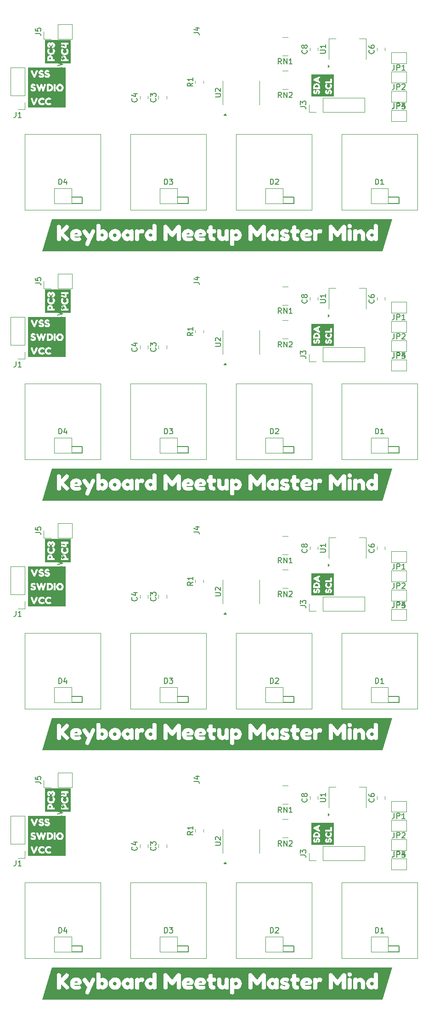
<source format=gbr>
%TF.GenerationSoftware,KiCad,Pcbnew,8.0.0*%
%TF.CreationDate,2024-03-25T13:22:01-05:00*%
%TF.ProjectId,MiniMastermindPanel,4d696e69-4d61-4737-9465-726d696e6450,rev?*%
%TF.SameCoordinates,Original*%
%TF.FileFunction,Legend,Top*%
%TF.FilePolarity,Positive*%
%FSLAX46Y46*%
G04 Gerber Fmt 4.6, Leading zero omitted, Abs format (unit mm)*
G04 Created by KiCad (PCBNEW 8.0.0) date 2024-03-25 13:22:01*
%MOMM*%
%LPD*%
G01*
G04 APERTURE LIST*
%ADD10C,0.150000*%
%ADD11C,0.120000*%
%ADD12C,0.000000*%
G04 APERTURE END LIST*
D10*
X164290230Y-78695346D02*
X164337850Y-78742965D01*
X164337850Y-78742965D02*
X164385469Y-78885822D01*
X164385469Y-78885822D02*
X164385469Y-78981060D01*
X164385469Y-78981060D02*
X164337850Y-79123917D01*
X164337850Y-79123917D02*
X164242611Y-79219155D01*
X164242611Y-79219155D02*
X164147373Y-79266774D01*
X164147373Y-79266774D02*
X163956897Y-79314393D01*
X163956897Y-79314393D02*
X163814040Y-79314393D01*
X163814040Y-79314393D02*
X163623564Y-79266774D01*
X163623564Y-79266774D02*
X163528326Y-79219155D01*
X163528326Y-79219155D02*
X163433088Y-79123917D01*
X163433088Y-79123917D02*
X163385469Y-78981060D01*
X163385469Y-78981060D02*
X163385469Y-78885822D01*
X163385469Y-78885822D02*
X163433088Y-78742965D01*
X163433088Y-78742965D02*
X163480707Y-78695346D01*
X163814040Y-78123917D02*
X163766421Y-78219155D01*
X163766421Y-78219155D02*
X163718802Y-78266774D01*
X163718802Y-78266774D02*
X163623564Y-78314393D01*
X163623564Y-78314393D02*
X163575945Y-78314393D01*
X163575945Y-78314393D02*
X163480707Y-78266774D01*
X163480707Y-78266774D02*
X163433088Y-78219155D01*
X163433088Y-78219155D02*
X163385469Y-78123917D01*
X163385469Y-78123917D02*
X163385469Y-77933441D01*
X163385469Y-77933441D02*
X163433088Y-77838203D01*
X163433088Y-77838203D02*
X163480707Y-77790584D01*
X163480707Y-77790584D02*
X163575945Y-77742965D01*
X163575945Y-77742965D02*
X163623564Y-77742965D01*
X163623564Y-77742965D02*
X163718802Y-77790584D01*
X163718802Y-77790584D02*
X163766421Y-77838203D01*
X163766421Y-77838203D02*
X163814040Y-77933441D01*
X163814040Y-77933441D02*
X163814040Y-78123917D01*
X163814040Y-78123917D02*
X163861659Y-78219155D01*
X163861659Y-78219155D02*
X163909278Y-78266774D01*
X163909278Y-78266774D02*
X164004516Y-78314393D01*
X164004516Y-78314393D02*
X164194992Y-78314393D01*
X164194992Y-78314393D02*
X164290230Y-78266774D01*
X164290230Y-78266774D02*
X164337850Y-78219155D01*
X164337850Y-78219155D02*
X164385469Y-78123917D01*
X164385469Y-78123917D02*
X164385469Y-77933441D01*
X164385469Y-77933441D02*
X164337850Y-77838203D01*
X164337850Y-77838203D02*
X164290230Y-77790584D01*
X164290230Y-77790584D02*
X164194992Y-77742965D01*
X164194992Y-77742965D02*
X164004516Y-77742965D01*
X164004516Y-77742965D02*
X163909278Y-77790584D01*
X163909278Y-77790584D02*
X163861659Y-77838203D01*
X163861659Y-77838203D02*
X163814040Y-77933441D01*
X118572555Y-149412179D02*
X118572555Y-148412179D01*
X118572555Y-148412179D02*
X118810650Y-148412179D01*
X118810650Y-148412179D02*
X118953507Y-148459798D01*
X118953507Y-148459798D02*
X119048745Y-148555036D01*
X119048745Y-148555036D02*
X119096364Y-148650274D01*
X119096364Y-148650274D02*
X119143983Y-148840750D01*
X119143983Y-148840750D02*
X119143983Y-148983607D01*
X119143983Y-148983607D02*
X119096364Y-149174083D01*
X119096364Y-149174083D02*
X119048745Y-149269321D01*
X119048745Y-149269321D02*
X118953507Y-149364560D01*
X118953507Y-149364560D02*
X118810650Y-149412179D01*
X118810650Y-149412179D02*
X118572555Y-149412179D01*
X120001126Y-148745512D02*
X120001126Y-149412179D01*
X119763031Y-148364560D02*
X119524936Y-149078845D01*
X119524936Y-149078845D02*
X120143983Y-149078845D01*
X159620173Y-179390859D02*
X159286840Y-178914668D01*
X159048745Y-179390859D02*
X159048745Y-178390859D01*
X159048745Y-178390859D02*
X159429697Y-178390859D01*
X159429697Y-178390859D02*
X159524935Y-178438478D01*
X159524935Y-178438478D02*
X159572554Y-178486097D01*
X159572554Y-178486097D02*
X159620173Y-178581335D01*
X159620173Y-178581335D02*
X159620173Y-178724192D01*
X159620173Y-178724192D02*
X159572554Y-178819430D01*
X159572554Y-178819430D02*
X159524935Y-178867049D01*
X159524935Y-178867049D02*
X159429697Y-178914668D01*
X159429697Y-178914668D02*
X159048745Y-178914668D01*
X160048745Y-179390859D02*
X160048745Y-178390859D01*
X160048745Y-178390859D02*
X160620173Y-179390859D01*
X160620173Y-179390859D02*
X160620173Y-178390859D01*
X161048745Y-178486097D02*
X161096364Y-178438478D01*
X161096364Y-178438478D02*
X161191602Y-178390859D01*
X161191602Y-178390859D02*
X161429697Y-178390859D01*
X161429697Y-178390859D02*
X161524935Y-178438478D01*
X161524935Y-178438478D02*
X161572554Y-178486097D01*
X161572554Y-178486097D02*
X161620173Y-178581335D01*
X161620173Y-178581335D02*
X161620173Y-178676573D01*
X161620173Y-178676573D02*
X161572554Y-178819430D01*
X161572554Y-178819430D02*
X161001126Y-179390859D01*
X161001126Y-179390859D02*
X161620173Y-179390859D01*
X163135469Y-181069373D02*
X163849754Y-181069373D01*
X163849754Y-181069373D02*
X163992611Y-181116992D01*
X163992611Y-181116992D02*
X164087850Y-181212230D01*
X164087850Y-181212230D02*
X164135469Y-181355087D01*
X164135469Y-181355087D02*
X164135469Y-181450325D01*
X163135469Y-180688420D02*
X163135469Y-180069373D01*
X163135469Y-180069373D02*
X163516421Y-180402706D01*
X163516421Y-180402706D02*
X163516421Y-180259849D01*
X163516421Y-180259849D02*
X163564040Y-180164611D01*
X163564040Y-180164611D02*
X163611659Y-180116992D01*
X163611659Y-180116992D02*
X163706897Y-180069373D01*
X163706897Y-180069373D02*
X163944992Y-180069373D01*
X163944992Y-180069373D02*
X164040230Y-180116992D01*
X164040230Y-180116992D02*
X164087850Y-180164611D01*
X164087850Y-180164611D02*
X164135469Y-180259849D01*
X164135469Y-180259849D02*
X164135469Y-180545563D01*
X164135469Y-180545563D02*
X164087850Y-180640801D01*
X164087850Y-180640801D02*
X164040230Y-180688420D01*
X159620173Y-87433499D02*
X159286840Y-86957308D01*
X159048745Y-87433499D02*
X159048745Y-86433499D01*
X159048745Y-86433499D02*
X159429697Y-86433499D01*
X159429697Y-86433499D02*
X159524935Y-86481118D01*
X159524935Y-86481118D02*
X159572554Y-86528737D01*
X159572554Y-86528737D02*
X159620173Y-86623975D01*
X159620173Y-86623975D02*
X159620173Y-86766832D01*
X159620173Y-86766832D02*
X159572554Y-86862070D01*
X159572554Y-86862070D02*
X159524935Y-86909689D01*
X159524935Y-86909689D02*
X159429697Y-86957308D01*
X159429697Y-86957308D02*
X159048745Y-86957308D01*
X160048745Y-87433499D02*
X160048745Y-86433499D01*
X160048745Y-86433499D02*
X160620173Y-87433499D01*
X160620173Y-87433499D02*
X160620173Y-86433499D01*
X161048745Y-86528737D02*
X161096364Y-86481118D01*
X161096364Y-86481118D02*
X161191602Y-86433499D01*
X161191602Y-86433499D02*
X161429697Y-86433499D01*
X161429697Y-86433499D02*
X161524935Y-86481118D01*
X161524935Y-86481118D02*
X161572554Y-86528737D01*
X161572554Y-86528737D02*
X161620173Y-86623975D01*
X161620173Y-86623975D02*
X161620173Y-86719213D01*
X161620173Y-86719213D02*
X161572554Y-86862070D01*
X161572554Y-86862070D02*
X161001126Y-87433499D01*
X161001126Y-87433499D02*
X161620173Y-87433499D01*
X138072555Y-195390859D02*
X138072555Y-194390859D01*
X138072555Y-194390859D02*
X138310650Y-194390859D01*
X138310650Y-194390859D02*
X138453507Y-194438478D01*
X138453507Y-194438478D02*
X138548745Y-194533716D01*
X138548745Y-194533716D02*
X138596364Y-194628954D01*
X138596364Y-194628954D02*
X138643983Y-194819430D01*
X138643983Y-194819430D02*
X138643983Y-194962287D01*
X138643983Y-194962287D02*
X138596364Y-195152763D01*
X138596364Y-195152763D02*
X138548745Y-195248001D01*
X138548745Y-195248001D02*
X138453507Y-195343240D01*
X138453507Y-195343240D02*
X138310650Y-195390859D01*
X138310650Y-195390859D02*
X138072555Y-195390859D01*
X138977317Y-194390859D02*
X139596364Y-194390859D01*
X139596364Y-194390859D02*
X139263031Y-194771811D01*
X139263031Y-194771811D02*
X139405888Y-194771811D01*
X139405888Y-194771811D02*
X139501126Y-194819430D01*
X139501126Y-194819430D02*
X139548745Y-194867049D01*
X139548745Y-194867049D02*
X139596364Y-194962287D01*
X139596364Y-194962287D02*
X139596364Y-195200382D01*
X139596364Y-195200382D02*
X139548745Y-195295620D01*
X139548745Y-195295620D02*
X139501126Y-195343240D01*
X139501126Y-195343240D02*
X139405888Y-195390859D01*
X139405888Y-195390859D02*
X139120174Y-195390859D01*
X139120174Y-195390859D02*
X139024936Y-195343240D01*
X139024936Y-195343240D02*
X138977317Y-195295620D01*
X143490469Y-75499513D02*
X144204754Y-75499513D01*
X144204754Y-75499513D02*
X144347611Y-75547132D01*
X144347611Y-75547132D02*
X144442850Y-75642370D01*
X144442850Y-75642370D02*
X144490469Y-75785227D01*
X144490469Y-75785227D02*
X144490469Y-75880465D01*
X143823802Y-74594751D02*
X144490469Y-74594751D01*
X143442850Y-74832846D02*
X144157135Y-75070941D01*
X144157135Y-75070941D02*
X144157135Y-74451894D01*
X143302969Y-84745346D02*
X142826778Y-85078679D01*
X143302969Y-85316774D02*
X142302969Y-85316774D01*
X142302969Y-85316774D02*
X142302969Y-84935822D01*
X142302969Y-84935822D02*
X142350588Y-84840584D01*
X142350588Y-84840584D02*
X142398207Y-84792965D01*
X142398207Y-84792965D02*
X142493445Y-84745346D01*
X142493445Y-84745346D02*
X142636302Y-84745346D01*
X142636302Y-84745346D02*
X142731540Y-84792965D01*
X142731540Y-84792965D02*
X142779159Y-84840584D01*
X142779159Y-84840584D02*
X142826778Y-84935822D01*
X142826778Y-84935822D02*
X142826778Y-85316774D01*
X143302969Y-83792965D02*
X143302969Y-84364393D01*
X143302969Y-84078679D02*
X142302969Y-84078679D01*
X142302969Y-84078679D02*
X142445826Y-84173917D01*
X142445826Y-84173917D02*
X142541064Y-84269155D01*
X142541064Y-84269155D02*
X142588683Y-84364393D01*
X147415469Y-87278084D02*
X148224992Y-87278084D01*
X148224992Y-87278084D02*
X148320230Y-87230465D01*
X148320230Y-87230465D02*
X148367850Y-87182846D01*
X148367850Y-87182846D02*
X148415469Y-87087608D01*
X148415469Y-87087608D02*
X148415469Y-86897132D01*
X148415469Y-86897132D02*
X148367850Y-86801894D01*
X148367850Y-86801894D02*
X148320230Y-86754275D01*
X148320230Y-86754275D02*
X148224992Y-86706656D01*
X148224992Y-86706656D02*
X147415469Y-86706656D01*
X147510707Y-86278084D02*
X147463088Y-86230465D01*
X147463088Y-86230465D02*
X147415469Y-86135227D01*
X147415469Y-86135227D02*
X147415469Y-85897132D01*
X147415469Y-85897132D02*
X147463088Y-85801894D01*
X147463088Y-85801894D02*
X147510707Y-85754275D01*
X147510707Y-85754275D02*
X147605945Y-85706656D01*
X147605945Y-85706656D02*
X147701183Y-85706656D01*
X147701183Y-85706656D02*
X147844040Y-85754275D01*
X147844040Y-85754275D02*
X148415469Y-86325703D01*
X148415469Y-86325703D02*
X148415469Y-85706656D01*
X136390230Y-179552706D02*
X136437850Y-179600325D01*
X136437850Y-179600325D02*
X136485469Y-179743182D01*
X136485469Y-179743182D02*
X136485469Y-179838420D01*
X136485469Y-179838420D02*
X136437850Y-179981277D01*
X136437850Y-179981277D02*
X136342611Y-180076515D01*
X136342611Y-180076515D02*
X136247373Y-180124134D01*
X136247373Y-180124134D02*
X136056897Y-180171753D01*
X136056897Y-180171753D02*
X135914040Y-180171753D01*
X135914040Y-180171753D02*
X135723564Y-180124134D01*
X135723564Y-180124134D02*
X135628326Y-180076515D01*
X135628326Y-180076515D02*
X135533088Y-179981277D01*
X135533088Y-179981277D02*
X135485469Y-179838420D01*
X135485469Y-179838420D02*
X135485469Y-179743182D01*
X135485469Y-179743182D02*
X135533088Y-179600325D01*
X135533088Y-179600325D02*
X135580707Y-179552706D01*
X135485469Y-179219372D02*
X135485469Y-178600325D01*
X135485469Y-178600325D02*
X135866421Y-178933658D01*
X135866421Y-178933658D02*
X135866421Y-178790801D01*
X135866421Y-178790801D02*
X135914040Y-178695563D01*
X135914040Y-178695563D02*
X135961659Y-178647944D01*
X135961659Y-178647944D02*
X136056897Y-178600325D01*
X136056897Y-178600325D02*
X136294992Y-178600325D01*
X136294992Y-178600325D02*
X136390230Y-178647944D01*
X136390230Y-178647944D02*
X136437850Y-178695563D01*
X136437850Y-178695563D02*
X136485469Y-178790801D01*
X136485469Y-178790801D02*
X136485469Y-179076515D01*
X136485469Y-179076515D02*
X136437850Y-179171753D01*
X136437850Y-179171753D02*
X136390230Y-179219372D01*
X180427316Y-81383499D02*
X180427316Y-82097784D01*
X180427316Y-82097784D02*
X180379697Y-82240641D01*
X180379697Y-82240641D02*
X180284459Y-82335880D01*
X180284459Y-82335880D02*
X180141602Y-82383499D01*
X180141602Y-82383499D02*
X180046364Y-82383499D01*
X180903507Y-82383499D02*
X180903507Y-81383499D01*
X180903507Y-81383499D02*
X181284459Y-81383499D01*
X181284459Y-81383499D02*
X181379697Y-81431118D01*
X181379697Y-81431118D02*
X181427316Y-81478737D01*
X181427316Y-81478737D02*
X181474935Y-81573975D01*
X181474935Y-81573975D02*
X181474935Y-81716832D01*
X181474935Y-81716832D02*
X181427316Y-81812070D01*
X181427316Y-81812070D02*
X181379697Y-81859689D01*
X181379697Y-81859689D02*
X181284459Y-81907308D01*
X181284459Y-81907308D02*
X180903507Y-81907308D01*
X182427316Y-82383499D02*
X181855888Y-82383499D01*
X182141602Y-82383499D02*
X182141602Y-81383499D01*
X182141602Y-81383499D02*
X182046364Y-81526356D01*
X182046364Y-81526356D02*
X181951126Y-81621594D01*
X181951126Y-81621594D02*
X181855888Y-81669213D01*
X136390230Y-133574026D02*
X136437850Y-133621645D01*
X136437850Y-133621645D02*
X136485469Y-133764502D01*
X136485469Y-133764502D02*
X136485469Y-133859740D01*
X136485469Y-133859740D02*
X136437850Y-134002597D01*
X136437850Y-134002597D02*
X136342611Y-134097835D01*
X136342611Y-134097835D02*
X136247373Y-134145454D01*
X136247373Y-134145454D02*
X136056897Y-134193073D01*
X136056897Y-134193073D02*
X135914040Y-134193073D01*
X135914040Y-134193073D02*
X135723564Y-134145454D01*
X135723564Y-134145454D02*
X135628326Y-134097835D01*
X135628326Y-134097835D02*
X135533088Y-134002597D01*
X135533088Y-134002597D02*
X135485469Y-133859740D01*
X135485469Y-133859740D02*
X135485469Y-133764502D01*
X135485469Y-133764502D02*
X135533088Y-133621645D01*
X135533088Y-133621645D02*
X135580707Y-133574026D01*
X135485469Y-133240692D02*
X135485469Y-132621645D01*
X135485469Y-132621645D02*
X135866421Y-132954978D01*
X135866421Y-132954978D02*
X135866421Y-132812121D01*
X135866421Y-132812121D02*
X135914040Y-132716883D01*
X135914040Y-132716883D02*
X135961659Y-132669264D01*
X135961659Y-132669264D02*
X136056897Y-132621645D01*
X136056897Y-132621645D02*
X136294992Y-132621645D01*
X136294992Y-132621645D02*
X136390230Y-132669264D01*
X136390230Y-132669264D02*
X136437850Y-132716883D01*
X136437850Y-132716883D02*
X136485469Y-132812121D01*
X136485469Y-132812121D02*
X136485469Y-133097835D01*
X136485469Y-133097835D02*
X136437850Y-133193073D01*
X136437850Y-133193073D02*
X136390230Y-133240692D01*
X176640230Y-32716666D02*
X176687850Y-32764285D01*
X176687850Y-32764285D02*
X176735469Y-32907142D01*
X176735469Y-32907142D02*
X176735469Y-33002380D01*
X176735469Y-33002380D02*
X176687850Y-33145237D01*
X176687850Y-33145237D02*
X176592611Y-33240475D01*
X176592611Y-33240475D02*
X176497373Y-33288094D01*
X176497373Y-33288094D02*
X176306897Y-33335713D01*
X176306897Y-33335713D02*
X176164040Y-33335713D01*
X176164040Y-33335713D02*
X175973564Y-33288094D01*
X175973564Y-33288094D02*
X175878326Y-33240475D01*
X175878326Y-33240475D02*
X175783088Y-33145237D01*
X175783088Y-33145237D02*
X175735469Y-33002380D01*
X175735469Y-33002380D02*
X175735469Y-32907142D01*
X175735469Y-32907142D02*
X175783088Y-32764285D01*
X175783088Y-32764285D02*
X175830707Y-32716666D01*
X175735469Y-31859523D02*
X175735469Y-32049999D01*
X175735469Y-32049999D02*
X175783088Y-32145237D01*
X175783088Y-32145237D02*
X175830707Y-32192856D01*
X175830707Y-32192856D02*
X175973564Y-32288094D01*
X175973564Y-32288094D02*
X176164040Y-32335713D01*
X176164040Y-32335713D02*
X176544992Y-32335713D01*
X176544992Y-32335713D02*
X176640230Y-32288094D01*
X176640230Y-32288094D02*
X176687850Y-32240475D01*
X176687850Y-32240475D02*
X176735469Y-32145237D01*
X176735469Y-32145237D02*
X176735469Y-31954761D01*
X176735469Y-31954761D02*
X176687850Y-31859523D01*
X176687850Y-31859523D02*
X176640230Y-31811904D01*
X176640230Y-31811904D02*
X176544992Y-31764285D01*
X176544992Y-31764285D02*
X176306897Y-31764285D01*
X176306897Y-31764285D02*
X176211659Y-31811904D01*
X176211659Y-31811904D02*
X176164040Y-31859523D01*
X176164040Y-31859523D02*
X176116421Y-31954761D01*
X176116421Y-31954761D02*
X176116421Y-32145237D01*
X176116421Y-32145237D02*
X176164040Y-32240475D01*
X176164040Y-32240475D02*
X176211659Y-32288094D01*
X176211659Y-32288094D02*
X176306897Y-32335713D01*
X180427316Y-134412179D02*
X180427316Y-135126464D01*
X180427316Y-135126464D02*
X180379697Y-135269321D01*
X180379697Y-135269321D02*
X180284459Y-135364560D01*
X180284459Y-135364560D02*
X180141602Y-135412179D01*
X180141602Y-135412179D02*
X180046364Y-135412179D01*
X180903507Y-135412179D02*
X180903507Y-134412179D01*
X180903507Y-134412179D02*
X181284459Y-134412179D01*
X181284459Y-134412179D02*
X181379697Y-134459798D01*
X181379697Y-134459798D02*
X181427316Y-134507417D01*
X181427316Y-134507417D02*
X181474935Y-134602655D01*
X181474935Y-134602655D02*
X181474935Y-134745512D01*
X181474935Y-134745512D02*
X181427316Y-134840750D01*
X181427316Y-134840750D02*
X181379697Y-134888369D01*
X181379697Y-134888369D02*
X181284459Y-134935988D01*
X181284459Y-134935988D02*
X180903507Y-134935988D01*
X182332078Y-134745512D02*
X182332078Y-135412179D01*
X182093983Y-134364560D02*
X181855888Y-135078845D01*
X181855888Y-135078845D02*
X182474935Y-135078845D01*
X119267850Y-174419372D02*
X119315469Y-174276515D01*
X119315469Y-174276515D02*
X119315469Y-174038420D01*
X119315469Y-174038420D02*
X119267850Y-173943182D01*
X119267850Y-173943182D02*
X119220230Y-173895563D01*
X119220230Y-173895563D02*
X119124992Y-173847944D01*
X119124992Y-173847944D02*
X119029754Y-173847944D01*
X119029754Y-173847944D02*
X118934516Y-173895563D01*
X118934516Y-173895563D02*
X118886897Y-173943182D01*
X118886897Y-173943182D02*
X118839278Y-174038420D01*
X118839278Y-174038420D02*
X118791659Y-174228896D01*
X118791659Y-174228896D02*
X118744040Y-174324134D01*
X118744040Y-174324134D02*
X118696421Y-174371753D01*
X118696421Y-174371753D02*
X118601183Y-174419372D01*
X118601183Y-174419372D02*
X118505945Y-174419372D01*
X118505945Y-174419372D02*
X118410707Y-174371753D01*
X118410707Y-174371753D02*
X118363088Y-174324134D01*
X118363088Y-174324134D02*
X118315469Y-174228896D01*
X118315469Y-174228896D02*
X118315469Y-173990801D01*
X118315469Y-173990801D02*
X118363088Y-173847944D01*
X118315469Y-173514610D02*
X119315469Y-173276515D01*
X119315469Y-173276515D02*
X118601183Y-173086039D01*
X118601183Y-173086039D02*
X119315469Y-172895563D01*
X119315469Y-172895563D02*
X118315469Y-172657468D01*
X118410707Y-172324134D02*
X118363088Y-172276515D01*
X118363088Y-172276515D02*
X118315469Y-172181277D01*
X118315469Y-172181277D02*
X118315469Y-171943182D01*
X118315469Y-171943182D02*
X118363088Y-171847944D01*
X118363088Y-171847944D02*
X118410707Y-171800325D01*
X118410707Y-171800325D02*
X118505945Y-171752706D01*
X118505945Y-171752706D02*
X118601183Y-171752706D01*
X118601183Y-171752706D02*
X118744040Y-171800325D01*
X118744040Y-171800325D02*
X119315469Y-172371753D01*
X119315469Y-172371753D02*
X119315469Y-171752706D01*
X180427316Y-42504819D02*
X180427316Y-43219104D01*
X180427316Y-43219104D02*
X180379697Y-43361961D01*
X180379697Y-43361961D02*
X180284459Y-43457200D01*
X180284459Y-43457200D02*
X180141602Y-43504819D01*
X180141602Y-43504819D02*
X180046364Y-43504819D01*
X180903507Y-43504819D02*
X180903507Y-42504819D01*
X180903507Y-42504819D02*
X181284459Y-42504819D01*
X181284459Y-42504819D02*
X181379697Y-42552438D01*
X181379697Y-42552438D02*
X181427316Y-42600057D01*
X181427316Y-42600057D02*
X181474935Y-42695295D01*
X181474935Y-42695295D02*
X181474935Y-42838152D01*
X181474935Y-42838152D02*
X181427316Y-42933390D01*
X181427316Y-42933390D02*
X181379697Y-42981009D01*
X181379697Y-42981009D02*
X181284459Y-43028628D01*
X181284459Y-43028628D02*
X180903507Y-43028628D01*
X181808269Y-42504819D02*
X182427316Y-42504819D01*
X182427316Y-42504819D02*
X182093983Y-42885771D01*
X182093983Y-42885771D02*
X182236840Y-42885771D01*
X182236840Y-42885771D02*
X182332078Y-42933390D01*
X182332078Y-42933390D02*
X182379697Y-42981009D01*
X182379697Y-42981009D02*
X182427316Y-43076247D01*
X182427316Y-43076247D02*
X182427316Y-43314342D01*
X182427316Y-43314342D02*
X182379697Y-43409580D01*
X182379697Y-43409580D02*
X182332078Y-43457200D01*
X182332078Y-43457200D02*
X182236840Y-43504819D01*
X182236840Y-43504819D02*
X181951126Y-43504819D01*
X181951126Y-43504819D02*
X181855888Y-43457200D01*
X181855888Y-43457200D02*
X181808269Y-43409580D01*
X180427316Y-88483499D02*
X180427316Y-89197784D01*
X180427316Y-89197784D02*
X180379697Y-89340641D01*
X180379697Y-89340641D02*
X180284459Y-89435880D01*
X180284459Y-89435880D02*
X180141602Y-89483499D01*
X180141602Y-89483499D02*
X180046364Y-89483499D01*
X180903507Y-89483499D02*
X180903507Y-88483499D01*
X180903507Y-88483499D02*
X181284459Y-88483499D01*
X181284459Y-88483499D02*
X181379697Y-88531118D01*
X181379697Y-88531118D02*
X181427316Y-88578737D01*
X181427316Y-88578737D02*
X181474935Y-88673975D01*
X181474935Y-88673975D02*
X181474935Y-88816832D01*
X181474935Y-88816832D02*
X181427316Y-88912070D01*
X181427316Y-88912070D02*
X181379697Y-88959689D01*
X181379697Y-88959689D02*
X181284459Y-89007308D01*
X181284459Y-89007308D02*
X180903507Y-89007308D01*
X181808269Y-88483499D02*
X182427316Y-88483499D01*
X182427316Y-88483499D02*
X182093983Y-88864451D01*
X182093983Y-88864451D02*
X182236840Y-88864451D01*
X182236840Y-88864451D02*
X182332078Y-88912070D01*
X182332078Y-88912070D02*
X182379697Y-88959689D01*
X182379697Y-88959689D02*
X182427316Y-89054927D01*
X182427316Y-89054927D02*
X182427316Y-89293022D01*
X182427316Y-89293022D02*
X182379697Y-89388260D01*
X182379697Y-89388260D02*
X182332078Y-89435880D01*
X182332078Y-89435880D02*
X182236840Y-89483499D01*
X182236840Y-89483499D02*
X181951126Y-89483499D01*
X181951126Y-89483499D02*
X181855888Y-89435880D01*
X181855888Y-89435880D02*
X181808269Y-89388260D01*
X159620173Y-173190859D02*
X159286840Y-172714668D01*
X159048745Y-173190859D02*
X159048745Y-172190859D01*
X159048745Y-172190859D02*
X159429697Y-172190859D01*
X159429697Y-172190859D02*
X159524935Y-172238478D01*
X159524935Y-172238478D02*
X159572554Y-172286097D01*
X159572554Y-172286097D02*
X159620173Y-172381335D01*
X159620173Y-172381335D02*
X159620173Y-172524192D01*
X159620173Y-172524192D02*
X159572554Y-172619430D01*
X159572554Y-172619430D02*
X159524935Y-172667049D01*
X159524935Y-172667049D02*
X159429697Y-172714668D01*
X159429697Y-172714668D02*
X159048745Y-172714668D01*
X160048745Y-173190859D02*
X160048745Y-172190859D01*
X160048745Y-172190859D02*
X160620173Y-173190859D01*
X160620173Y-173190859D02*
X160620173Y-172190859D01*
X161620173Y-173190859D02*
X161048745Y-173190859D01*
X161334459Y-173190859D02*
X161334459Y-172190859D01*
X161334459Y-172190859D02*
X161239221Y-172333716D01*
X161239221Y-172333716D02*
X161143983Y-172428954D01*
X161143983Y-172428954D02*
X161048745Y-172476573D01*
X180427316Y-35404819D02*
X180427316Y-36119104D01*
X180427316Y-36119104D02*
X180379697Y-36261961D01*
X180379697Y-36261961D02*
X180284459Y-36357200D01*
X180284459Y-36357200D02*
X180141602Y-36404819D01*
X180141602Y-36404819D02*
X180046364Y-36404819D01*
X180903507Y-36404819D02*
X180903507Y-35404819D01*
X180903507Y-35404819D02*
X181284459Y-35404819D01*
X181284459Y-35404819D02*
X181379697Y-35452438D01*
X181379697Y-35452438D02*
X181427316Y-35500057D01*
X181427316Y-35500057D02*
X181474935Y-35595295D01*
X181474935Y-35595295D02*
X181474935Y-35738152D01*
X181474935Y-35738152D02*
X181427316Y-35833390D01*
X181427316Y-35833390D02*
X181379697Y-35881009D01*
X181379697Y-35881009D02*
X181284459Y-35928628D01*
X181284459Y-35928628D02*
X180903507Y-35928628D01*
X182427316Y-36404819D02*
X181855888Y-36404819D01*
X182141602Y-36404819D02*
X182141602Y-35404819D01*
X182141602Y-35404819D02*
X182046364Y-35547676D01*
X182046364Y-35547676D02*
X181951126Y-35642914D01*
X181951126Y-35642914D02*
X181855888Y-35690533D01*
X180427316Y-88433499D02*
X180427316Y-89147784D01*
X180427316Y-89147784D02*
X180379697Y-89290641D01*
X180379697Y-89290641D02*
X180284459Y-89385880D01*
X180284459Y-89385880D02*
X180141602Y-89433499D01*
X180141602Y-89433499D02*
X180046364Y-89433499D01*
X180903507Y-89433499D02*
X180903507Y-88433499D01*
X180903507Y-88433499D02*
X181284459Y-88433499D01*
X181284459Y-88433499D02*
X181379697Y-88481118D01*
X181379697Y-88481118D02*
X181427316Y-88528737D01*
X181427316Y-88528737D02*
X181474935Y-88623975D01*
X181474935Y-88623975D02*
X181474935Y-88766832D01*
X181474935Y-88766832D02*
X181427316Y-88862070D01*
X181427316Y-88862070D02*
X181379697Y-88909689D01*
X181379697Y-88909689D02*
X181284459Y-88957308D01*
X181284459Y-88957308D02*
X180903507Y-88957308D01*
X182332078Y-88766832D02*
X182332078Y-89433499D01*
X182093983Y-88385880D02*
X181855888Y-89100165D01*
X181855888Y-89100165D02*
X182474935Y-89100165D01*
X114260469Y-75612013D02*
X114974754Y-75612013D01*
X114974754Y-75612013D02*
X115117611Y-75659632D01*
X115117611Y-75659632D02*
X115212850Y-75754870D01*
X115212850Y-75754870D02*
X115260469Y-75897727D01*
X115260469Y-75897727D02*
X115260469Y-75992965D01*
X114260469Y-74659632D02*
X114260469Y-75135822D01*
X114260469Y-75135822D02*
X114736659Y-75183441D01*
X114736659Y-75183441D02*
X114689040Y-75135822D01*
X114689040Y-75135822D02*
X114641421Y-75040584D01*
X114641421Y-75040584D02*
X114641421Y-74802489D01*
X114641421Y-74802489D02*
X114689040Y-74707251D01*
X114689040Y-74707251D02*
X114736659Y-74659632D01*
X114736659Y-74659632D02*
X114831897Y-74612013D01*
X114831897Y-74612013D02*
X115069992Y-74612013D01*
X115069992Y-74612013D02*
X115165230Y-74659632D01*
X115165230Y-74659632D02*
X115212850Y-74707251D01*
X115212850Y-74707251D02*
X115260469Y-74802489D01*
X115260469Y-74802489D02*
X115260469Y-75040584D01*
X115260469Y-75040584D02*
X115212850Y-75135822D01*
X115212850Y-75135822D02*
X115165230Y-75183441D01*
X176972555Y-103433499D02*
X176972555Y-102433499D01*
X176972555Y-102433499D02*
X177210650Y-102433499D01*
X177210650Y-102433499D02*
X177353507Y-102481118D01*
X177353507Y-102481118D02*
X177448745Y-102576356D01*
X177448745Y-102576356D02*
X177496364Y-102671594D01*
X177496364Y-102671594D02*
X177543983Y-102862070D01*
X177543983Y-102862070D02*
X177543983Y-103004927D01*
X177543983Y-103004927D02*
X177496364Y-103195403D01*
X177496364Y-103195403D02*
X177448745Y-103290641D01*
X177448745Y-103290641D02*
X177353507Y-103385880D01*
X177353507Y-103385880D02*
X177210650Y-103433499D01*
X177210650Y-103433499D02*
X176972555Y-103433499D01*
X178496364Y-103433499D02*
X177924936Y-103433499D01*
X178210650Y-103433499D02*
X178210650Y-102433499D01*
X178210650Y-102433499D02*
X178115412Y-102576356D01*
X178115412Y-102576356D02*
X178020174Y-102671594D01*
X178020174Y-102671594D02*
X177924936Y-102719213D01*
X143302969Y-38766666D02*
X142826778Y-39099999D01*
X143302969Y-39338094D02*
X142302969Y-39338094D01*
X142302969Y-39338094D02*
X142302969Y-38957142D01*
X142302969Y-38957142D02*
X142350588Y-38861904D01*
X142350588Y-38861904D02*
X142398207Y-38814285D01*
X142398207Y-38814285D02*
X142493445Y-38766666D01*
X142493445Y-38766666D02*
X142636302Y-38766666D01*
X142636302Y-38766666D02*
X142731540Y-38814285D01*
X142731540Y-38814285D02*
X142779159Y-38861904D01*
X142779159Y-38861904D02*
X142826778Y-38957142D01*
X142826778Y-38957142D02*
X142826778Y-39338094D01*
X143302969Y-37814285D02*
X143302969Y-38385713D01*
X143302969Y-38099999D02*
X142302969Y-38099999D01*
X142302969Y-38099999D02*
X142445826Y-38195237D01*
X142445826Y-38195237D02*
X142541064Y-38290475D01*
X142541064Y-38290475D02*
X142588683Y-38385713D01*
X159620173Y-35254819D02*
X159286840Y-34778628D01*
X159048745Y-35254819D02*
X159048745Y-34254819D01*
X159048745Y-34254819D02*
X159429697Y-34254819D01*
X159429697Y-34254819D02*
X159524935Y-34302438D01*
X159524935Y-34302438D02*
X159572554Y-34350057D01*
X159572554Y-34350057D02*
X159620173Y-34445295D01*
X159620173Y-34445295D02*
X159620173Y-34588152D01*
X159620173Y-34588152D02*
X159572554Y-34683390D01*
X159572554Y-34683390D02*
X159524935Y-34731009D01*
X159524935Y-34731009D02*
X159429697Y-34778628D01*
X159429697Y-34778628D02*
X159048745Y-34778628D01*
X160048745Y-35254819D02*
X160048745Y-34254819D01*
X160048745Y-34254819D02*
X160620173Y-35254819D01*
X160620173Y-35254819D02*
X160620173Y-34254819D01*
X161620173Y-35254819D02*
X161048745Y-35254819D01*
X161334459Y-35254819D02*
X161334459Y-34254819D01*
X161334459Y-34254819D02*
X161239221Y-34397676D01*
X161239221Y-34397676D02*
X161143983Y-34492914D01*
X161143983Y-34492914D02*
X161048745Y-34540533D01*
X157572555Y-149412179D02*
X157572555Y-148412179D01*
X157572555Y-148412179D02*
X157810650Y-148412179D01*
X157810650Y-148412179D02*
X157953507Y-148459798D01*
X157953507Y-148459798D02*
X158048745Y-148555036D01*
X158048745Y-148555036D02*
X158096364Y-148650274D01*
X158096364Y-148650274D02*
X158143983Y-148840750D01*
X158143983Y-148840750D02*
X158143983Y-148983607D01*
X158143983Y-148983607D02*
X158096364Y-149174083D01*
X158096364Y-149174083D02*
X158048745Y-149269321D01*
X158048745Y-149269321D02*
X157953507Y-149364560D01*
X157953507Y-149364560D02*
X157810650Y-149412179D01*
X157810650Y-149412179D02*
X157572555Y-149412179D01*
X158524936Y-148507417D02*
X158572555Y-148459798D01*
X158572555Y-148459798D02*
X158667793Y-148412179D01*
X158667793Y-148412179D02*
X158905888Y-148412179D01*
X158905888Y-148412179D02*
X159001126Y-148459798D01*
X159001126Y-148459798D02*
X159048745Y-148507417D01*
X159048745Y-148507417D02*
X159096364Y-148602655D01*
X159096364Y-148602655D02*
X159096364Y-148697893D01*
X159096364Y-148697893D02*
X159048745Y-148840750D01*
X159048745Y-148840750D02*
X158477317Y-149412179D01*
X158477317Y-149412179D02*
X159096364Y-149412179D01*
X157572555Y-103433499D02*
X157572555Y-102433499D01*
X157572555Y-102433499D02*
X157810650Y-102433499D01*
X157810650Y-102433499D02*
X157953507Y-102481118D01*
X157953507Y-102481118D02*
X158048745Y-102576356D01*
X158048745Y-102576356D02*
X158096364Y-102671594D01*
X158096364Y-102671594D02*
X158143983Y-102862070D01*
X158143983Y-102862070D02*
X158143983Y-103004927D01*
X158143983Y-103004927D02*
X158096364Y-103195403D01*
X158096364Y-103195403D02*
X158048745Y-103290641D01*
X158048745Y-103290641D02*
X157953507Y-103385880D01*
X157953507Y-103385880D02*
X157810650Y-103433499D01*
X157810650Y-103433499D02*
X157572555Y-103433499D01*
X158524936Y-102528737D02*
X158572555Y-102481118D01*
X158572555Y-102481118D02*
X158667793Y-102433499D01*
X158667793Y-102433499D02*
X158905888Y-102433499D01*
X158905888Y-102433499D02*
X159001126Y-102481118D01*
X159001126Y-102481118D02*
X159048745Y-102528737D01*
X159048745Y-102528737D02*
X159096364Y-102623975D01*
X159096364Y-102623975D02*
X159096364Y-102719213D01*
X159096364Y-102719213D02*
X159048745Y-102862070D01*
X159048745Y-102862070D02*
X158477317Y-103433499D01*
X158477317Y-103433499D02*
X159096364Y-103433499D01*
X180427316Y-84933499D02*
X180427316Y-85647784D01*
X180427316Y-85647784D02*
X180379697Y-85790641D01*
X180379697Y-85790641D02*
X180284459Y-85885880D01*
X180284459Y-85885880D02*
X180141602Y-85933499D01*
X180141602Y-85933499D02*
X180046364Y-85933499D01*
X180903507Y-85933499D02*
X180903507Y-84933499D01*
X180903507Y-84933499D02*
X181284459Y-84933499D01*
X181284459Y-84933499D02*
X181379697Y-84981118D01*
X181379697Y-84981118D02*
X181427316Y-85028737D01*
X181427316Y-85028737D02*
X181474935Y-85123975D01*
X181474935Y-85123975D02*
X181474935Y-85266832D01*
X181474935Y-85266832D02*
X181427316Y-85362070D01*
X181427316Y-85362070D02*
X181379697Y-85409689D01*
X181379697Y-85409689D02*
X181284459Y-85457308D01*
X181284459Y-85457308D02*
X180903507Y-85457308D01*
X181855888Y-85028737D02*
X181903507Y-84981118D01*
X181903507Y-84981118D02*
X181998745Y-84933499D01*
X181998745Y-84933499D02*
X182236840Y-84933499D01*
X182236840Y-84933499D02*
X182332078Y-84981118D01*
X182332078Y-84981118D02*
X182379697Y-85028737D01*
X182379697Y-85028737D02*
X182427316Y-85123975D01*
X182427316Y-85123975D02*
X182427316Y-85219213D01*
X182427316Y-85219213D02*
X182379697Y-85362070D01*
X182379697Y-85362070D02*
X181808269Y-85933499D01*
X181808269Y-85933499D02*
X182427316Y-85933499D01*
X176972555Y-195390859D02*
X176972555Y-194390859D01*
X176972555Y-194390859D02*
X177210650Y-194390859D01*
X177210650Y-194390859D02*
X177353507Y-194438478D01*
X177353507Y-194438478D02*
X177448745Y-194533716D01*
X177448745Y-194533716D02*
X177496364Y-194628954D01*
X177496364Y-194628954D02*
X177543983Y-194819430D01*
X177543983Y-194819430D02*
X177543983Y-194962287D01*
X177543983Y-194962287D02*
X177496364Y-195152763D01*
X177496364Y-195152763D02*
X177448745Y-195248001D01*
X177448745Y-195248001D02*
X177353507Y-195343240D01*
X177353507Y-195343240D02*
X177210650Y-195390859D01*
X177210650Y-195390859D02*
X176972555Y-195390859D01*
X178496364Y-195390859D02*
X177924936Y-195390859D01*
X178210650Y-195390859D02*
X178210650Y-194390859D01*
X178210650Y-194390859D02*
X178115412Y-194533716D01*
X178115412Y-194533716D02*
X178020174Y-194628954D01*
X178020174Y-194628954D02*
X177924936Y-194676573D01*
X164290230Y-124674026D02*
X164337850Y-124721645D01*
X164337850Y-124721645D02*
X164385469Y-124864502D01*
X164385469Y-124864502D02*
X164385469Y-124959740D01*
X164385469Y-124959740D02*
X164337850Y-125102597D01*
X164337850Y-125102597D02*
X164242611Y-125197835D01*
X164242611Y-125197835D02*
X164147373Y-125245454D01*
X164147373Y-125245454D02*
X163956897Y-125293073D01*
X163956897Y-125293073D02*
X163814040Y-125293073D01*
X163814040Y-125293073D02*
X163623564Y-125245454D01*
X163623564Y-125245454D02*
X163528326Y-125197835D01*
X163528326Y-125197835D02*
X163433088Y-125102597D01*
X163433088Y-125102597D02*
X163385469Y-124959740D01*
X163385469Y-124959740D02*
X163385469Y-124864502D01*
X163385469Y-124864502D02*
X163433088Y-124721645D01*
X163433088Y-124721645D02*
X163480707Y-124674026D01*
X163814040Y-124102597D02*
X163766421Y-124197835D01*
X163766421Y-124197835D02*
X163718802Y-124245454D01*
X163718802Y-124245454D02*
X163623564Y-124293073D01*
X163623564Y-124293073D02*
X163575945Y-124293073D01*
X163575945Y-124293073D02*
X163480707Y-124245454D01*
X163480707Y-124245454D02*
X163433088Y-124197835D01*
X163433088Y-124197835D02*
X163385469Y-124102597D01*
X163385469Y-124102597D02*
X163385469Y-123912121D01*
X163385469Y-123912121D02*
X163433088Y-123816883D01*
X163433088Y-123816883D02*
X163480707Y-123769264D01*
X163480707Y-123769264D02*
X163575945Y-123721645D01*
X163575945Y-123721645D02*
X163623564Y-123721645D01*
X163623564Y-123721645D02*
X163718802Y-123769264D01*
X163718802Y-123769264D02*
X163766421Y-123816883D01*
X163766421Y-123816883D02*
X163814040Y-123912121D01*
X163814040Y-123912121D02*
X163814040Y-124102597D01*
X163814040Y-124102597D02*
X163861659Y-124197835D01*
X163861659Y-124197835D02*
X163909278Y-124245454D01*
X163909278Y-124245454D02*
X164004516Y-124293073D01*
X164004516Y-124293073D02*
X164194992Y-124293073D01*
X164194992Y-124293073D02*
X164290230Y-124245454D01*
X164290230Y-124245454D02*
X164337850Y-124197835D01*
X164337850Y-124197835D02*
X164385469Y-124102597D01*
X164385469Y-124102597D02*
X164385469Y-123912121D01*
X164385469Y-123912121D02*
X164337850Y-123816883D01*
X164337850Y-123816883D02*
X164290230Y-123769264D01*
X164290230Y-123769264D02*
X164194992Y-123721645D01*
X164194992Y-123721645D02*
X164004516Y-123721645D01*
X164004516Y-123721645D02*
X163909278Y-123769264D01*
X163909278Y-123769264D02*
X163861659Y-123816883D01*
X163861659Y-123816883D02*
X163814040Y-123912121D01*
X159620173Y-81233499D02*
X159286840Y-80757308D01*
X159048745Y-81233499D02*
X159048745Y-80233499D01*
X159048745Y-80233499D02*
X159429697Y-80233499D01*
X159429697Y-80233499D02*
X159524935Y-80281118D01*
X159524935Y-80281118D02*
X159572554Y-80328737D01*
X159572554Y-80328737D02*
X159620173Y-80423975D01*
X159620173Y-80423975D02*
X159620173Y-80566832D01*
X159620173Y-80566832D02*
X159572554Y-80662070D01*
X159572554Y-80662070D02*
X159524935Y-80709689D01*
X159524935Y-80709689D02*
X159429697Y-80757308D01*
X159429697Y-80757308D02*
X159048745Y-80757308D01*
X160048745Y-81233499D02*
X160048745Y-80233499D01*
X160048745Y-80233499D02*
X160620173Y-81233499D01*
X160620173Y-81233499D02*
X160620173Y-80233499D01*
X161620173Y-81233499D02*
X161048745Y-81233499D01*
X161334459Y-81233499D02*
X161334459Y-80233499D01*
X161334459Y-80233499D02*
X161239221Y-80376356D01*
X161239221Y-80376356D02*
X161143983Y-80471594D01*
X161143983Y-80471594D02*
X161048745Y-80519213D01*
X147415469Y-41299404D02*
X148224992Y-41299404D01*
X148224992Y-41299404D02*
X148320230Y-41251785D01*
X148320230Y-41251785D02*
X148367850Y-41204166D01*
X148367850Y-41204166D02*
X148415469Y-41108928D01*
X148415469Y-41108928D02*
X148415469Y-40918452D01*
X148415469Y-40918452D02*
X148367850Y-40823214D01*
X148367850Y-40823214D02*
X148320230Y-40775595D01*
X148320230Y-40775595D02*
X148224992Y-40727976D01*
X148224992Y-40727976D02*
X147415469Y-40727976D01*
X147510707Y-40299404D02*
X147463088Y-40251785D01*
X147463088Y-40251785D02*
X147415469Y-40156547D01*
X147415469Y-40156547D02*
X147415469Y-39918452D01*
X147415469Y-39918452D02*
X147463088Y-39823214D01*
X147463088Y-39823214D02*
X147510707Y-39775595D01*
X147510707Y-39775595D02*
X147605945Y-39727976D01*
X147605945Y-39727976D02*
X147701183Y-39727976D01*
X147701183Y-39727976D02*
X147844040Y-39775595D01*
X147844040Y-39775595D02*
X148415469Y-40347023D01*
X148415469Y-40347023D02*
X148415469Y-39727976D01*
X136390230Y-87595346D02*
X136437850Y-87642965D01*
X136437850Y-87642965D02*
X136485469Y-87785822D01*
X136485469Y-87785822D02*
X136485469Y-87881060D01*
X136485469Y-87881060D02*
X136437850Y-88023917D01*
X136437850Y-88023917D02*
X136342611Y-88119155D01*
X136342611Y-88119155D02*
X136247373Y-88166774D01*
X136247373Y-88166774D02*
X136056897Y-88214393D01*
X136056897Y-88214393D02*
X135914040Y-88214393D01*
X135914040Y-88214393D02*
X135723564Y-88166774D01*
X135723564Y-88166774D02*
X135628326Y-88119155D01*
X135628326Y-88119155D02*
X135533088Y-88023917D01*
X135533088Y-88023917D02*
X135485469Y-87881060D01*
X135485469Y-87881060D02*
X135485469Y-87785822D01*
X135485469Y-87785822D02*
X135533088Y-87642965D01*
X135533088Y-87642965D02*
X135580707Y-87595346D01*
X135485469Y-87262012D02*
X135485469Y-86642965D01*
X135485469Y-86642965D02*
X135866421Y-86976298D01*
X135866421Y-86976298D02*
X135866421Y-86833441D01*
X135866421Y-86833441D02*
X135914040Y-86738203D01*
X135914040Y-86738203D02*
X135961659Y-86690584D01*
X135961659Y-86690584D02*
X136056897Y-86642965D01*
X136056897Y-86642965D02*
X136294992Y-86642965D01*
X136294992Y-86642965D02*
X136390230Y-86690584D01*
X136390230Y-86690584D02*
X136437850Y-86738203D01*
X136437850Y-86738203D02*
X136485469Y-86833441D01*
X136485469Y-86833441D02*
X136485469Y-87119155D01*
X136485469Y-87119155D02*
X136437850Y-87214393D01*
X136437850Y-87214393D02*
X136390230Y-87262012D01*
X132920230Y-41616666D02*
X132967850Y-41664285D01*
X132967850Y-41664285D02*
X133015469Y-41807142D01*
X133015469Y-41807142D02*
X133015469Y-41902380D01*
X133015469Y-41902380D02*
X132967850Y-42045237D01*
X132967850Y-42045237D02*
X132872611Y-42140475D01*
X132872611Y-42140475D02*
X132777373Y-42188094D01*
X132777373Y-42188094D02*
X132586897Y-42235713D01*
X132586897Y-42235713D02*
X132444040Y-42235713D01*
X132444040Y-42235713D02*
X132253564Y-42188094D01*
X132253564Y-42188094D02*
X132158326Y-42140475D01*
X132158326Y-42140475D02*
X132063088Y-42045237D01*
X132063088Y-42045237D02*
X132015469Y-41902380D01*
X132015469Y-41902380D02*
X132015469Y-41807142D01*
X132015469Y-41807142D02*
X132063088Y-41664285D01*
X132063088Y-41664285D02*
X132110707Y-41616666D01*
X132348802Y-40759523D02*
X133015469Y-40759523D01*
X131967850Y-40997618D02*
X132682135Y-41235713D01*
X132682135Y-41235713D02*
X132682135Y-40616666D01*
X114260469Y-167569373D02*
X114974754Y-167569373D01*
X114974754Y-167569373D02*
X115117611Y-167616992D01*
X115117611Y-167616992D02*
X115212850Y-167712230D01*
X115212850Y-167712230D02*
X115260469Y-167855087D01*
X115260469Y-167855087D02*
X115260469Y-167950325D01*
X114260469Y-166616992D02*
X114260469Y-167093182D01*
X114260469Y-167093182D02*
X114736659Y-167140801D01*
X114736659Y-167140801D02*
X114689040Y-167093182D01*
X114689040Y-167093182D02*
X114641421Y-166997944D01*
X114641421Y-166997944D02*
X114641421Y-166759849D01*
X114641421Y-166759849D02*
X114689040Y-166664611D01*
X114689040Y-166664611D02*
X114736659Y-166616992D01*
X114736659Y-166616992D02*
X114831897Y-166569373D01*
X114831897Y-166569373D02*
X115069992Y-166569373D01*
X115069992Y-166569373D02*
X115165230Y-166616992D01*
X115165230Y-166616992D02*
X115212850Y-166664611D01*
X115212850Y-166664611D02*
X115260469Y-166759849D01*
X115260469Y-166759849D02*
X115260469Y-166997944D01*
X115260469Y-166997944D02*
X115212850Y-167093182D01*
X115212850Y-167093182D02*
X115165230Y-167140801D01*
X143490469Y-29520833D02*
X144204754Y-29520833D01*
X144204754Y-29520833D02*
X144347611Y-29568452D01*
X144347611Y-29568452D02*
X144442850Y-29663690D01*
X144442850Y-29663690D02*
X144490469Y-29806547D01*
X144490469Y-29806547D02*
X144490469Y-29901785D01*
X143823802Y-28616071D02*
X144490469Y-28616071D01*
X143442850Y-28854166D02*
X144157135Y-29092261D01*
X144157135Y-29092261D02*
X144157135Y-28473214D01*
X163135469Y-89112013D02*
X163849754Y-89112013D01*
X163849754Y-89112013D02*
X163992611Y-89159632D01*
X163992611Y-89159632D02*
X164087850Y-89254870D01*
X164087850Y-89254870D02*
X164135469Y-89397727D01*
X164135469Y-89397727D02*
X164135469Y-89492965D01*
X163135469Y-88731060D02*
X163135469Y-88112013D01*
X163135469Y-88112013D02*
X163516421Y-88445346D01*
X163516421Y-88445346D02*
X163516421Y-88302489D01*
X163516421Y-88302489D02*
X163564040Y-88207251D01*
X163564040Y-88207251D02*
X163611659Y-88159632D01*
X163611659Y-88159632D02*
X163706897Y-88112013D01*
X163706897Y-88112013D02*
X163944992Y-88112013D01*
X163944992Y-88112013D02*
X164040230Y-88159632D01*
X164040230Y-88159632D02*
X164087850Y-88207251D01*
X164087850Y-88207251D02*
X164135469Y-88302489D01*
X164135469Y-88302489D02*
X164135469Y-88588203D01*
X164135469Y-88588203D02*
X164087850Y-88683441D01*
X164087850Y-88683441D02*
X164040230Y-88731060D01*
X180427316Y-180440859D02*
X180427316Y-181155144D01*
X180427316Y-181155144D02*
X180379697Y-181298001D01*
X180379697Y-181298001D02*
X180284459Y-181393240D01*
X180284459Y-181393240D02*
X180141602Y-181440859D01*
X180141602Y-181440859D02*
X180046364Y-181440859D01*
X180903507Y-181440859D02*
X180903507Y-180440859D01*
X180903507Y-180440859D02*
X181284459Y-180440859D01*
X181284459Y-180440859D02*
X181379697Y-180488478D01*
X181379697Y-180488478D02*
X181427316Y-180536097D01*
X181427316Y-180536097D02*
X181474935Y-180631335D01*
X181474935Y-180631335D02*
X181474935Y-180774192D01*
X181474935Y-180774192D02*
X181427316Y-180869430D01*
X181427316Y-180869430D02*
X181379697Y-180917049D01*
X181379697Y-180917049D02*
X181284459Y-180964668D01*
X181284459Y-180964668D02*
X180903507Y-180964668D01*
X181808269Y-180440859D02*
X182427316Y-180440859D01*
X182427316Y-180440859D02*
X182093983Y-180821811D01*
X182093983Y-180821811D02*
X182236840Y-180821811D01*
X182236840Y-180821811D02*
X182332078Y-180869430D01*
X182332078Y-180869430D02*
X182379697Y-180917049D01*
X182379697Y-180917049D02*
X182427316Y-181012287D01*
X182427316Y-181012287D02*
X182427316Y-181250382D01*
X182427316Y-181250382D02*
X182379697Y-181345620D01*
X182379697Y-181345620D02*
X182332078Y-181393240D01*
X182332078Y-181393240D02*
X182236840Y-181440859D01*
X182236840Y-181440859D02*
X181951126Y-181440859D01*
X181951126Y-181440859D02*
X181855888Y-181393240D01*
X181855888Y-181393240D02*
X181808269Y-181345620D01*
X157572555Y-195390859D02*
X157572555Y-194390859D01*
X157572555Y-194390859D02*
X157810650Y-194390859D01*
X157810650Y-194390859D02*
X157953507Y-194438478D01*
X157953507Y-194438478D02*
X158048745Y-194533716D01*
X158048745Y-194533716D02*
X158096364Y-194628954D01*
X158096364Y-194628954D02*
X158143983Y-194819430D01*
X158143983Y-194819430D02*
X158143983Y-194962287D01*
X158143983Y-194962287D02*
X158096364Y-195152763D01*
X158096364Y-195152763D02*
X158048745Y-195248001D01*
X158048745Y-195248001D02*
X157953507Y-195343240D01*
X157953507Y-195343240D02*
X157810650Y-195390859D01*
X157810650Y-195390859D02*
X157572555Y-195390859D01*
X158524936Y-194486097D02*
X158572555Y-194438478D01*
X158572555Y-194438478D02*
X158667793Y-194390859D01*
X158667793Y-194390859D02*
X158905888Y-194390859D01*
X158905888Y-194390859D02*
X159001126Y-194438478D01*
X159001126Y-194438478D02*
X159048745Y-194486097D01*
X159048745Y-194486097D02*
X159096364Y-194581335D01*
X159096364Y-194581335D02*
X159096364Y-194676573D01*
X159096364Y-194676573D02*
X159048745Y-194819430D01*
X159048745Y-194819430D02*
X158477317Y-195390859D01*
X158477317Y-195390859D02*
X159096364Y-195390859D01*
X176640230Y-124674026D02*
X176687850Y-124721645D01*
X176687850Y-124721645D02*
X176735469Y-124864502D01*
X176735469Y-124864502D02*
X176735469Y-124959740D01*
X176735469Y-124959740D02*
X176687850Y-125102597D01*
X176687850Y-125102597D02*
X176592611Y-125197835D01*
X176592611Y-125197835D02*
X176497373Y-125245454D01*
X176497373Y-125245454D02*
X176306897Y-125293073D01*
X176306897Y-125293073D02*
X176164040Y-125293073D01*
X176164040Y-125293073D02*
X175973564Y-125245454D01*
X175973564Y-125245454D02*
X175878326Y-125197835D01*
X175878326Y-125197835D02*
X175783088Y-125102597D01*
X175783088Y-125102597D02*
X175735469Y-124959740D01*
X175735469Y-124959740D02*
X175735469Y-124864502D01*
X175735469Y-124864502D02*
X175783088Y-124721645D01*
X175783088Y-124721645D02*
X175830707Y-124674026D01*
X175735469Y-123816883D02*
X175735469Y-124007359D01*
X175735469Y-124007359D02*
X175783088Y-124102597D01*
X175783088Y-124102597D02*
X175830707Y-124150216D01*
X175830707Y-124150216D02*
X175973564Y-124245454D01*
X175973564Y-124245454D02*
X176164040Y-124293073D01*
X176164040Y-124293073D02*
X176544992Y-124293073D01*
X176544992Y-124293073D02*
X176640230Y-124245454D01*
X176640230Y-124245454D02*
X176687850Y-124197835D01*
X176687850Y-124197835D02*
X176735469Y-124102597D01*
X176735469Y-124102597D02*
X176735469Y-123912121D01*
X176735469Y-123912121D02*
X176687850Y-123816883D01*
X176687850Y-123816883D02*
X176640230Y-123769264D01*
X176640230Y-123769264D02*
X176544992Y-123721645D01*
X176544992Y-123721645D02*
X176306897Y-123721645D01*
X176306897Y-123721645D02*
X176211659Y-123769264D01*
X176211659Y-123769264D02*
X176164040Y-123816883D01*
X176164040Y-123816883D02*
X176116421Y-123912121D01*
X176116421Y-123912121D02*
X176116421Y-124102597D01*
X176116421Y-124102597D02*
X176164040Y-124197835D01*
X176164040Y-124197835D02*
X176211659Y-124245454D01*
X176211659Y-124245454D02*
X176306897Y-124293073D01*
X138072555Y-57454819D02*
X138072555Y-56454819D01*
X138072555Y-56454819D02*
X138310650Y-56454819D01*
X138310650Y-56454819D02*
X138453507Y-56502438D01*
X138453507Y-56502438D02*
X138548745Y-56597676D01*
X138548745Y-56597676D02*
X138596364Y-56692914D01*
X138596364Y-56692914D02*
X138643983Y-56883390D01*
X138643983Y-56883390D02*
X138643983Y-57026247D01*
X138643983Y-57026247D02*
X138596364Y-57216723D01*
X138596364Y-57216723D02*
X138548745Y-57311961D01*
X138548745Y-57311961D02*
X138453507Y-57407200D01*
X138453507Y-57407200D02*
X138310650Y-57454819D01*
X138310650Y-57454819D02*
X138072555Y-57454819D01*
X138977317Y-56454819D02*
X139596364Y-56454819D01*
X139596364Y-56454819D02*
X139263031Y-56835771D01*
X139263031Y-56835771D02*
X139405888Y-56835771D01*
X139405888Y-56835771D02*
X139501126Y-56883390D01*
X139501126Y-56883390D02*
X139548745Y-56931009D01*
X139548745Y-56931009D02*
X139596364Y-57026247D01*
X139596364Y-57026247D02*
X139596364Y-57264342D01*
X139596364Y-57264342D02*
X139548745Y-57359580D01*
X139548745Y-57359580D02*
X139501126Y-57407200D01*
X139501126Y-57407200D02*
X139405888Y-57454819D01*
X139405888Y-57454819D02*
X139120174Y-57454819D01*
X139120174Y-57454819D02*
X139024936Y-57407200D01*
X139024936Y-57407200D02*
X138977317Y-57359580D01*
X166752969Y-171210444D02*
X167562492Y-171210444D01*
X167562492Y-171210444D02*
X167657730Y-171162825D01*
X167657730Y-171162825D02*
X167705350Y-171115206D01*
X167705350Y-171115206D02*
X167752969Y-171019968D01*
X167752969Y-171019968D02*
X167752969Y-170829492D01*
X167752969Y-170829492D02*
X167705350Y-170734254D01*
X167705350Y-170734254D02*
X167657730Y-170686635D01*
X167657730Y-170686635D02*
X167562492Y-170639016D01*
X167562492Y-170639016D02*
X166752969Y-170639016D01*
X167752969Y-169639016D02*
X167752969Y-170210444D01*
X167752969Y-169924730D02*
X166752969Y-169924730D01*
X166752969Y-169924730D02*
X166895826Y-170019968D01*
X166895826Y-170019968D02*
X166991064Y-170115206D01*
X166991064Y-170115206D02*
X167038683Y-170210444D01*
X159620173Y-41454819D02*
X159286840Y-40978628D01*
X159048745Y-41454819D02*
X159048745Y-40454819D01*
X159048745Y-40454819D02*
X159429697Y-40454819D01*
X159429697Y-40454819D02*
X159524935Y-40502438D01*
X159524935Y-40502438D02*
X159572554Y-40550057D01*
X159572554Y-40550057D02*
X159620173Y-40645295D01*
X159620173Y-40645295D02*
X159620173Y-40788152D01*
X159620173Y-40788152D02*
X159572554Y-40883390D01*
X159572554Y-40883390D02*
X159524935Y-40931009D01*
X159524935Y-40931009D02*
X159429697Y-40978628D01*
X159429697Y-40978628D02*
X159048745Y-40978628D01*
X160048745Y-41454819D02*
X160048745Y-40454819D01*
X160048745Y-40454819D02*
X160620173Y-41454819D01*
X160620173Y-41454819D02*
X160620173Y-40454819D01*
X161048745Y-40550057D02*
X161096364Y-40502438D01*
X161096364Y-40502438D02*
X161191602Y-40454819D01*
X161191602Y-40454819D02*
X161429697Y-40454819D01*
X161429697Y-40454819D02*
X161524935Y-40502438D01*
X161524935Y-40502438D02*
X161572554Y-40550057D01*
X161572554Y-40550057D02*
X161620173Y-40645295D01*
X161620173Y-40645295D02*
X161620173Y-40740533D01*
X161620173Y-40740533D02*
X161572554Y-40883390D01*
X161572554Y-40883390D02*
X161001126Y-41454819D01*
X161001126Y-41454819D02*
X161620173Y-41454819D01*
X143302969Y-130724026D02*
X142826778Y-131057359D01*
X143302969Y-131295454D02*
X142302969Y-131295454D01*
X142302969Y-131295454D02*
X142302969Y-130914502D01*
X142302969Y-130914502D02*
X142350588Y-130819264D01*
X142350588Y-130819264D02*
X142398207Y-130771645D01*
X142398207Y-130771645D02*
X142493445Y-130724026D01*
X142493445Y-130724026D02*
X142636302Y-130724026D01*
X142636302Y-130724026D02*
X142731540Y-130771645D01*
X142731540Y-130771645D02*
X142779159Y-130819264D01*
X142779159Y-130819264D02*
X142826778Y-130914502D01*
X142826778Y-130914502D02*
X142826778Y-131295454D01*
X143302969Y-129771645D02*
X143302969Y-130343073D01*
X143302969Y-130057359D02*
X142302969Y-130057359D01*
X142302969Y-130057359D02*
X142445826Y-130152597D01*
X142445826Y-130152597D02*
X142541064Y-130247835D01*
X142541064Y-130247835D02*
X142588683Y-130343073D01*
X143302969Y-176702706D02*
X142826778Y-177036039D01*
X143302969Y-177274134D02*
X142302969Y-177274134D01*
X142302969Y-177274134D02*
X142302969Y-176893182D01*
X142302969Y-176893182D02*
X142350588Y-176797944D01*
X142350588Y-176797944D02*
X142398207Y-176750325D01*
X142398207Y-176750325D02*
X142493445Y-176702706D01*
X142493445Y-176702706D02*
X142636302Y-176702706D01*
X142636302Y-176702706D02*
X142731540Y-176750325D01*
X142731540Y-176750325D02*
X142779159Y-176797944D01*
X142779159Y-176797944D02*
X142826778Y-176893182D01*
X142826778Y-176893182D02*
X142826778Y-177274134D01*
X143302969Y-175750325D02*
X143302969Y-176321753D01*
X143302969Y-176036039D02*
X142302969Y-176036039D01*
X142302969Y-176036039D02*
X142445826Y-176131277D01*
X142445826Y-176131277D02*
X142541064Y-176226515D01*
X142541064Y-176226515D02*
X142588683Y-176321753D01*
X166752969Y-125231764D02*
X167562492Y-125231764D01*
X167562492Y-125231764D02*
X167657730Y-125184145D01*
X167657730Y-125184145D02*
X167705350Y-125136526D01*
X167705350Y-125136526D02*
X167752969Y-125041288D01*
X167752969Y-125041288D02*
X167752969Y-124850812D01*
X167752969Y-124850812D02*
X167705350Y-124755574D01*
X167705350Y-124755574D02*
X167657730Y-124707955D01*
X167657730Y-124707955D02*
X167562492Y-124660336D01*
X167562492Y-124660336D02*
X166752969Y-124660336D01*
X167752969Y-123660336D02*
X167752969Y-124231764D01*
X167752969Y-123946050D02*
X166752969Y-123946050D01*
X166752969Y-123946050D02*
X166895826Y-124041288D01*
X166895826Y-124041288D02*
X166991064Y-124136526D01*
X166991064Y-124136526D02*
X167038683Y-124231764D01*
X180427316Y-127362179D02*
X180427316Y-128076464D01*
X180427316Y-128076464D02*
X180379697Y-128219321D01*
X180379697Y-128219321D02*
X180284459Y-128314560D01*
X180284459Y-128314560D02*
X180141602Y-128362179D01*
X180141602Y-128362179D02*
X180046364Y-128362179D01*
X180903507Y-128362179D02*
X180903507Y-127362179D01*
X180903507Y-127362179D02*
X181284459Y-127362179D01*
X181284459Y-127362179D02*
X181379697Y-127409798D01*
X181379697Y-127409798D02*
X181427316Y-127457417D01*
X181427316Y-127457417D02*
X181474935Y-127552655D01*
X181474935Y-127552655D02*
X181474935Y-127695512D01*
X181474935Y-127695512D02*
X181427316Y-127790750D01*
X181427316Y-127790750D02*
X181379697Y-127838369D01*
X181379697Y-127838369D02*
X181284459Y-127885988D01*
X181284459Y-127885988D02*
X180903507Y-127885988D01*
X182427316Y-128362179D02*
X181855888Y-128362179D01*
X182141602Y-128362179D02*
X182141602Y-127362179D01*
X182141602Y-127362179D02*
X182046364Y-127505036D01*
X182046364Y-127505036D02*
X181951126Y-127600274D01*
X181951126Y-127600274D02*
X181855888Y-127647893D01*
X176640230Y-78695346D02*
X176687850Y-78742965D01*
X176687850Y-78742965D02*
X176735469Y-78885822D01*
X176735469Y-78885822D02*
X176735469Y-78981060D01*
X176735469Y-78981060D02*
X176687850Y-79123917D01*
X176687850Y-79123917D02*
X176592611Y-79219155D01*
X176592611Y-79219155D02*
X176497373Y-79266774D01*
X176497373Y-79266774D02*
X176306897Y-79314393D01*
X176306897Y-79314393D02*
X176164040Y-79314393D01*
X176164040Y-79314393D02*
X175973564Y-79266774D01*
X175973564Y-79266774D02*
X175878326Y-79219155D01*
X175878326Y-79219155D02*
X175783088Y-79123917D01*
X175783088Y-79123917D02*
X175735469Y-78981060D01*
X175735469Y-78981060D02*
X175735469Y-78885822D01*
X175735469Y-78885822D02*
X175783088Y-78742965D01*
X175783088Y-78742965D02*
X175830707Y-78695346D01*
X175735469Y-77838203D02*
X175735469Y-78028679D01*
X175735469Y-78028679D02*
X175783088Y-78123917D01*
X175783088Y-78123917D02*
X175830707Y-78171536D01*
X175830707Y-78171536D02*
X175973564Y-78266774D01*
X175973564Y-78266774D02*
X176164040Y-78314393D01*
X176164040Y-78314393D02*
X176544992Y-78314393D01*
X176544992Y-78314393D02*
X176640230Y-78266774D01*
X176640230Y-78266774D02*
X176687850Y-78219155D01*
X176687850Y-78219155D02*
X176735469Y-78123917D01*
X176735469Y-78123917D02*
X176735469Y-77933441D01*
X176735469Y-77933441D02*
X176687850Y-77838203D01*
X176687850Y-77838203D02*
X176640230Y-77790584D01*
X176640230Y-77790584D02*
X176544992Y-77742965D01*
X176544992Y-77742965D02*
X176306897Y-77742965D01*
X176306897Y-77742965D02*
X176211659Y-77790584D01*
X176211659Y-77790584D02*
X176164040Y-77838203D01*
X176164040Y-77838203D02*
X176116421Y-77933441D01*
X176116421Y-77933441D02*
X176116421Y-78123917D01*
X176116421Y-78123917D02*
X176164040Y-78219155D01*
X176164040Y-78219155D02*
X176211659Y-78266774D01*
X176211659Y-78266774D02*
X176306897Y-78314393D01*
X119267850Y-36483332D02*
X119315469Y-36340475D01*
X119315469Y-36340475D02*
X119315469Y-36102380D01*
X119315469Y-36102380D02*
X119267850Y-36007142D01*
X119267850Y-36007142D02*
X119220230Y-35959523D01*
X119220230Y-35959523D02*
X119124992Y-35911904D01*
X119124992Y-35911904D02*
X119029754Y-35911904D01*
X119029754Y-35911904D02*
X118934516Y-35959523D01*
X118934516Y-35959523D02*
X118886897Y-36007142D01*
X118886897Y-36007142D02*
X118839278Y-36102380D01*
X118839278Y-36102380D02*
X118791659Y-36292856D01*
X118791659Y-36292856D02*
X118744040Y-36388094D01*
X118744040Y-36388094D02*
X118696421Y-36435713D01*
X118696421Y-36435713D02*
X118601183Y-36483332D01*
X118601183Y-36483332D02*
X118505945Y-36483332D01*
X118505945Y-36483332D02*
X118410707Y-36435713D01*
X118410707Y-36435713D02*
X118363088Y-36388094D01*
X118363088Y-36388094D02*
X118315469Y-36292856D01*
X118315469Y-36292856D02*
X118315469Y-36054761D01*
X118315469Y-36054761D02*
X118363088Y-35911904D01*
X118315469Y-35578570D02*
X119315469Y-35340475D01*
X119315469Y-35340475D02*
X118601183Y-35149999D01*
X118601183Y-35149999D02*
X119315469Y-34959523D01*
X119315469Y-34959523D02*
X118315469Y-34721428D01*
X118410707Y-34388094D02*
X118363088Y-34340475D01*
X118363088Y-34340475D02*
X118315469Y-34245237D01*
X118315469Y-34245237D02*
X118315469Y-34007142D01*
X118315469Y-34007142D02*
X118363088Y-33911904D01*
X118363088Y-33911904D02*
X118410707Y-33864285D01*
X118410707Y-33864285D02*
X118505945Y-33816666D01*
X118505945Y-33816666D02*
X118601183Y-33816666D01*
X118601183Y-33816666D02*
X118744040Y-33864285D01*
X118744040Y-33864285D02*
X119315469Y-34435713D01*
X119315469Y-34435713D02*
X119315469Y-33816666D01*
X180427316Y-176890859D02*
X180427316Y-177605144D01*
X180427316Y-177605144D02*
X180379697Y-177748001D01*
X180379697Y-177748001D02*
X180284459Y-177843240D01*
X180284459Y-177843240D02*
X180141602Y-177890859D01*
X180141602Y-177890859D02*
X180046364Y-177890859D01*
X180903507Y-177890859D02*
X180903507Y-176890859D01*
X180903507Y-176890859D02*
X181284459Y-176890859D01*
X181284459Y-176890859D02*
X181379697Y-176938478D01*
X181379697Y-176938478D02*
X181427316Y-176986097D01*
X181427316Y-176986097D02*
X181474935Y-177081335D01*
X181474935Y-177081335D02*
X181474935Y-177224192D01*
X181474935Y-177224192D02*
X181427316Y-177319430D01*
X181427316Y-177319430D02*
X181379697Y-177367049D01*
X181379697Y-177367049D02*
X181284459Y-177414668D01*
X181284459Y-177414668D02*
X180903507Y-177414668D01*
X181855888Y-176986097D02*
X181903507Y-176938478D01*
X181903507Y-176938478D02*
X181998745Y-176890859D01*
X181998745Y-176890859D02*
X182236840Y-176890859D01*
X182236840Y-176890859D02*
X182332078Y-176938478D01*
X182332078Y-176938478D02*
X182379697Y-176986097D01*
X182379697Y-176986097D02*
X182427316Y-177081335D01*
X182427316Y-177081335D02*
X182427316Y-177176573D01*
X182427316Y-177176573D02*
X182379697Y-177319430D01*
X182379697Y-177319430D02*
X181808269Y-177890859D01*
X181808269Y-177890859D02*
X182427316Y-177890859D01*
X119267850Y-82462012D02*
X119315469Y-82319155D01*
X119315469Y-82319155D02*
X119315469Y-82081060D01*
X119315469Y-82081060D02*
X119267850Y-81985822D01*
X119267850Y-81985822D02*
X119220230Y-81938203D01*
X119220230Y-81938203D02*
X119124992Y-81890584D01*
X119124992Y-81890584D02*
X119029754Y-81890584D01*
X119029754Y-81890584D02*
X118934516Y-81938203D01*
X118934516Y-81938203D02*
X118886897Y-81985822D01*
X118886897Y-81985822D02*
X118839278Y-82081060D01*
X118839278Y-82081060D02*
X118791659Y-82271536D01*
X118791659Y-82271536D02*
X118744040Y-82366774D01*
X118744040Y-82366774D02*
X118696421Y-82414393D01*
X118696421Y-82414393D02*
X118601183Y-82462012D01*
X118601183Y-82462012D02*
X118505945Y-82462012D01*
X118505945Y-82462012D02*
X118410707Y-82414393D01*
X118410707Y-82414393D02*
X118363088Y-82366774D01*
X118363088Y-82366774D02*
X118315469Y-82271536D01*
X118315469Y-82271536D02*
X118315469Y-82033441D01*
X118315469Y-82033441D02*
X118363088Y-81890584D01*
X118315469Y-81557250D02*
X119315469Y-81319155D01*
X119315469Y-81319155D02*
X118601183Y-81128679D01*
X118601183Y-81128679D02*
X119315469Y-80938203D01*
X119315469Y-80938203D02*
X118315469Y-80700108D01*
X118410707Y-80366774D02*
X118363088Y-80319155D01*
X118363088Y-80319155D02*
X118315469Y-80223917D01*
X118315469Y-80223917D02*
X118315469Y-79985822D01*
X118315469Y-79985822D02*
X118363088Y-79890584D01*
X118363088Y-79890584D02*
X118410707Y-79842965D01*
X118410707Y-79842965D02*
X118505945Y-79795346D01*
X118505945Y-79795346D02*
X118601183Y-79795346D01*
X118601183Y-79795346D02*
X118744040Y-79842965D01*
X118744040Y-79842965D02*
X119315469Y-80414393D01*
X119315469Y-80414393D02*
X119315469Y-79795346D01*
X136390230Y-41616666D02*
X136437850Y-41664285D01*
X136437850Y-41664285D02*
X136485469Y-41807142D01*
X136485469Y-41807142D02*
X136485469Y-41902380D01*
X136485469Y-41902380D02*
X136437850Y-42045237D01*
X136437850Y-42045237D02*
X136342611Y-42140475D01*
X136342611Y-42140475D02*
X136247373Y-42188094D01*
X136247373Y-42188094D02*
X136056897Y-42235713D01*
X136056897Y-42235713D02*
X135914040Y-42235713D01*
X135914040Y-42235713D02*
X135723564Y-42188094D01*
X135723564Y-42188094D02*
X135628326Y-42140475D01*
X135628326Y-42140475D02*
X135533088Y-42045237D01*
X135533088Y-42045237D02*
X135485469Y-41902380D01*
X135485469Y-41902380D02*
X135485469Y-41807142D01*
X135485469Y-41807142D02*
X135533088Y-41664285D01*
X135533088Y-41664285D02*
X135580707Y-41616666D01*
X135485469Y-41283332D02*
X135485469Y-40664285D01*
X135485469Y-40664285D02*
X135866421Y-40997618D01*
X135866421Y-40997618D02*
X135866421Y-40854761D01*
X135866421Y-40854761D02*
X135914040Y-40759523D01*
X135914040Y-40759523D02*
X135961659Y-40711904D01*
X135961659Y-40711904D02*
X136056897Y-40664285D01*
X136056897Y-40664285D02*
X136294992Y-40664285D01*
X136294992Y-40664285D02*
X136390230Y-40711904D01*
X136390230Y-40711904D02*
X136437850Y-40759523D01*
X136437850Y-40759523D02*
X136485469Y-40854761D01*
X136485469Y-40854761D02*
X136485469Y-41140475D01*
X136485469Y-41140475D02*
X136437850Y-41235713D01*
X136437850Y-41235713D02*
X136390230Y-41283332D01*
X180427316Y-180390859D02*
X180427316Y-181105144D01*
X180427316Y-181105144D02*
X180379697Y-181248001D01*
X180379697Y-181248001D02*
X180284459Y-181343240D01*
X180284459Y-181343240D02*
X180141602Y-181390859D01*
X180141602Y-181390859D02*
X180046364Y-181390859D01*
X180903507Y-181390859D02*
X180903507Y-180390859D01*
X180903507Y-180390859D02*
X181284459Y-180390859D01*
X181284459Y-180390859D02*
X181379697Y-180438478D01*
X181379697Y-180438478D02*
X181427316Y-180486097D01*
X181427316Y-180486097D02*
X181474935Y-180581335D01*
X181474935Y-180581335D02*
X181474935Y-180724192D01*
X181474935Y-180724192D02*
X181427316Y-180819430D01*
X181427316Y-180819430D02*
X181379697Y-180867049D01*
X181379697Y-180867049D02*
X181284459Y-180914668D01*
X181284459Y-180914668D02*
X180903507Y-180914668D01*
X182332078Y-180724192D02*
X182332078Y-181390859D01*
X182093983Y-180343240D02*
X181855888Y-181057525D01*
X181855888Y-181057525D02*
X182474935Y-181057525D01*
X159620173Y-127212179D02*
X159286840Y-126735988D01*
X159048745Y-127212179D02*
X159048745Y-126212179D01*
X159048745Y-126212179D02*
X159429697Y-126212179D01*
X159429697Y-126212179D02*
X159524935Y-126259798D01*
X159524935Y-126259798D02*
X159572554Y-126307417D01*
X159572554Y-126307417D02*
X159620173Y-126402655D01*
X159620173Y-126402655D02*
X159620173Y-126545512D01*
X159620173Y-126545512D02*
X159572554Y-126640750D01*
X159572554Y-126640750D02*
X159524935Y-126688369D01*
X159524935Y-126688369D02*
X159429697Y-126735988D01*
X159429697Y-126735988D02*
X159048745Y-126735988D01*
X160048745Y-127212179D02*
X160048745Y-126212179D01*
X160048745Y-126212179D02*
X160620173Y-127212179D01*
X160620173Y-127212179D02*
X160620173Y-126212179D01*
X161620173Y-127212179D02*
X161048745Y-127212179D01*
X161334459Y-127212179D02*
X161334459Y-126212179D01*
X161334459Y-126212179D02*
X161239221Y-126355036D01*
X161239221Y-126355036D02*
X161143983Y-126450274D01*
X161143983Y-126450274D02*
X161048745Y-126497893D01*
X163135469Y-135090693D02*
X163849754Y-135090693D01*
X163849754Y-135090693D02*
X163992611Y-135138312D01*
X163992611Y-135138312D02*
X164087850Y-135233550D01*
X164087850Y-135233550D02*
X164135469Y-135376407D01*
X164135469Y-135376407D02*
X164135469Y-135471645D01*
X163135469Y-134709740D02*
X163135469Y-134090693D01*
X163135469Y-134090693D02*
X163516421Y-134424026D01*
X163516421Y-134424026D02*
X163516421Y-134281169D01*
X163516421Y-134281169D02*
X163564040Y-134185931D01*
X163564040Y-134185931D02*
X163611659Y-134138312D01*
X163611659Y-134138312D02*
X163706897Y-134090693D01*
X163706897Y-134090693D02*
X163944992Y-134090693D01*
X163944992Y-134090693D02*
X164040230Y-134138312D01*
X164040230Y-134138312D02*
X164087850Y-134185931D01*
X164087850Y-134185931D02*
X164135469Y-134281169D01*
X164135469Y-134281169D02*
X164135469Y-134566883D01*
X164135469Y-134566883D02*
X164087850Y-134662121D01*
X164087850Y-134662121D02*
X164040230Y-134709740D01*
X180427316Y-130912179D02*
X180427316Y-131626464D01*
X180427316Y-131626464D02*
X180379697Y-131769321D01*
X180379697Y-131769321D02*
X180284459Y-131864560D01*
X180284459Y-131864560D02*
X180141602Y-131912179D01*
X180141602Y-131912179D02*
X180046364Y-131912179D01*
X180903507Y-131912179D02*
X180903507Y-130912179D01*
X180903507Y-130912179D02*
X181284459Y-130912179D01*
X181284459Y-130912179D02*
X181379697Y-130959798D01*
X181379697Y-130959798D02*
X181427316Y-131007417D01*
X181427316Y-131007417D02*
X181474935Y-131102655D01*
X181474935Y-131102655D02*
X181474935Y-131245512D01*
X181474935Y-131245512D02*
X181427316Y-131340750D01*
X181427316Y-131340750D02*
X181379697Y-131388369D01*
X181379697Y-131388369D02*
X181284459Y-131435988D01*
X181284459Y-131435988D02*
X180903507Y-131435988D01*
X181855888Y-131007417D02*
X181903507Y-130959798D01*
X181903507Y-130959798D02*
X181998745Y-130912179D01*
X181998745Y-130912179D02*
X182236840Y-130912179D01*
X182236840Y-130912179D02*
X182332078Y-130959798D01*
X182332078Y-130959798D02*
X182379697Y-131007417D01*
X182379697Y-131007417D02*
X182427316Y-131102655D01*
X182427316Y-131102655D02*
X182427316Y-131197893D01*
X182427316Y-131197893D02*
X182379697Y-131340750D01*
X182379697Y-131340750D02*
X181808269Y-131912179D01*
X181808269Y-131912179D02*
X182427316Y-131912179D01*
X138072555Y-103433499D02*
X138072555Y-102433499D01*
X138072555Y-102433499D02*
X138310650Y-102433499D01*
X138310650Y-102433499D02*
X138453507Y-102481118D01*
X138453507Y-102481118D02*
X138548745Y-102576356D01*
X138548745Y-102576356D02*
X138596364Y-102671594D01*
X138596364Y-102671594D02*
X138643983Y-102862070D01*
X138643983Y-102862070D02*
X138643983Y-103004927D01*
X138643983Y-103004927D02*
X138596364Y-103195403D01*
X138596364Y-103195403D02*
X138548745Y-103290641D01*
X138548745Y-103290641D02*
X138453507Y-103385880D01*
X138453507Y-103385880D02*
X138310650Y-103433499D01*
X138310650Y-103433499D02*
X138072555Y-103433499D01*
X138977317Y-102433499D02*
X139596364Y-102433499D01*
X139596364Y-102433499D02*
X139263031Y-102814451D01*
X139263031Y-102814451D02*
X139405888Y-102814451D01*
X139405888Y-102814451D02*
X139501126Y-102862070D01*
X139501126Y-102862070D02*
X139548745Y-102909689D01*
X139548745Y-102909689D02*
X139596364Y-103004927D01*
X139596364Y-103004927D02*
X139596364Y-103243022D01*
X139596364Y-103243022D02*
X139548745Y-103338260D01*
X139548745Y-103338260D02*
X139501126Y-103385880D01*
X139501126Y-103385880D02*
X139405888Y-103433499D01*
X139405888Y-103433499D02*
X139120174Y-103433499D01*
X139120174Y-103433499D02*
X139024936Y-103385880D01*
X139024936Y-103385880D02*
X138977317Y-103338260D01*
X176972555Y-57454819D02*
X176972555Y-56454819D01*
X176972555Y-56454819D02*
X177210650Y-56454819D01*
X177210650Y-56454819D02*
X177353507Y-56502438D01*
X177353507Y-56502438D02*
X177448745Y-56597676D01*
X177448745Y-56597676D02*
X177496364Y-56692914D01*
X177496364Y-56692914D02*
X177543983Y-56883390D01*
X177543983Y-56883390D02*
X177543983Y-57026247D01*
X177543983Y-57026247D02*
X177496364Y-57216723D01*
X177496364Y-57216723D02*
X177448745Y-57311961D01*
X177448745Y-57311961D02*
X177353507Y-57407200D01*
X177353507Y-57407200D02*
X177210650Y-57454819D01*
X177210650Y-57454819D02*
X176972555Y-57454819D01*
X178496364Y-57454819D02*
X177924936Y-57454819D01*
X178210650Y-57454819D02*
X178210650Y-56454819D01*
X178210650Y-56454819D02*
X178115412Y-56597676D01*
X178115412Y-56597676D02*
X178020174Y-56692914D01*
X178020174Y-56692914D02*
X177924936Y-56740533D01*
X110677316Y-136067179D02*
X110677316Y-136781464D01*
X110677316Y-136781464D02*
X110629697Y-136924321D01*
X110629697Y-136924321D02*
X110534459Y-137019560D01*
X110534459Y-137019560D02*
X110391602Y-137067179D01*
X110391602Y-137067179D02*
X110296364Y-137067179D01*
X111677316Y-137067179D02*
X111105888Y-137067179D01*
X111391602Y-137067179D02*
X111391602Y-136067179D01*
X111391602Y-136067179D02*
X111296364Y-136210036D01*
X111296364Y-136210036D02*
X111201126Y-136305274D01*
X111201126Y-136305274D02*
X111105888Y-136352893D01*
X166752969Y-79253084D02*
X167562492Y-79253084D01*
X167562492Y-79253084D02*
X167657730Y-79205465D01*
X167657730Y-79205465D02*
X167705350Y-79157846D01*
X167705350Y-79157846D02*
X167752969Y-79062608D01*
X167752969Y-79062608D02*
X167752969Y-78872132D01*
X167752969Y-78872132D02*
X167705350Y-78776894D01*
X167705350Y-78776894D02*
X167657730Y-78729275D01*
X167657730Y-78729275D02*
X167562492Y-78681656D01*
X167562492Y-78681656D02*
X166752969Y-78681656D01*
X167752969Y-77681656D02*
X167752969Y-78253084D01*
X167752969Y-77967370D02*
X166752969Y-77967370D01*
X166752969Y-77967370D02*
X166895826Y-78062608D01*
X166895826Y-78062608D02*
X166991064Y-78157846D01*
X166991064Y-78157846D02*
X167038683Y-78253084D01*
X176972555Y-149412179D02*
X176972555Y-148412179D01*
X176972555Y-148412179D02*
X177210650Y-148412179D01*
X177210650Y-148412179D02*
X177353507Y-148459798D01*
X177353507Y-148459798D02*
X177448745Y-148555036D01*
X177448745Y-148555036D02*
X177496364Y-148650274D01*
X177496364Y-148650274D02*
X177543983Y-148840750D01*
X177543983Y-148840750D02*
X177543983Y-148983607D01*
X177543983Y-148983607D02*
X177496364Y-149174083D01*
X177496364Y-149174083D02*
X177448745Y-149269321D01*
X177448745Y-149269321D02*
X177353507Y-149364560D01*
X177353507Y-149364560D02*
X177210650Y-149412179D01*
X177210650Y-149412179D02*
X176972555Y-149412179D01*
X178496364Y-149412179D02*
X177924936Y-149412179D01*
X178210650Y-149412179D02*
X178210650Y-148412179D01*
X178210650Y-148412179D02*
X178115412Y-148555036D01*
X178115412Y-148555036D02*
X178020174Y-148650274D01*
X178020174Y-148650274D02*
X177924936Y-148697893D01*
X147415469Y-179235444D02*
X148224992Y-179235444D01*
X148224992Y-179235444D02*
X148320230Y-179187825D01*
X148320230Y-179187825D02*
X148367850Y-179140206D01*
X148367850Y-179140206D02*
X148415469Y-179044968D01*
X148415469Y-179044968D02*
X148415469Y-178854492D01*
X148415469Y-178854492D02*
X148367850Y-178759254D01*
X148367850Y-178759254D02*
X148320230Y-178711635D01*
X148320230Y-178711635D02*
X148224992Y-178664016D01*
X148224992Y-178664016D02*
X147415469Y-178664016D01*
X147510707Y-178235444D02*
X147463088Y-178187825D01*
X147463088Y-178187825D02*
X147415469Y-178092587D01*
X147415469Y-178092587D02*
X147415469Y-177854492D01*
X147415469Y-177854492D02*
X147463088Y-177759254D01*
X147463088Y-177759254D02*
X147510707Y-177711635D01*
X147510707Y-177711635D02*
X147605945Y-177664016D01*
X147605945Y-177664016D02*
X147701183Y-177664016D01*
X147701183Y-177664016D02*
X147844040Y-177711635D01*
X147844040Y-177711635D02*
X148415469Y-178283063D01*
X148415469Y-178283063D02*
X148415469Y-177664016D01*
X118572555Y-57454819D02*
X118572555Y-56454819D01*
X118572555Y-56454819D02*
X118810650Y-56454819D01*
X118810650Y-56454819D02*
X118953507Y-56502438D01*
X118953507Y-56502438D02*
X119048745Y-56597676D01*
X119048745Y-56597676D02*
X119096364Y-56692914D01*
X119096364Y-56692914D02*
X119143983Y-56883390D01*
X119143983Y-56883390D02*
X119143983Y-57026247D01*
X119143983Y-57026247D02*
X119096364Y-57216723D01*
X119096364Y-57216723D02*
X119048745Y-57311961D01*
X119048745Y-57311961D02*
X118953507Y-57407200D01*
X118953507Y-57407200D02*
X118810650Y-57454819D01*
X118810650Y-57454819D02*
X118572555Y-57454819D01*
X120001126Y-56788152D02*
X120001126Y-57454819D01*
X119763031Y-56407200D02*
X119524936Y-57121485D01*
X119524936Y-57121485D02*
X120143983Y-57121485D01*
X176640230Y-170652706D02*
X176687850Y-170700325D01*
X176687850Y-170700325D02*
X176735469Y-170843182D01*
X176735469Y-170843182D02*
X176735469Y-170938420D01*
X176735469Y-170938420D02*
X176687850Y-171081277D01*
X176687850Y-171081277D02*
X176592611Y-171176515D01*
X176592611Y-171176515D02*
X176497373Y-171224134D01*
X176497373Y-171224134D02*
X176306897Y-171271753D01*
X176306897Y-171271753D02*
X176164040Y-171271753D01*
X176164040Y-171271753D02*
X175973564Y-171224134D01*
X175973564Y-171224134D02*
X175878326Y-171176515D01*
X175878326Y-171176515D02*
X175783088Y-171081277D01*
X175783088Y-171081277D02*
X175735469Y-170938420D01*
X175735469Y-170938420D02*
X175735469Y-170843182D01*
X175735469Y-170843182D02*
X175783088Y-170700325D01*
X175783088Y-170700325D02*
X175830707Y-170652706D01*
X175735469Y-169795563D02*
X175735469Y-169986039D01*
X175735469Y-169986039D02*
X175783088Y-170081277D01*
X175783088Y-170081277D02*
X175830707Y-170128896D01*
X175830707Y-170128896D02*
X175973564Y-170224134D01*
X175973564Y-170224134D02*
X176164040Y-170271753D01*
X176164040Y-170271753D02*
X176544992Y-170271753D01*
X176544992Y-170271753D02*
X176640230Y-170224134D01*
X176640230Y-170224134D02*
X176687850Y-170176515D01*
X176687850Y-170176515D02*
X176735469Y-170081277D01*
X176735469Y-170081277D02*
X176735469Y-169890801D01*
X176735469Y-169890801D02*
X176687850Y-169795563D01*
X176687850Y-169795563D02*
X176640230Y-169747944D01*
X176640230Y-169747944D02*
X176544992Y-169700325D01*
X176544992Y-169700325D02*
X176306897Y-169700325D01*
X176306897Y-169700325D02*
X176211659Y-169747944D01*
X176211659Y-169747944D02*
X176164040Y-169795563D01*
X176164040Y-169795563D02*
X176116421Y-169890801D01*
X176116421Y-169890801D02*
X176116421Y-170081277D01*
X176116421Y-170081277D02*
X176164040Y-170176515D01*
X176164040Y-170176515D02*
X176211659Y-170224134D01*
X176211659Y-170224134D02*
X176306897Y-170271753D01*
X118572555Y-103433499D02*
X118572555Y-102433499D01*
X118572555Y-102433499D02*
X118810650Y-102433499D01*
X118810650Y-102433499D02*
X118953507Y-102481118D01*
X118953507Y-102481118D02*
X119048745Y-102576356D01*
X119048745Y-102576356D02*
X119096364Y-102671594D01*
X119096364Y-102671594D02*
X119143983Y-102862070D01*
X119143983Y-102862070D02*
X119143983Y-103004927D01*
X119143983Y-103004927D02*
X119096364Y-103195403D01*
X119096364Y-103195403D02*
X119048745Y-103290641D01*
X119048745Y-103290641D02*
X118953507Y-103385880D01*
X118953507Y-103385880D02*
X118810650Y-103433499D01*
X118810650Y-103433499D02*
X118572555Y-103433499D01*
X120001126Y-102766832D02*
X120001126Y-103433499D01*
X119763031Y-102385880D02*
X119524936Y-103100165D01*
X119524936Y-103100165D02*
X120143983Y-103100165D01*
X157572555Y-57454819D02*
X157572555Y-56454819D01*
X157572555Y-56454819D02*
X157810650Y-56454819D01*
X157810650Y-56454819D02*
X157953507Y-56502438D01*
X157953507Y-56502438D02*
X158048745Y-56597676D01*
X158048745Y-56597676D02*
X158096364Y-56692914D01*
X158096364Y-56692914D02*
X158143983Y-56883390D01*
X158143983Y-56883390D02*
X158143983Y-57026247D01*
X158143983Y-57026247D02*
X158096364Y-57216723D01*
X158096364Y-57216723D02*
X158048745Y-57311961D01*
X158048745Y-57311961D02*
X157953507Y-57407200D01*
X157953507Y-57407200D02*
X157810650Y-57454819D01*
X157810650Y-57454819D02*
X157572555Y-57454819D01*
X158524936Y-56550057D02*
X158572555Y-56502438D01*
X158572555Y-56502438D02*
X158667793Y-56454819D01*
X158667793Y-56454819D02*
X158905888Y-56454819D01*
X158905888Y-56454819D02*
X159001126Y-56502438D01*
X159001126Y-56502438D02*
X159048745Y-56550057D01*
X159048745Y-56550057D02*
X159096364Y-56645295D01*
X159096364Y-56645295D02*
X159096364Y-56740533D01*
X159096364Y-56740533D02*
X159048745Y-56883390D01*
X159048745Y-56883390D02*
X158477317Y-57454819D01*
X158477317Y-57454819D02*
X159096364Y-57454819D01*
X143490469Y-167456873D02*
X144204754Y-167456873D01*
X144204754Y-167456873D02*
X144347611Y-167504492D01*
X144347611Y-167504492D02*
X144442850Y-167599730D01*
X144442850Y-167599730D02*
X144490469Y-167742587D01*
X144490469Y-167742587D02*
X144490469Y-167837825D01*
X143823802Y-166552111D02*
X144490469Y-166552111D01*
X143442850Y-166790206D02*
X144157135Y-167028301D01*
X144157135Y-167028301D02*
X144157135Y-166409254D01*
X132920230Y-87595346D02*
X132967850Y-87642965D01*
X132967850Y-87642965D02*
X133015469Y-87785822D01*
X133015469Y-87785822D02*
X133015469Y-87881060D01*
X133015469Y-87881060D02*
X132967850Y-88023917D01*
X132967850Y-88023917D02*
X132872611Y-88119155D01*
X132872611Y-88119155D02*
X132777373Y-88166774D01*
X132777373Y-88166774D02*
X132586897Y-88214393D01*
X132586897Y-88214393D02*
X132444040Y-88214393D01*
X132444040Y-88214393D02*
X132253564Y-88166774D01*
X132253564Y-88166774D02*
X132158326Y-88119155D01*
X132158326Y-88119155D02*
X132063088Y-88023917D01*
X132063088Y-88023917D02*
X132015469Y-87881060D01*
X132015469Y-87881060D02*
X132015469Y-87785822D01*
X132015469Y-87785822D02*
X132063088Y-87642965D01*
X132063088Y-87642965D02*
X132110707Y-87595346D01*
X132348802Y-86738203D02*
X133015469Y-86738203D01*
X131967850Y-86976298D02*
X132682135Y-87214393D01*
X132682135Y-87214393D02*
X132682135Y-86595346D01*
X164290230Y-32716666D02*
X164337850Y-32764285D01*
X164337850Y-32764285D02*
X164385469Y-32907142D01*
X164385469Y-32907142D02*
X164385469Y-33002380D01*
X164385469Y-33002380D02*
X164337850Y-33145237D01*
X164337850Y-33145237D02*
X164242611Y-33240475D01*
X164242611Y-33240475D02*
X164147373Y-33288094D01*
X164147373Y-33288094D02*
X163956897Y-33335713D01*
X163956897Y-33335713D02*
X163814040Y-33335713D01*
X163814040Y-33335713D02*
X163623564Y-33288094D01*
X163623564Y-33288094D02*
X163528326Y-33240475D01*
X163528326Y-33240475D02*
X163433088Y-33145237D01*
X163433088Y-33145237D02*
X163385469Y-33002380D01*
X163385469Y-33002380D02*
X163385469Y-32907142D01*
X163385469Y-32907142D02*
X163433088Y-32764285D01*
X163433088Y-32764285D02*
X163480707Y-32716666D01*
X163814040Y-32145237D02*
X163766421Y-32240475D01*
X163766421Y-32240475D02*
X163718802Y-32288094D01*
X163718802Y-32288094D02*
X163623564Y-32335713D01*
X163623564Y-32335713D02*
X163575945Y-32335713D01*
X163575945Y-32335713D02*
X163480707Y-32288094D01*
X163480707Y-32288094D02*
X163433088Y-32240475D01*
X163433088Y-32240475D02*
X163385469Y-32145237D01*
X163385469Y-32145237D02*
X163385469Y-31954761D01*
X163385469Y-31954761D02*
X163433088Y-31859523D01*
X163433088Y-31859523D02*
X163480707Y-31811904D01*
X163480707Y-31811904D02*
X163575945Y-31764285D01*
X163575945Y-31764285D02*
X163623564Y-31764285D01*
X163623564Y-31764285D02*
X163718802Y-31811904D01*
X163718802Y-31811904D02*
X163766421Y-31859523D01*
X163766421Y-31859523D02*
X163814040Y-31954761D01*
X163814040Y-31954761D02*
X163814040Y-32145237D01*
X163814040Y-32145237D02*
X163861659Y-32240475D01*
X163861659Y-32240475D02*
X163909278Y-32288094D01*
X163909278Y-32288094D02*
X164004516Y-32335713D01*
X164004516Y-32335713D02*
X164194992Y-32335713D01*
X164194992Y-32335713D02*
X164290230Y-32288094D01*
X164290230Y-32288094D02*
X164337850Y-32240475D01*
X164337850Y-32240475D02*
X164385469Y-32145237D01*
X164385469Y-32145237D02*
X164385469Y-31954761D01*
X164385469Y-31954761D02*
X164337850Y-31859523D01*
X164337850Y-31859523D02*
X164290230Y-31811904D01*
X164290230Y-31811904D02*
X164194992Y-31764285D01*
X164194992Y-31764285D02*
X164004516Y-31764285D01*
X164004516Y-31764285D02*
X163909278Y-31811904D01*
X163909278Y-31811904D02*
X163861659Y-31859523D01*
X163861659Y-31859523D02*
X163814040Y-31954761D01*
X110677316Y-44109819D02*
X110677316Y-44824104D01*
X110677316Y-44824104D02*
X110629697Y-44966961D01*
X110629697Y-44966961D02*
X110534459Y-45062200D01*
X110534459Y-45062200D02*
X110391602Y-45109819D01*
X110391602Y-45109819D02*
X110296364Y-45109819D01*
X111677316Y-45109819D02*
X111105888Y-45109819D01*
X111391602Y-45109819D02*
X111391602Y-44109819D01*
X111391602Y-44109819D02*
X111296364Y-44252676D01*
X111296364Y-44252676D02*
X111201126Y-44347914D01*
X111201126Y-44347914D02*
X111105888Y-44395533D01*
X119267850Y-128440692D02*
X119315469Y-128297835D01*
X119315469Y-128297835D02*
X119315469Y-128059740D01*
X119315469Y-128059740D02*
X119267850Y-127964502D01*
X119267850Y-127964502D02*
X119220230Y-127916883D01*
X119220230Y-127916883D02*
X119124992Y-127869264D01*
X119124992Y-127869264D02*
X119029754Y-127869264D01*
X119029754Y-127869264D02*
X118934516Y-127916883D01*
X118934516Y-127916883D02*
X118886897Y-127964502D01*
X118886897Y-127964502D02*
X118839278Y-128059740D01*
X118839278Y-128059740D02*
X118791659Y-128250216D01*
X118791659Y-128250216D02*
X118744040Y-128345454D01*
X118744040Y-128345454D02*
X118696421Y-128393073D01*
X118696421Y-128393073D02*
X118601183Y-128440692D01*
X118601183Y-128440692D02*
X118505945Y-128440692D01*
X118505945Y-128440692D02*
X118410707Y-128393073D01*
X118410707Y-128393073D02*
X118363088Y-128345454D01*
X118363088Y-128345454D02*
X118315469Y-128250216D01*
X118315469Y-128250216D02*
X118315469Y-128012121D01*
X118315469Y-128012121D02*
X118363088Y-127869264D01*
X118315469Y-127535930D02*
X119315469Y-127297835D01*
X119315469Y-127297835D02*
X118601183Y-127107359D01*
X118601183Y-127107359D02*
X119315469Y-126916883D01*
X119315469Y-126916883D02*
X118315469Y-126678788D01*
X118410707Y-126345454D02*
X118363088Y-126297835D01*
X118363088Y-126297835D02*
X118315469Y-126202597D01*
X118315469Y-126202597D02*
X118315469Y-125964502D01*
X118315469Y-125964502D02*
X118363088Y-125869264D01*
X118363088Y-125869264D02*
X118410707Y-125821645D01*
X118410707Y-125821645D02*
X118505945Y-125774026D01*
X118505945Y-125774026D02*
X118601183Y-125774026D01*
X118601183Y-125774026D02*
X118744040Y-125821645D01*
X118744040Y-125821645D02*
X119315469Y-126393073D01*
X119315469Y-126393073D02*
X119315469Y-125774026D01*
X143490469Y-121478193D02*
X144204754Y-121478193D01*
X144204754Y-121478193D02*
X144347611Y-121525812D01*
X144347611Y-121525812D02*
X144442850Y-121621050D01*
X144442850Y-121621050D02*
X144490469Y-121763907D01*
X144490469Y-121763907D02*
X144490469Y-121859145D01*
X143823802Y-120573431D02*
X144490469Y-120573431D01*
X143442850Y-120811526D02*
X144157135Y-121049621D01*
X144157135Y-121049621D02*
X144157135Y-120430574D01*
X159620173Y-133412179D02*
X159286840Y-132935988D01*
X159048745Y-133412179D02*
X159048745Y-132412179D01*
X159048745Y-132412179D02*
X159429697Y-132412179D01*
X159429697Y-132412179D02*
X159524935Y-132459798D01*
X159524935Y-132459798D02*
X159572554Y-132507417D01*
X159572554Y-132507417D02*
X159620173Y-132602655D01*
X159620173Y-132602655D02*
X159620173Y-132745512D01*
X159620173Y-132745512D02*
X159572554Y-132840750D01*
X159572554Y-132840750D02*
X159524935Y-132888369D01*
X159524935Y-132888369D02*
X159429697Y-132935988D01*
X159429697Y-132935988D02*
X159048745Y-132935988D01*
X160048745Y-133412179D02*
X160048745Y-132412179D01*
X160048745Y-132412179D02*
X160620173Y-133412179D01*
X160620173Y-133412179D02*
X160620173Y-132412179D01*
X161048745Y-132507417D02*
X161096364Y-132459798D01*
X161096364Y-132459798D02*
X161191602Y-132412179D01*
X161191602Y-132412179D02*
X161429697Y-132412179D01*
X161429697Y-132412179D02*
X161524935Y-132459798D01*
X161524935Y-132459798D02*
X161572554Y-132507417D01*
X161572554Y-132507417D02*
X161620173Y-132602655D01*
X161620173Y-132602655D02*
X161620173Y-132697893D01*
X161620173Y-132697893D02*
X161572554Y-132840750D01*
X161572554Y-132840750D02*
X161001126Y-133412179D01*
X161001126Y-133412179D02*
X161620173Y-133412179D01*
X114260469Y-29633333D02*
X114974754Y-29633333D01*
X114974754Y-29633333D02*
X115117611Y-29680952D01*
X115117611Y-29680952D02*
X115212850Y-29776190D01*
X115212850Y-29776190D02*
X115260469Y-29919047D01*
X115260469Y-29919047D02*
X115260469Y-30014285D01*
X114260469Y-28680952D02*
X114260469Y-29157142D01*
X114260469Y-29157142D02*
X114736659Y-29204761D01*
X114736659Y-29204761D02*
X114689040Y-29157142D01*
X114689040Y-29157142D02*
X114641421Y-29061904D01*
X114641421Y-29061904D02*
X114641421Y-28823809D01*
X114641421Y-28823809D02*
X114689040Y-28728571D01*
X114689040Y-28728571D02*
X114736659Y-28680952D01*
X114736659Y-28680952D02*
X114831897Y-28633333D01*
X114831897Y-28633333D02*
X115069992Y-28633333D01*
X115069992Y-28633333D02*
X115165230Y-28680952D01*
X115165230Y-28680952D02*
X115212850Y-28728571D01*
X115212850Y-28728571D02*
X115260469Y-28823809D01*
X115260469Y-28823809D02*
X115260469Y-29061904D01*
X115260469Y-29061904D02*
X115212850Y-29157142D01*
X115212850Y-29157142D02*
X115165230Y-29204761D01*
X180427316Y-42454819D02*
X180427316Y-43169104D01*
X180427316Y-43169104D02*
X180379697Y-43311961D01*
X180379697Y-43311961D02*
X180284459Y-43407200D01*
X180284459Y-43407200D02*
X180141602Y-43454819D01*
X180141602Y-43454819D02*
X180046364Y-43454819D01*
X180903507Y-43454819D02*
X180903507Y-42454819D01*
X180903507Y-42454819D02*
X181284459Y-42454819D01*
X181284459Y-42454819D02*
X181379697Y-42502438D01*
X181379697Y-42502438D02*
X181427316Y-42550057D01*
X181427316Y-42550057D02*
X181474935Y-42645295D01*
X181474935Y-42645295D02*
X181474935Y-42788152D01*
X181474935Y-42788152D02*
X181427316Y-42883390D01*
X181427316Y-42883390D02*
X181379697Y-42931009D01*
X181379697Y-42931009D02*
X181284459Y-42978628D01*
X181284459Y-42978628D02*
X180903507Y-42978628D01*
X182332078Y-42788152D02*
X182332078Y-43454819D01*
X182093983Y-42407200D02*
X181855888Y-43121485D01*
X181855888Y-43121485D02*
X182474935Y-43121485D01*
X164290230Y-170652706D02*
X164337850Y-170700325D01*
X164337850Y-170700325D02*
X164385469Y-170843182D01*
X164385469Y-170843182D02*
X164385469Y-170938420D01*
X164385469Y-170938420D02*
X164337850Y-171081277D01*
X164337850Y-171081277D02*
X164242611Y-171176515D01*
X164242611Y-171176515D02*
X164147373Y-171224134D01*
X164147373Y-171224134D02*
X163956897Y-171271753D01*
X163956897Y-171271753D02*
X163814040Y-171271753D01*
X163814040Y-171271753D02*
X163623564Y-171224134D01*
X163623564Y-171224134D02*
X163528326Y-171176515D01*
X163528326Y-171176515D02*
X163433088Y-171081277D01*
X163433088Y-171081277D02*
X163385469Y-170938420D01*
X163385469Y-170938420D02*
X163385469Y-170843182D01*
X163385469Y-170843182D02*
X163433088Y-170700325D01*
X163433088Y-170700325D02*
X163480707Y-170652706D01*
X163814040Y-170081277D02*
X163766421Y-170176515D01*
X163766421Y-170176515D02*
X163718802Y-170224134D01*
X163718802Y-170224134D02*
X163623564Y-170271753D01*
X163623564Y-170271753D02*
X163575945Y-170271753D01*
X163575945Y-170271753D02*
X163480707Y-170224134D01*
X163480707Y-170224134D02*
X163433088Y-170176515D01*
X163433088Y-170176515D02*
X163385469Y-170081277D01*
X163385469Y-170081277D02*
X163385469Y-169890801D01*
X163385469Y-169890801D02*
X163433088Y-169795563D01*
X163433088Y-169795563D02*
X163480707Y-169747944D01*
X163480707Y-169747944D02*
X163575945Y-169700325D01*
X163575945Y-169700325D02*
X163623564Y-169700325D01*
X163623564Y-169700325D02*
X163718802Y-169747944D01*
X163718802Y-169747944D02*
X163766421Y-169795563D01*
X163766421Y-169795563D02*
X163814040Y-169890801D01*
X163814040Y-169890801D02*
X163814040Y-170081277D01*
X163814040Y-170081277D02*
X163861659Y-170176515D01*
X163861659Y-170176515D02*
X163909278Y-170224134D01*
X163909278Y-170224134D02*
X164004516Y-170271753D01*
X164004516Y-170271753D02*
X164194992Y-170271753D01*
X164194992Y-170271753D02*
X164290230Y-170224134D01*
X164290230Y-170224134D02*
X164337850Y-170176515D01*
X164337850Y-170176515D02*
X164385469Y-170081277D01*
X164385469Y-170081277D02*
X164385469Y-169890801D01*
X164385469Y-169890801D02*
X164337850Y-169795563D01*
X164337850Y-169795563D02*
X164290230Y-169747944D01*
X164290230Y-169747944D02*
X164194992Y-169700325D01*
X164194992Y-169700325D02*
X164004516Y-169700325D01*
X164004516Y-169700325D02*
X163909278Y-169747944D01*
X163909278Y-169747944D02*
X163861659Y-169795563D01*
X163861659Y-169795563D02*
X163814040Y-169890801D01*
X147415469Y-133256764D02*
X148224992Y-133256764D01*
X148224992Y-133256764D02*
X148320230Y-133209145D01*
X148320230Y-133209145D02*
X148367850Y-133161526D01*
X148367850Y-133161526D02*
X148415469Y-133066288D01*
X148415469Y-133066288D02*
X148415469Y-132875812D01*
X148415469Y-132875812D02*
X148367850Y-132780574D01*
X148367850Y-132780574D02*
X148320230Y-132732955D01*
X148320230Y-132732955D02*
X148224992Y-132685336D01*
X148224992Y-132685336D02*
X147415469Y-132685336D01*
X147510707Y-132256764D02*
X147463088Y-132209145D01*
X147463088Y-132209145D02*
X147415469Y-132113907D01*
X147415469Y-132113907D02*
X147415469Y-131875812D01*
X147415469Y-131875812D02*
X147463088Y-131780574D01*
X147463088Y-131780574D02*
X147510707Y-131732955D01*
X147510707Y-131732955D02*
X147605945Y-131685336D01*
X147605945Y-131685336D02*
X147701183Y-131685336D01*
X147701183Y-131685336D02*
X147844040Y-131732955D01*
X147844040Y-131732955D02*
X148415469Y-132304383D01*
X148415469Y-132304383D02*
X148415469Y-131685336D01*
X118572555Y-195390859D02*
X118572555Y-194390859D01*
X118572555Y-194390859D02*
X118810650Y-194390859D01*
X118810650Y-194390859D02*
X118953507Y-194438478D01*
X118953507Y-194438478D02*
X119048745Y-194533716D01*
X119048745Y-194533716D02*
X119096364Y-194628954D01*
X119096364Y-194628954D02*
X119143983Y-194819430D01*
X119143983Y-194819430D02*
X119143983Y-194962287D01*
X119143983Y-194962287D02*
X119096364Y-195152763D01*
X119096364Y-195152763D02*
X119048745Y-195248001D01*
X119048745Y-195248001D02*
X118953507Y-195343240D01*
X118953507Y-195343240D02*
X118810650Y-195390859D01*
X118810650Y-195390859D02*
X118572555Y-195390859D01*
X120001126Y-194724192D02*
X120001126Y-195390859D01*
X119763031Y-194343240D02*
X119524936Y-195057525D01*
X119524936Y-195057525D02*
X120143983Y-195057525D01*
X110677316Y-182045859D02*
X110677316Y-182760144D01*
X110677316Y-182760144D02*
X110629697Y-182903001D01*
X110629697Y-182903001D02*
X110534459Y-182998240D01*
X110534459Y-182998240D02*
X110391602Y-183045859D01*
X110391602Y-183045859D02*
X110296364Y-183045859D01*
X111677316Y-183045859D02*
X111105888Y-183045859D01*
X111391602Y-183045859D02*
X111391602Y-182045859D01*
X111391602Y-182045859D02*
X111296364Y-182188716D01*
X111296364Y-182188716D02*
X111201126Y-182283954D01*
X111201126Y-182283954D02*
X111105888Y-182331573D01*
X180427316Y-134462179D02*
X180427316Y-135176464D01*
X180427316Y-135176464D02*
X180379697Y-135319321D01*
X180379697Y-135319321D02*
X180284459Y-135414560D01*
X180284459Y-135414560D02*
X180141602Y-135462179D01*
X180141602Y-135462179D02*
X180046364Y-135462179D01*
X180903507Y-135462179D02*
X180903507Y-134462179D01*
X180903507Y-134462179D02*
X181284459Y-134462179D01*
X181284459Y-134462179D02*
X181379697Y-134509798D01*
X181379697Y-134509798D02*
X181427316Y-134557417D01*
X181427316Y-134557417D02*
X181474935Y-134652655D01*
X181474935Y-134652655D02*
X181474935Y-134795512D01*
X181474935Y-134795512D02*
X181427316Y-134890750D01*
X181427316Y-134890750D02*
X181379697Y-134938369D01*
X181379697Y-134938369D02*
X181284459Y-134985988D01*
X181284459Y-134985988D02*
X180903507Y-134985988D01*
X181808269Y-134462179D02*
X182427316Y-134462179D01*
X182427316Y-134462179D02*
X182093983Y-134843131D01*
X182093983Y-134843131D02*
X182236840Y-134843131D01*
X182236840Y-134843131D02*
X182332078Y-134890750D01*
X182332078Y-134890750D02*
X182379697Y-134938369D01*
X182379697Y-134938369D02*
X182427316Y-135033607D01*
X182427316Y-135033607D02*
X182427316Y-135271702D01*
X182427316Y-135271702D02*
X182379697Y-135366940D01*
X182379697Y-135366940D02*
X182332078Y-135414560D01*
X182332078Y-135414560D02*
X182236840Y-135462179D01*
X182236840Y-135462179D02*
X181951126Y-135462179D01*
X181951126Y-135462179D02*
X181855888Y-135414560D01*
X181855888Y-135414560D02*
X181808269Y-135366940D01*
X180427316Y-173340859D02*
X180427316Y-174055144D01*
X180427316Y-174055144D02*
X180379697Y-174198001D01*
X180379697Y-174198001D02*
X180284459Y-174293240D01*
X180284459Y-174293240D02*
X180141602Y-174340859D01*
X180141602Y-174340859D02*
X180046364Y-174340859D01*
X180903507Y-174340859D02*
X180903507Y-173340859D01*
X180903507Y-173340859D02*
X181284459Y-173340859D01*
X181284459Y-173340859D02*
X181379697Y-173388478D01*
X181379697Y-173388478D02*
X181427316Y-173436097D01*
X181427316Y-173436097D02*
X181474935Y-173531335D01*
X181474935Y-173531335D02*
X181474935Y-173674192D01*
X181474935Y-173674192D02*
X181427316Y-173769430D01*
X181427316Y-173769430D02*
X181379697Y-173817049D01*
X181379697Y-173817049D02*
X181284459Y-173864668D01*
X181284459Y-173864668D02*
X180903507Y-173864668D01*
X182427316Y-174340859D02*
X181855888Y-174340859D01*
X182141602Y-174340859D02*
X182141602Y-173340859D01*
X182141602Y-173340859D02*
X182046364Y-173483716D01*
X182046364Y-173483716D02*
X181951126Y-173578954D01*
X181951126Y-173578954D02*
X181855888Y-173626573D01*
X132920230Y-179552706D02*
X132967850Y-179600325D01*
X132967850Y-179600325D02*
X133015469Y-179743182D01*
X133015469Y-179743182D02*
X133015469Y-179838420D01*
X133015469Y-179838420D02*
X132967850Y-179981277D01*
X132967850Y-179981277D02*
X132872611Y-180076515D01*
X132872611Y-180076515D02*
X132777373Y-180124134D01*
X132777373Y-180124134D02*
X132586897Y-180171753D01*
X132586897Y-180171753D02*
X132444040Y-180171753D01*
X132444040Y-180171753D02*
X132253564Y-180124134D01*
X132253564Y-180124134D02*
X132158326Y-180076515D01*
X132158326Y-180076515D02*
X132063088Y-179981277D01*
X132063088Y-179981277D02*
X132015469Y-179838420D01*
X132015469Y-179838420D02*
X132015469Y-179743182D01*
X132015469Y-179743182D02*
X132063088Y-179600325D01*
X132063088Y-179600325D02*
X132110707Y-179552706D01*
X132348802Y-178695563D02*
X133015469Y-178695563D01*
X131967850Y-178933658D02*
X132682135Y-179171753D01*
X132682135Y-179171753D02*
X132682135Y-178552706D01*
X138072555Y-149412179D02*
X138072555Y-148412179D01*
X138072555Y-148412179D02*
X138310650Y-148412179D01*
X138310650Y-148412179D02*
X138453507Y-148459798D01*
X138453507Y-148459798D02*
X138548745Y-148555036D01*
X138548745Y-148555036D02*
X138596364Y-148650274D01*
X138596364Y-148650274D02*
X138643983Y-148840750D01*
X138643983Y-148840750D02*
X138643983Y-148983607D01*
X138643983Y-148983607D02*
X138596364Y-149174083D01*
X138596364Y-149174083D02*
X138548745Y-149269321D01*
X138548745Y-149269321D02*
X138453507Y-149364560D01*
X138453507Y-149364560D02*
X138310650Y-149412179D01*
X138310650Y-149412179D02*
X138072555Y-149412179D01*
X138977317Y-148412179D02*
X139596364Y-148412179D01*
X139596364Y-148412179D02*
X139263031Y-148793131D01*
X139263031Y-148793131D02*
X139405888Y-148793131D01*
X139405888Y-148793131D02*
X139501126Y-148840750D01*
X139501126Y-148840750D02*
X139548745Y-148888369D01*
X139548745Y-148888369D02*
X139596364Y-148983607D01*
X139596364Y-148983607D02*
X139596364Y-149221702D01*
X139596364Y-149221702D02*
X139548745Y-149316940D01*
X139548745Y-149316940D02*
X139501126Y-149364560D01*
X139501126Y-149364560D02*
X139405888Y-149412179D01*
X139405888Y-149412179D02*
X139120174Y-149412179D01*
X139120174Y-149412179D02*
X139024936Y-149364560D01*
X139024936Y-149364560D02*
X138977317Y-149316940D01*
X163135469Y-43133333D02*
X163849754Y-43133333D01*
X163849754Y-43133333D02*
X163992611Y-43180952D01*
X163992611Y-43180952D02*
X164087850Y-43276190D01*
X164087850Y-43276190D02*
X164135469Y-43419047D01*
X164135469Y-43419047D02*
X164135469Y-43514285D01*
X163135469Y-42752380D02*
X163135469Y-42133333D01*
X163135469Y-42133333D02*
X163516421Y-42466666D01*
X163516421Y-42466666D02*
X163516421Y-42323809D01*
X163516421Y-42323809D02*
X163564040Y-42228571D01*
X163564040Y-42228571D02*
X163611659Y-42180952D01*
X163611659Y-42180952D02*
X163706897Y-42133333D01*
X163706897Y-42133333D02*
X163944992Y-42133333D01*
X163944992Y-42133333D02*
X164040230Y-42180952D01*
X164040230Y-42180952D02*
X164087850Y-42228571D01*
X164087850Y-42228571D02*
X164135469Y-42323809D01*
X164135469Y-42323809D02*
X164135469Y-42609523D01*
X164135469Y-42609523D02*
X164087850Y-42704761D01*
X164087850Y-42704761D02*
X164040230Y-42752380D01*
X180427316Y-38954819D02*
X180427316Y-39669104D01*
X180427316Y-39669104D02*
X180379697Y-39811961D01*
X180379697Y-39811961D02*
X180284459Y-39907200D01*
X180284459Y-39907200D02*
X180141602Y-39954819D01*
X180141602Y-39954819D02*
X180046364Y-39954819D01*
X180903507Y-39954819D02*
X180903507Y-38954819D01*
X180903507Y-38954819D02*
X181284459Y-38954819D01*
X181284459Y-38954819D02*
X181379697Y-39002438D01*
X181379697Y-39002438D02*
X181427316Y-39050057D01*
X181427316Y-39050057D02*
X181474935Y-39145295D01*
X181474935Y-39145295D02*
X181474935Y-39288152D01*
X181474935Y-39288152D02*
X181427316Y-39383390D01*
X181427316Y-39383390D02*
X181379697Y-39431009D01*
X181379697Y-39431009D02*
X181284459Y-39478628D01*
X181284459Y-39478628D02*
X180903507Y-39478628D01*
X181855888Y-39050057D02*
X181903507Y-39002438D01*
X181903507Y-39002438D02*
X181998745Y-38954819D01*
X181998745Y-38954819D02*
X182236840Y-38954819D01*
X182236840Y-38954819D02*
X182332078Y-39002438D01*
X182332078Y-39002438D02*
X182379697Y-39050057D01*
X182379697Y-39050057D02*
X182427316Y-39145295D01*
X182427316Y-39145295D02*
X182427316Y-39240533D01*
X182427316Y-39240533D02*
X182379697Y-39383390D01*
X182379697Y-39383390D02*
X181808269Y-39954819D01*
X181808269Y-39954819D02*
X182427316Y-39954819D01*
X114260469Y-121590693D02*
X114974754Y-121590693D01*
X114974754Y-121590693D02*
X115117611Y-121638312D01*
X115117611Y-121638312D02*
X115212850Y-121733550D01*
X115212850Y-121733550D02*
X115260469Y-121876407D01*
X115260469Y-121876407D02*
X115260469Y-121971645D01*
X114260469Y-120638312D02*
X114260469Y-121114502D01*
X114260469Y-121114502D02*
X114736659Y-121162121D01*
X114736659Y-121162121D02*
X114689040Y-121114502D01*
X114689040Y-121114502D02*
X114641421Y-121019264D01*
X114641421Y-121019264D02*
X114641421Y-120781169D01*
X114641421Y-120781169D02*
X114689040Y-120685931D01*
X114689040Y-120685931D02*
X114736659Y-120638312D01*
X114736659Y-120638312D02*
X114831897Y-120590693D01*
X114831897Y-120590693D02*
X115069992Y-120590693D01*
X115069992Y-120590693D02*
X115165230Y-120638312D01*
X115165230Y-120638312D02*
X115212850Y-120685931D01*
X115212850Y-120685931D02*
X115260469Y-120781169D01*
X115260469Y-120781169D02*
X115260469Y-121019264D01*
X115260469Y-121019264D02*
X115212850Y-121114502D01*
X115212850Y-121114502D02*
X115165230Y-121162121D01*
X110677316Y-90088499D02*
X110677316Y-90802784D01*
X110677316Y-90802784D02*
X110629697Y-90945641D01*
X110629697Y-90945641D02*
X110534459Y-91040880D01*
X110534459Y-91040880D02*
X110391602Y-91088499D01*
X110391602Y-91088499D02*
X110296364Y-91088499D01*
X111677316Y-91088499D02*
X111105888Y-91088499D01*
X111391602Y-91088499D02*
X111391602Y-90088499D01*
X111391602Y-90088499D02*
X111296364Y-90231356D01*
X111296364Y-90231356D02*
X111201126Y-90326594D01*
X111201126Y-90326594D02*
X111105888Y-90374213D01*
X166752969Y-33274404D02*
X167562492Y-33274404D01*
X167562492Y-33274404D02*
X167657730Y-33226785D01*
X167657730Y-33226785D02*
X167705350Y-33179166D01*
X167705350Y-33179166D02*
X167752969Y-33083928D01*
X167752969Y-33083928D02*
X167752969Y-32893452D01*
X167752969Y-32893452D02*
X167705350Y-32798214D01*
X167705350Y-32798214D02*
X167657730Y-32750595D01*
X167657730Y-32750595D02*
X167562492Y-32702976D01*
X167562492Y-32702976D02*
X166752969Y-32702976D01*
X167752969Y-31702976D02*
X167752969Y-32274404D01*
X167752969Y-31988690D02*
X166752969Y-31988690D01*
X166752969Y-31988690D02*
X166895826Y-32083928D01*
X166895826Y-32083928D02*
X166991064Y-32179166D01*
X166991064Y-32179166D02*
X167038683Y-32274404D01*
X132920230Y-133574026D02*
X132967850Y-133621645D01*
X132967850Y-133621645D02*
X133015469Y-133764502D01*
X133015469Y-133764502D02*
X133015469Y-133859740D01*
X133015469Y-133859740D02*
X132967850Y-134002597D01*
X132967850Y-134002597D02*
X132872611Y-134097835D01*
X132872611Y-134097835D02*
X132777373Y-134145454D01*
X132777373Y-134145454D02*
X132586897Y-134193073D01*
X132586897Y-134193073D02*
X132444040Y-134193073D01*
X132444040Y-134193073D02*
X132253564Y-134145454D01*
X132253564Y-134145454D02*
X132158326Y-134097835D01*
X132158326Y-134097835D02*
X132063088Y-134002597D01*
X132063088Y-134002597D02*
X132015469Y-133859740D01*
X132015469Y-133859740D02*
X132015469Y-133764502D01*
X132015469Y-133764502D02*
X132063088Y-133621645D01*
X132063088Y-133621645D02*
X132110707Y-133574026D01*
X132348802Y-132716883D02*
X133015469Y-132716883D01*
X131967850Y-132954978D02*
X132682135Y-133193073D01*
X132682135Y-133193073D02*
X132682135Y-132574026D01*
D11*
%TO.C,C8*%
X164875650Y-78789932D02*
X164875650Y-78267428D01*
X166345650Y-78789932D02*
X166345650Y-78267428D01*
D12*
%TO.C,kibuzzard-65F9B676*%
G36*
X117072226Y-34069033D02*
G01*
X117108516Y-34168831D01*
X117108516Y-34386573D01*
X116814162Y-34386573D01*
X116814162Y-34170847D01*
X116856501Y-34065001D01*
X116961339Y-34021654D01*
X117072226Y-34069033D01*
G37*
G36*
X119603704Y-34080221D02*
G01*
X119639458Y-34178544D01*
X119639458Y-34393068D01*
X119349454Y-34393068D01*
X119349454Y-34180531D01*
X119391167Y-34076248D01*
X119494456Y-34033542D01*
X119603704Y-34080221D01*
G37*
G36*
X120816276Y-32897361D02*
G01*
X120816276Y-34575810D01*
X120816276Y-34756566D01*
X120816276Y-35176592D01*
X116005024Y-35176592D01*
X116005024Y-34756566D01*
X116005024Y-34570040D01*
X116445211Y-34570040D01*
X116459324Y-34676895D01*
X116505695Y-34733346D01*
X116561138Y-34752499D01*
X116628679Y-34755523D01*
X117668999Y-34755523D01*
X117738555Y-34752499D01*
X117793999Y-34733346D01*
X117840370Y-34676895D01*
X117854483Y-34572056D01*
X118985956Y-34572056D01*
X118985956Y-34573824D01*
X118999860Y-34679099D01*
X119045546Y-34734717D01*
X119100170Y-34753587D01*
X119166712Y-34756566D01*
X120191658Y-34756566D01*
X120260186Y-34753587D01*
X120314811Y-34734717D01*
X120360496Y-34679099D01*
X120374400Y-34575810D01*
X120360496Y-34470535D01*
X120315804Y-34414918D01*
X120262173Y-34396047D01*
X120193644Y-34393068D01*
X120002957Y-34393068D01*
X120002957Y-34180531D01*
X119995011Y-34099339D01*
X119971175Y-34014672D01*
X119932442Y-33930253D01*
X119879804Y-33849807D01*
X119810034Y-33778547D01*
X119719905Y-33721688D01*
X119613884Y-33684445D01*
X119496443Y-33672030D01*
X119378504Y-33684693D01*
X119270994Y-33722681D01*
X119179375Y-33780037D01*
X119109108Y-33850800D01*
X119056470Y-33930253D01*
X119017737Y-34013679D01*
X118993901Y-34097601D01*
X118985956Y-34178544D01*
X118985956Y-34572056D01*
X117854483Y-34572056D01*
X117840370Y-34465201D01*
X117795007Y-34408750D01*
X117740571Y-34389597D01*
X117671015Y-34386573D01*
X117477467Y-34386573D01*
X117477467Y-34170847D01*
X117469403Y-34088438D01*
X117445209Y-34002501D01*
X117405895Y-33916815D01*
X117352467Y-33835162D01*
X117281651Y-33762834D01*
X117190169Y-33705122D01*
X117082559Y-33667320D01*
X116963355Y-33654719D01*
X116843648Y-33667572D01*
X116734525Y-33706130D01*
X116641531Y-33764346D01*
X116570211Y-33836170D01*
X116516784Y-33916815D01*
X116477469Y-34001493D01*
X116453276Y-34086674D01*
X116445211Y-34168831D01*
X116445211Y-34570040D01*
X116005024Y-34570040D01*
X116005024Y-32862382D01*
X116431098Y-32862382D01*
X116437147Y-32951344D01*
X116455292Y-33044841D01*
X116487298Y-33141615D01*
X116534929Y-33240406D01*
X116596421Y-33334911D01*
X116670009Y-33418833D01*
X116760483Y-33490405D01*
X116872630Y-33547865D01*
X117001662Y-33585667D01*
X117142790Y-33598268D01*
X117289464Y-33585415D01*
X117423032Y-33546857D01*
X117538707Y-33488641D01*
X117631701Y-33416816D01*
X117707305Y-33332895D01*
X117770813Y-33238389D01*
X117819956Y-33140103D01*
X117852466Y-33044841D01*
X117870612Y-32953864D01*
X117875034Y-32891402D01*
X118972051Y-32891402D01*
X118978010Y-32979049D01*
X118995887Y-33071165D01*
X119027420Y-33166509D01*
X119074347Y-33263839D01*
X119134930Y-33356948D01*
X119207432Y-33439629D01*
X119296568Y-33510144D01*
X119407058Y-33566755D01*
X119534183Y-33603998D01*
X119673226Y-33616413D01*
X119817731Y-33603750D01*
X119949326Y-33565761D01*
X120063291Y-33508406D01*
X120154911Y-33437643D01*
X120229398Y-33354962D01*
X120291968Y-33261853D01*
X120340385Y-33165019D01*
X120372414Y-33071165D01*
X120390291Y-32981532D01*
X120396250Y-32897361D01*
X120383891Y-32768912D01*
X120346813Y-32645760D01*
X120285016Y-32527904D01*
X120224433Y-32446464D01*
X120151931Y-32418656D01*
X120036724Y-32462355D01*
X119951809Y-32533863D01*
X119923504Y-32601398D01*
X119963230Y-32700715D01*
X120012392Y-32800528D01*
X120028779Y-32905307D01*
X119996998Y-33056268D01*
X119952554Y-33128024D01*
X119882784Y-33192331D01*
X119791661Y-33237769D01*
X119683158Y-33252914D01*
X119524251Y-33219147D01*
X119415996Y-33130755D01*
X119357399Y-33018527D01*
X119337536Y-32905307D01*
X119339522Y-32857635D01*
X119346475Y-32817908D01*
X119354420Y-32786127D01*
X119364352Y-32759311D01*
X119375276Y-32740441D01*
X119386201Y-32723557D01*
X119395140Y-32710646D01*
X119440825Y-32603385D01*
X119414010Y-32534856D01*
X119333563Y-32460369D01*
X119222329Y-32416669D01*
X119162739Y-32435540D01*
X119121026Y-32472287D01*
X119083286Y-32525918D01*
X119021489Y-32651277D01*
X118984411Y-32773105D01*
X118974451Y-32868430D01*
X118972051Y-32891402D01*
X117875034Y-32891402D01*
X117876660Y-32868430D01*
X117864115Y-32738054D01*
X117826481Y-32613055D01*
X117763757Y-32493431D01*
X117702265Y-32410770D01*
X117628677Y-32382544D01*
X117511741Y-32426899D01*
X117425552Y-32499480D01*
X117396822Y-32568028D01*
X117437145Y-32668834D01*
X117487044Y-32770144D01*
X117503677Y-32876495D01*
X117471419Y-33029720D01*
X117426308Y-33102553D01*
X117355492Y-33167825D01*
X117263002Y-33213944D01*
X117152871Y-33229317D01*
X117067186Y-33220748D01*
X116991581Y-33195043D01*
X116881702Y-33105325D01*
X116822227Y-32991414D01*
X116802065Y-32876495D01*
X116804081Y-32828108D01*
X116811138Y-32787785D01*
X116819202Y-32755527D01*
X116829283Y-32728310D01*
X116840372Y-32709157D01*
X116851460Y-32692020D01*
X116860533Y-32678915D01*
X116906904Y-32570044D01*
X116879686Y-32500488D01*
X116798033Y-32424883D01*
X116685130Y-32380528D01*
X116624646Y-32399681D01*
X116582308Y-32436980D01*
X116544001Y-32491415D01*
X116481277Y-32618655D01*
X116443643Y-32742311D01*
X116431098Y-32862382D01*
X116005024Y-32862382D01*
X116005024Y-31787787D01*
X116425050Y-31787787D01*
X116434122Y-31899682D01*
X116458316Y-31992424D01*
X116493598Y-32067021D01*
X116534929Y-32126496D01*
X116578275Y-32170851D01*
X116618598Y-32203109D01*
X116651864Y-32223270D01*
X116674041Y-32234359D01*
X116681098Y-32237383D01*
X116820210Y-32266617D01*
X116931097Y-32166819D01*
X116967164Y-32058844D01*
X116943642Y-31974167D01*
X116860533Y-31912787D01*
X116800049Y-31854320D01*
X116779888Y-31767626D01*
X116805089Y-31675893D01*
X116874646Y-31642626D01*
X116926057Y-31671860D01*
X116939162Y-31765610D01*
X116939162Y-31779723D01*
X116942186Y-31844239D01*
X116959323Y-31895650D01*
X117011742Y-31937989D01*
X117112549Y-31951094D01*
X117201258Y-31938997D01*
X117253677Y-31914803D01*
X117278879Y-31869441D01*
X117287951Y-31823070D01*
X117287951Y-31767626D01*
X117317185Y-31651195D01*
X117404887Y-31612385D01*
X117488556Y-31659764D01*
X117519806Y-31785771D01*
X117508717Y-31857344D01*
X117484524Y-31905731D01*
X117454282Y-31935973D01*
X117430088Y-31951094D01*
X117419000Y-31955126D01*
X117324242Y-32013593D01*
X117302064Y-32124480D01*
X117333818Y-32275690D01*
X117429080Y-32326093D01*
X117543887Y-32308172D01*
X117649062Y-32254408D01*
X117744604Y-32164803D01*
X117820208Y-32051228D01*
X117865571Y-31925556D01*
X117880692Y-31787787D01*
X117865571Y-31639602D01*
X117828298Y-31532753D01*
X118983969Y-31532753D01*
X118996881Y-31639021D01*
X119039587Y-31695632D01*
X119091231Y-31714502D01*
X119156780Y-31717481D01*
X119643431Y-31717481D01*
X119643431Y-31787787D01*
X119643431Y-31977691D01*
X119136917Y-31854538D01*
X119049518Y-31882347D01*
X118991915Y-31997554D01*
X118989928Y-32147522D01*
X119121026Y-32222009D01*
X119738775Y-32374957D01*
X119802337Y-32380916D01*
X119870866Y-32377936D01*
X119925490Y-32359066D01*
X119971175Y-32303449D01*
X119985080Y-32200160D01*
X119985080Y-31717481D01*
X120191658Y-31717481D01*
X120260186Y-31714502D01*
X120314811Y-31695632D01*
X120360496Y-31640014D01*
X120374400Y-31536725D01*
X120360496Y-31431450D01*
X120316797Y-31375833D01*
X120262173Y-31355969D01*
X120193644Y-31351997D01*
X119166712Y-31351997D01*
X119099177Y-31355969D01*
X119043559Y-31374839D01*
X118997874Y-31429463D01*
X118983969Y-31532753D01*
X117828298Y-31532753D01*
X117820208Y-31509562D01*
X117744604Y-31397667D01*
X117645926Y-31311982D01*
X117531343Y-31260571D01*
X117400854Y-31243434D01*
X117304080Y-31257043D01*
X117223435Y-31297869D01*
X117114565Y-31410772D01*
X117014262Y-31306438D01*
X116866581Y-31271659D01*
X116758383Y-31287228D01*
X116656904Y-31333935D01*
X116562146Y-31411780D01*
X116485982Y-31515835D01*
X116440283Y-31641170D01*
X116425050Y-31787787D01*
X116005024Y-31787787D01*
X116005024Y-31243434D01*
X116005024Y-30823408D01*
X120816276Y-30823408D01*
X120816276Y-31243434D01*
X120816276Y-31536725D01*
X120816276Y-32897361D01*
G37*
D11*
%TO.C,D4*%
X117710650Y-152857360D02*
X117710650Y-152957360D01*
D10*
X120960650Y-151782360D02*
X122935650Y-151782360D01*
X121110650Y-152907360D02*
X120935650Y-152907360D01*
X122935650Y-151782360D02*
X122935650Y-152907360D01*
X122935650Y-152907360D02*
X121110650Y-152907360D01*
D11*
X117710650Y-152957360D02*
X120910650Y-152957360D01*
X120910650Y-150157360D01*
X117710650Y-150157360D01*
X117710650Y-152957360D01*
%TO.C,RN2*%
X159810650Y-174456040D02*
X160810650Y-174456040D01*
X159810650Y-177816040D02*
X160810650Y-177816040D01*
%TO.C,J3*%
X164680650Y-182066040D02*
X164680650Y-180736040D01*
X166010650Y-182066040D02*
X164680650Y-182066040D01*
X167280650Y-179406040D02*
X174960650Y-179406040D01*
X167280650Y-182066040D02*
X167280650Y-179406040D01*
X167280650Y-182066040D02*
X174960650Y-182066040D01*
X174960650Y-182066040D02*
X174960650Y-179406040D01*
%TO.C,RN2*%
X159810650Y-82498680D02*
X160810650Y-82498680D01*
X159810650Y-85858680D02*
X160810650Y-85858680D01*
%TO.C,D3*%
X137210650Y-198836040D02*
X137210650Y-198936040D01*
D10*
X140460650Y-197761040D02*
X142435650Y-197761040D01*
X140610650Y-198886040D02*
X140435650Y-198886040D01*
X142435650Y-197761040D02*
X142435650Y-198886040D01*
X142435650Y-198886040D02*
X140610650Y-198886040D01*
D11*
X137210650Y-198936040D02*
X140410650Y-198936040D01*
X140410650Y-196136040D01*
X137210650Y-196136040D01*
X137210650Y-198936040D01*
%TO.C,R1*%
X143763150Y-84805744D02*
X143763150Y-84351616D01*
X145233150Y-84805744D02*
X145233150Y-84351616D01*
D12*
%TO.C,kibuzzard-65F9B676*%
G36*
X117072226Y-126026393D02*
G01*
X117108516Y-126126191D01*
X117108516Y-126343933D01*
X116814162Y-126343933D01*
X116814162Y-126128207D01*
X116856501Y-126022361D01*
X116961339Y-125979014D01*
X117072226Y-126026393D01*
G37*
G36*
X119603704Y-126037581D02*
G01*
X119639458Y-126135904D01*
X119639458Y-126350428D01*
X119349454Y-126350428D01*
X119349454Y-126137891D01*
X119391167Y-126033608D01*
X119494456Y-125990902D01*
X119603704Y-126037581D01*
G37*
G36*
X120816276Y-124854721D02*
G01*
X120816276Y-126533170D01*
X120816276Y-126713926D01*
X120816276Y-127133952D01*
X116005024Y-127133952D01*
X116005024Y-126713926D01*
X116005024Y-126527400D01*
X116445211Y-126527400D01*
X116459324Y-126634255D01*
X116505695Y-126690706D01*
X116561138Y-126709859D01*
X116628679Y-126712883D01*
X117668999Y-126712883D01*
X117738555Y-126709859D01*
X117793999Y-126690706D01*
X117840370Y-126634255D01*
X117854483Y-126529416D01*
X118985956Y-126529416D01*
X118985956Y-126531184D01*
X118999860Y-126636459D01*
X119045546Y-126692077D01*
X119100170Y-126710947D01*
X119166712Y-126713926D01*
X120191658Y-126713926D01*
X120260186Y-126710947D01*
X120314811Y-126692077D01*
X120360496Y-126636459D01*
X120374400Y-126533170D01*
X120360496Y-126427895D01*
X120315804Y-126372278D01*
X120262173Y-126353407D01*
X120193644Y-126350428D01*
X120002957Y-126350428D01*
X120002957Y-126137891D01*
X119995011Y-126056699D01*
X119971175Y-125972032D01*
X119932442Y-125887613D01*
X119879804Y-125807167D01*
X119810034Y-125735907D01*
X119719905Y-125679048D01*
X119613884Y-125641805D01*
X119496443Y-125629390D01*
X119378504Y-125642053D01*
X119270994Y-125680041D01*
X119179375Y-125737397D01*
X119109108Y-125808160D01*
X119056470Y-125887613D01*
X119017737Y-125971039D01*
X118993901Y-126054961D01*
X118985956Y-126135904D01*
X118985956Y-126529416D01*
X117854483Y-126529416D01*
X117840370Y-126422561D01*
X117795007Y-126366110D01*
X117740571Y-126346957D01*
X117671015Y-126343933D01*
X117477467Y-126343933D01*
X117477467Y-126128207D01*
X117469403Y-126045798D01*
X117445209Y-125959861D01*
X117405895Y-125874175D01*
X117352467Y-125792522D01*
X117281651Y-125720194D01*
X117190169Y-125662482D01*
X117082559Y-125624680D01*
X116963355Y-125612079D01*
X116843648Y-125624932D01*
X116734525Y-125663490D01*
X116641531Y-125721706D01*
X116570211Y-125793530D01*
X116516784Y-125874175D01*
X116477469Y-125958853D01*
X116453276Y-126044034D01*
X116445211Y-126126191D01*
X116445211Y-126527400D01*
X116005024Y-126527400D01*
X116005024Y-124819742D01*
X116431098Y-124819742D01*
X116437147Y-124908704D01*
X116455292Y-125002201D01*
X116487298Y-125098975D01*
X116534929Y-125197766D01*
X116596421Y-125292271D01*
X116670009Y-125376193D01*
X116760483Y-125447765D01*
X116872630Y-125505225D01*
X117001662Y-125543027D01*
X117142790Y-125555628D01*
X117289464Y-125542775D01*
X117423032Y-125504217D01*
X117538707Y-125446001D01*
X117631701Y-125374176D01*
X117707305Y-125290255D01*
X117770813Y-125195749D01*
X117819956Y-125097463D01*
X117852466Y-125002201D01*
X117870612Y-124911224D01*
X117875034Y-124848762D01*
X118972051Y-124848762D01*
X118978010Y-124936409D01*
X118995887Y-125028525D01*
X119027420Y-125123869D01*
X119074347Y-125221199D01*
X119134930Y-125314308D01*
X119207432Y-125396989D01*
X119296568Y-125467504D01*
X119407058Y-125524115D01*
X119534183Y-125561358D01*
X119673226Y-125573773D01*
X119817731Y-125561110D01*
X119949326Y-125523121D01*
X120063291Y-125465766D01*
X120154911Y-125395003D01*
X120229398Y-125312322D01*
X120291968Y-125219213D01*
X120340385Y-125122379D01*
X120372414Y-125028525D01*
X120390291Y-124938892D01*
X120396250Y-124854721D01*
X120383891Y-124726272D01*
X120346813Y-124603120D01*
X120285016Y-124485264D01*
X120224433Y-124403824D01*
X120151931Y-124376016D01*
X120036724Y-124419715D01*
X119951809Y-124491223D01*
X119923504Y-124558758D01*
X119963230Y-124658075D01*
X120012392Y-124757888D01*
X120028779Y-124862667D01*
X119996998Y-125013628D01*
X119952554Y-125085384D01*
X119882784Y-125149691D01*
X119791661Y-125195129D01*
X119683158Y-125210274D01*
X119524251Y-125176507D01*
X119415996Y-125088115D01*
X119357399Y-124975887D01*
X119337536Y-124862667D01*
X119339522Y-124814995D01*
X119346475Y-124775268D01*
X119354420Y-124743487D01*
X119364352Y-124716671D01*
X119375276Y-124697801D01*
X119386201Y-124680917D01*
X119395140Y-124668006D01*
X119440825Y-124560745D01*
X119414010Y-124492216D01*
X119333563Y-124417729D01*
X119222329Y-124374029D01*
X119162739Y-124392900D01*
X119121026Y-124429647D01*
X119083286Y-124483278D01*
X119021489Y-124608637D01*
X118984411Y-124730465D01*
X118974451Y-124825790D01*
X118972051Y-124848762D01*
X117875034Y-124848762D01*
X117876660Y-124825790D01*
X117864115Y-124695414D01*
X117826481Y-124570415D01*
X117763757Y-124450791D01*
X117702265Y-124368130D01*
X117628677Y-124339904D01*
X117511741Y-124384259D01*
X117425552Y-124456840D01*
X117396822Y-124525388D01*
X117437145Y-124626194D01*
X117487044Y-124727504D01*
X117503677Y-124833855D01*
X117471419Y-124987080D01*
X117426308Y-125059913D01*
X117355492Y-125125185D01*
X117263002Y-125171304D01*
X117152871Y-125186677D01*
X117067186Y-125178108D01*
X116991581Y-125152403D01*
X116881702Y-125062685D01*
X116822227Y-124948774D01*
X116802065Y-124833855D01*
X116804081Y-124785468D01*
X116811138Y-124745145D01*
X116819202Y-124712887D01*
X116829283Y-124685670D01*
X116840372Y-124666517D01*
X116851460Y-124649380D01*
X116860533Y-124636275D01*
X116906904Y-124527404D01*
X116879686Y-124457848D01*
X116798033Y-124382243D01*
X116685130Y-124337888D01*
X116624646Y-124357041D01*
X116582308Y-124394340D01*
X116544001Y-124448775D01*
X116481277Y-124576015D01*
X116443643Y-124699671D01*
X116431098Y-124819742D01*
X116005024Y-124819742D01*
X116005024Y-123745147D01*
X116425050Y-123745147D01*
X116434122Y-123857042D01*
X116458316Y-123949784D01*
X116493598Y-124024381D01*
X116534929Y-124083856D01*
X116578275Y-124128211D01*
X116618598Y-124160469D01*
X116651864Y-124180630D01*
X116674041Y-124191719D01*
X116681098Y-124194743D01*
X116820210Y-124223977D01*
X116931097Y-124124179D01*
X116967164Y-124016204D01*
X116943642Y-123931527D01*
X116860533Y-123870147D01*
X116800049Y-123811680D01*
X116779888Y-123724986D01*
X116805089Y-123633253D01*
X116874646Y-123599986D01*
X116926057Y-123629220D01*
X116939162Y-123722970D01*
X116939162Y-123737083D01*
X116942186Y-123801599D01*
X116959323Y-123853010D01*
X117011742Y-123895349D01*
X117112549Y-123908454D01*
X117201258Y-123896357D01*
X117253677Y-123872163D01*
X117278879Y-123826801D01*
X117287951Y-123780430D01*
X117287951Y-123724986D01*
X117317185Y-123608555D01*
X117404887Y-123569745D01*
X117488556Y-123617124D01*
X117519806Y-123743131D01*
X117508717Y-123814704D01*
X117484524Y-123863091D01*
X117454282Y-123893333D01*
X117430088Y-123908454D01*
X117419000Y-123912486D01*
X117324242Y-123970953D01*
X117302064Y-124081840D01*
X117333818Y-124233050D01*
X117429080Y-124283453D01*
X117543887Y-124265532D01*
X117649062Y-124211768D01*
X117744604Y-124122163D01*
X117820208Y-124008588D01*
X117865571Y-123882916D01*
X117880692Y-123745147D01*
X117865571Y-123596962D01*
X117828298Y-123490113D01*
X118983969Y-123490113D01*
X118996881Y-123596381D01*
X119039587Y-123652992D01*
X119091231Y-123671862D01*
X119156780Y-123674841D01*
X119643431Y-123674841D01*
X119643431Y-123745147D01*
X119643431Y-123935051D01*
X119136917Y-123811898D01*
X119049518Y-123839707D01*
X118991915Y-123954914D01*
X118989928Y-124104882D01*
X119121026Y-124179369D01*
X119738775Y-124332317D01*
X119802337Y-124338276D01*
X119870866Y-124335296D01*
X119925490Y-124316426D01*
X119971175Y-124260809D01*
X119985080Y-124157520D01*
X119985080Y-123674841D01*
X120191658Y-123674841D01*
X120260186Y-123671862D01*
X120314811Y-123652992D01*
X120360496Y-123597374D01*
X120374400Y-123494085D01*
X120360496Y-123388810D01*
X120316797Y-123333193D01*
X120262173Y-123313329D01*
X120193644Y-123309357D01*
X119166712Y-123309357D01*
X119099177Y-123313329D01*
X119043559Y-123332199D01*
X118997874Y-123386823D01*
X118983969Y-123490113D01*
X117828298Y-123490113D01*
X117820208Y-123466922D01*
X117744604Y-123355027D01*
X117645926Y-123269342D01*
X117531343Y-123217931D01*
X117400854Y-123200794D01*
X117304080Y-123214403D01*
X117223435Y-123255229D01*
X117114565Y-123368132D01*
X117014262Y-123263798D01*
X116866581Y-123229019D01*
X116758383Y-123244588D01*
X116656904Y-123291295D01*
X116562146Y-123369140D01*
X116485982Y-123473195D01*
X116440283Y-123598530D01*
X116425050Y-123745147D01*
X116005024Y-123745147D01*
X116005024Y-123200794D01*
X116005024Y-122780768D01*
X120816276Y-122780768D01*
X120816276Y-123200794D01*
X120816276Y-123494085D01*
X120816276Y-124854721D01*
G37*
D11*
%TO.C,SW1*%
X112345650Y-94193680D02*
X126315650Y-94193680D01*
X112345650Y-108163680D02*
X112345650Y-94193680D01*
X126315650Y-94193680D02*
X126315650Y-108163680D01*
X126315650Y-108163680D02*
X112345650Y-108163680D01*
%TO.C,U2*%
X148775650Y-86516180D02*
X148775650Y-84316180D01*
X148775650Y-86516180D02*
X148775650Y-88716180D01*
X155545650Y-86516180D02*
X155545650Y-84316180D01*
X155545650Y-86516180D02*
X155545650Y-88716180D01*
X149475650Y-90706180D02*
X148995650Y-90706180D01*
X149235650Y-90376180D01*
X149475650Y-90706180D01*
G36*
X149475650Y-90706180D02*
G01*
X148995650Y-90706180D01*
X149235650Y-90376180D01*
X149475650Y-90706180D01*
G37*
%TO.C,C3*%
X136975650Y-179647292D02*
X136975650Y-179124788D01*
X138445650Y-179647292D02*
X138445650Y-179124788D01*
%TO.C,JP1*%
X179860650Y-79128680D02*
X182660650Y-79128680D01*
X179860650Y-81128680D02*
X179860650Y-79128680D01*
X182660650Y-79128680D02*
X182660650Y-81128680D01*
X182660650Y-81128680D02*
X179860650Y-81128680D01*
%TO.C,C3*%
X136975650Y-133668612D02*
X136975650Y-133146108D01*
X138445650Y-133668612D02*
X138445650Y-133146108D01*
%TO.C,C6*%
X177225650Y-32811252D02*
X177225650Y-32288748D01*
X178695650Y-32811252D02*
X178695650Y-32288748D01*
%TO.C,JP4*%
X179860650Y-135757360D02*
X182660650Y-135757360D01*
X179860650Y-137757360D02*
X179860650Y-135757360D01*
X182660650Y-135757360D02*
X182660650Y-137757360D01*
X182660650Y-137757360D02*
X179860650Y-137757360D01*
%TO.C,SW5*%
X170745650Y-140172360D02*
X184715650Y-140172360D01*
X170745650Y-154142360D02*
X170745650Y-140172360D01*
X184715650Y-140172360D02*
X184715650Y-154142360D01*
X184715650Y-154142360D02*
X170745650Y-154142360D01*
%TO.C,JP3*%
X179860650Y-40250000D02*
X182660650Y-40250000D01*
X179860650Y-42250000D02*
X179860650Y-40250000D01*
X182660650Y-40250000D02*
X182660650Y-42250000D01*
X182660650Y-42250000D02*
X179860650Y-42250000D01*
X179860650Y-86228680D02*
X182660650Y-86228680D01*
X179860650Y-88228680D02*
X179860650Y-86228680D01*
X182660650Y-86228680D02*
X182660650Y-88228680D01*
X182660650Y-88228680D02*
X179860650Y-88228680D01*
%TO.C,RN1*%
X159810650Y-168256040D02*
X160810650Y-168256040D01*
X159810650Y-171616040D02*
X160810650Y-171616040D01*
D12*
%TO.C,kibuzzard-65F8A587*%
G36*
X116993638Y-85286046D02*
G01*
X117100900Y-85359043D01*
X117173897Y-85466305D01*
X117198230Y-85593430D01*
X117173897Y-85720307D01*
X117100900Y-85826824D01*
X116994134Y-85899077D01*
X116868499Y-85923161D01*
X116707606Y-85923161D01*
X116707606Y-85261713D01*
X116866513Y-85261713D01*
X116993638Y-85286046D01*
G37*
G36*
X118904984Y-85271396D02*
G01*
X119009763Y-85348118D01*
X119081271Y-85461588D01*
X119105107Y-85597403D01*
X119081519Y-85734211D01*
X119010756Y-85846687D01*
X118905729Y-85921920D01*
X118779349Y-85946997D01*
X118656941Y-85921175D01*
X118551914Y-85843708D01*
X118479661Y-85730487D01*
X118455577Y-85597403D01*
X118479413Y-85461588D01*
X118550921Y-85348118D01*
X118656196Y-85271396D01*
X118781335Y-85245822D01*
X118904984Y-85271396D01*
G37*
G36*
X119888631Y-89248142D02*
G01*
X119468605Y-89248142D01*
X118789280Y-89248142D01*
X117825910Y-89248142D01*
X116726939Y-89248142D01*
X115491818Y-89248142D01*
X114047255Y-89248142D01*
X113352695Y-89248142D01*
X112932669Y-89248142D01*
X112932669Y-87552868D01*
X113387610Y-87552868D01*
X113407184Y-87688907D01*
X113871088Y-88708714D01*
X113937640Y-88782117D01*
X114047255Y-88806584D01*
X114148061Y-88780159D01*
X114215591Y-88708714D01*
X114485386Y-88115621D01*
X114783238Y-88115621D01*
X114795717Y-88258022D01*
X114833152Y-88387700D01*
X114889672Y-88500006D01*
X114959404Y-88590291D01*
X115040881Y-88663694D01*
X115132635Y-88725352D01*
X115228058Y-88773064D01*
X115320545Y-88804627D01*
X115408873Y-88822243D01*
X115491818Y-88828116D01*
X115618397Y-88815936D01*
X115739756Y-88779398D01*
X115855895Y-88718501D01*
X115936149Y-88658800D01*
X115963552Y-88587355D01*
X115920489Y-88473826D01*
X115850023Y-88390147D01*
X115783471Y-88362254D01*
X115685601Y-88401402D01*
X115587241Y-88449848D01*
X115483988Y-88465996D01*
X115335226Y-88434678D01*
X115264515Y-88390881D01*
X115201144Y-88322127D01*
X115156368Y-88232331D01*
X115141443Y-88125408D01*
X115143523Y-88115621D01*
X116018359Y-88115621D01*
X116030838Y-88258022D01*
X116068273Y-88387700D01*
X116124793Y-88500006D01*
X116194526Y-88590291D01*
X116276003Y-88663694D01*
X116367756Y-88725352D01*
X116463179Y-88773064D01*
X116555667Y-88804627D01*
X116643994Y-88822243D01*
X116726939Y-88828116D01*
X116853518Y-88815936D01*
X116974877Y-88779398D01*
X117091016Y-88718501D01*
X117171270Y-88658800D01*
X117198673Y-88587355D01*
X117155611Y-88473826D01*
X117085144Y-88390147D01*
X117018592Y-88362254D01*
X116920722Y-88401402D01*
X116822363Y-88449848D01*
X116719110Y-88465996D01*
X116570347Y-88434678D01*
X116499636Y-88390881D01*
X116436265Y-88322127D01*
X116391489Y-88232331D01*
X116376564Y-88125408D01*
X116409840Y-87968816D01*
X116496944Y-87862137D01*
X116607538Y-87804394D01*
X116719110Y-87784820D01*
X116766087Y-87786777D01*
X116805235Y-87793628D01*
X116836554Y-87801458D01*
X116862979Y-87811245D01*
X116881574Y-87822011D01*
X116898212Y-87832776D01*
X116910935Y-87841585D01*
X117016635Y-87886605D01*
X117084165Y-87860180D01*
X117157568Y-87780905D01*
X117200631Y-87671291D01*
X117182035Y-87612568D01*
X117145824Y-87571463D01*
X117092974Y-87534272D01*
X116969440Y-87473375D01*
X116849386Y-87436837D01*
X116732812Y-87424658D01*
X116646441Y-87430530D01*
X116555667Y-87448147D01*
X116524864Y-87458334D01*
X116461711Y-87479220D01*
X116365798Y-87525464D01*
X116274045Y-87585165D01*
X116192568Y-87656610D01*
X116123081Y-87744448D01*
X116067295Y-87853329D01*
X116030593Y-87978603D01*
X116018359Y-88115621D01*
X115143523Y-88115621D01*
X115174719Y-87968816D01*
X115261823Y-87862137D01*
X115372416Y-87804394D01*
X115483988Y-87784820D01*
X115530966Y-87786777D01*
X115570114Y-87793628D01*
X115601433Y-87801458D01*
X115627858Y-87811245D01*
X115646453Y-87822011D01*
X115663091Y-87832776D01*
X115675814Y-87841585D01*
X115781514Y-87886605D01*
X115849044Y-87860180D01*
X115922447Y-87780905D01*
X115965510Y-87671291D01*
X115946914Y-87612568D01*
X115910702Y-87571463D01*
X115857852Y-87534272D01*
X115734319Y-87473375D01*
X115614265Y-87436837D01*
X115497690Y-87424658D01*
X115411320Y-87430530D01*
X115320545Y-87448147D01*
X115226590Y-87479220D01*
X115130677Y-87525464D01*
X115038924Y-87585165D01*
X114983472Y-87633789D01*
X114957447Y-87656610D01*
X114887959Y-87744448D01*
X114832173Y-87853329D01*
X114795472Y-87978603D01*
X114783238Y-88115621D01*
X114485386Y-88115621D01*
X114679496Y-87688907D01*
X114702006Y-87553846D01*
X114589455Y-87459891D01*
X114444608Y-87431509D01*
X114352610Y-87542102D01*
X114043340Y-88303532D01*
X113869141Y-87874649D01*
X113734070Y-87542102D01*
X113644030Y-87430530D01*
X113497225Y-87459891D01*
X113387610Y-87552868D01*
X112932669Y-87552868D01*
X112932669Y-85962888D01*
X113360640Y-85962888D01*
X113410298Y-86091999D01*
X113422216Y-86105903D01*
X113444066Y-86133712D01*
X113478827Y-86168473D01*
X113526499Y-86207206D01*
X113588075Y-86244946D01*
X113664549Y-86277721D01*
X113757906Y-86299571D01*
X113869141Y-86308509D01*
X114001232Y-86293612D01*
X114137295Y-86242960D01*
X114259455Y-86154568D01*
X114345860Y-86020491D01*
X114371186Y-85934582D01*
X114379628Y-85839735D01*
X114361006Y-85691257D01*
X114305140Y-85583499D01*
X114217990Y-85508018D01*
X114105514Y-85456373D01*
X113978389Y-85425585D01*
X113857223Y-85400756D01*
X113778763Y-85365995D01*
X113744002Y-85301440D01*
X113775783Y-85240857D01*
X113849277Y-85216027D01*
X113914826Y-85222980D01*
X113953560Y-85237877D01*
X113981368Y-85260720D01*
X114004211Y-85279590D01*
X114137295Y-85316337D01*
X114254489Y-85220000D01*
X114302161Y-85097841D01*
X114230653Y-84995545D01*
X114224468Y-84991572D01*
X114446170Y-84991572D01*
X114455108Y-85138561D01*
X114812647Y-86163507D01*
X114830524Y-86206213D01*
X114884155Y-86257858D01*
X114983472Y-86286659D01*
X115096196Y-86252892D01*
X115160255Y-86151589D01*
X115346970Y-85541786D01*
X115533685Y-86153575D01*
X115544610Y-86182377D01*
X115570432Y-86224090D01*
X115626050Y-86268782D01*
X115710469Y-86286659D01*
X115821207Y-86255871D01*
X115883279Y-86163507D01*
X115903951Y-86103917D01*
X116344108Y-86103917D01*
X116349074Y-86174432D01*
X116369930Y-86230049D01*
X116424554Y-86272755D01*
X116524864Y-86286659D01*
X116862540Y-86286659D01*
X117002204Y-86273810D01*
X117131191Y-86235263D01*
X117249502Y-86171018D01*
X117327424Y-86105903D01*
X117645154Y-86105903D01*
X117648134Y-86174432D01*
X117667004Y-86229056D01*
X117722621Y-86274741D01*
X117825910Y-86288646D01*
X117931186Y-86274741D01*
X117986803Y-86230049D01*
X118005673Y-86176418D01*
X118008653Y-86107890D01*
X118008653Y-85605348D01*
X118092078Y-85605348D01*
X118104865Y-85746005D01*
X118143226Y-85875986D01*
X118207161Y-85995290D01*
X118296670Y-86103917D01*
X118404180Y-86194295D01*
X118522119Y-86258851D01*
X118650485Y-86297584D01*
X118789280Y-86310495D01*
X118924289Y-86297398D01*
X119049241Y-86258106D01*
X119164138Y-86192619D01*
X119268979Y-86100938D01*
X119356315Y-85990882D01*
X119418699Y-85870275D01*
X119456128Y-85739115D01*
X119468605Y-85597403D01*
X119455942Y-85453208D01*
X119417954Y-85320558D01*
X119354639Y-85199454D01*
X119265999Y-85089896D01*
X119159234Y-84999083D01*
X119041544Y-84934217D01*
X118912929Y-84895297D01*
X118773390Y-84882324D01*
X118636705Y-84895483D01*
X118510697Y-84934962D01*
X118395366Y-85000759D01*
X118290711Y-85092875D01*
X118203809Y-85203861D01*
X118141737Y-85326269D01*
X118104493Y-85460098D01*
X118092078Y-85605348D01*
X118008653Y-85605348D01*
X118008653Y-85080957D01*
X118005673Y-85012429D01*
X117986803Y-84957805D01*
X117931186Y-84912119D01*
X117827896Y-84898215D01*
X117722621Y-84912119D01*
X117667004Y-84957805D01*
X117648134Y-85012429D01*
X117645154Y-85078971D01*
X117645154Y-86105903D01*
X117327424Y-86105903D01*
X117357136Y-86081074D01*
X117446645Y-85973005D01*
X117510580Y-85854384D01*
X117548941Y-85725211D01*
X117561728Y-85585485D01*
X117548941Y-85449421D01*
X117510580Y-85323289D01*
X117446645Y-85207089D01*
X117357136Y-85100820D01*
X117249874Y-85012180D01*
X117132681Y-84948866D01*
X117005556Y-84910878D01*
X116868499Y-84898215D01*
X116526850Y-84898215D01*
X116437694Y-84909149D01*
X116421575Y-84911126D01*
X116365958Y-84955818D01*
X116347087Y-85010442D01*
X116344108Y-85076984D01*
X116344108Y-86103917D01*
X115903951Y-86103917D01*
X116238832Y-85138561D01*
X116249757Y-84993559D01*
X116125612Y-84906160D01*
X115975644Y-84898215D01*
X115895197Y-85021367D01*
X115688619Y-85629184D01*
X115525740Y-85033285D01*
X115519781Y-85017394D01*
X115509849Y-84992565D01*
X115496938Y-84967736D01*
X115475089Y-84941914D01*
X115444300Y-84920064D01*
X115400601Y-84903180D01*
X115344954Y-84898383D01*
X115342998Y-84898215D01*
X115228784Y-84931486D01*
X115168201Y-85031299D01*
X115005321Y-85625211D01*
X114798743Y-85021367D01*
X114718297Y-84899208D01*
X114570315Y-84908146D01*
X114446170Y-84991572D01*
X114224468Y-84991572D01*
X114127584Y-84929334D01*
X114068747Y-84910851D01*
X114001121Y-84889607D01*
X113851264Y-84876365D01*
X113723918Y-84889718D01*
X113612021Y-84929775D01*
X113515574Y-84996538D01*
X113441638Y-85083605D01*
X113397277Y-85184577D01*
X113382490Y-85299453D01*
X113398380Y-85428565D01*
X113446052Y-85535827D01*
X113525506Y-85621239D01*
X113636740Y-85684801D01*
X113711972Y-85711865D01*
X113806571Y-85737439D01*
X113962498Y-85784118D01*
X114014143Y-85845694D01*
X113978389Y-85938058D01*
X113861195Y-85966860D01*
X113782735Y-85947990D01*
X113702289Y-85875489D01*
X113612683Y-85803098D01*
X113526609Y-85789856D01*
X113444066Y-85835762D01*
X113360640Y-85962888D01*
X112932669Y-85962888D01*
X112932669Y-82475413D01*
X113389313Y-82475413D01*
X113409474Y-82615534D01*
X113887296Y-83665935D01*
X113955844Y-83741540D01*
X114068747Y-83766741D01*
X114172577Y-83739524D01*
X114242134Y-83665935D01*
X114345769Y-83438113D01*
X114828826Y-83438113D01*
X114879229Y-83569161D01*
X114891326Y-83583274D01*
X114913503Y-83611500D01*
X114948786Y-83646782D01*
X114997173Y-83686096D01*
X115059672Y-83724403D01*
X115137293Y-83757669D01*
X115232051Y-83779846D01*
X115344954Y-83788919D01*
X115479026Y-83773798D01*
X115617131Y-83722387D01*
X115741123Y-83632669D01*
X115828824Y-83496581D01*
X115846060Y-83438113D01*
X115921566Y-83438113D01*
X115971969Y-83569161D01*
X115984066Y-83583274D01*
X116006243Y-83611500D01*
X116041525Y-83646782D01*
X116089912Y-83686096D01*
X116152412Y-83724403D01*
X116230033Y-83757669D01*
X116324791Y-83779846D01*
X116437694Y-83788919D01*
X116571766Y-83773798D01*
X116709871Y-83722387D01*
X116833862Y-83632669D01*
X116921564Y-83496581D01*
X116947269Y-83409383D01*
X116955838Y-83313113D01*
X116936937Y-83162408D01*
X116880233Y-83053033D01*
X116791776Y-82976420D01*
X116677613Y-82924001D01*
X116548581Y-82892751D01*
X116425597Y-82867550D01*
X116345960Y-82832268D01*
X116310678Y-82766743D01*
X116342936Y-82705252D01*
X116417533Y-82680050D01*
X116484065Y-82687107D01*
X116523379Y-82702227D01*
X116551605Y-82725413D01*
X116574790Y-82744566D01*
X116709871Y-82781864D01*
X116828822Y-82684082D01*
X116877209Y-82560091D01*
X116804629Y-82456260D01*
X116700014Y-82389056D01*
X116571654Y-82348734D01*
X116419549Y-82335293D01*
X116290293Y-82348846D01*
X116176718Y-82389504D01*
X116078824Y-82457268D01*
X116003779Y-82545642D01*
X115958752Y-82648128D01*
X115943743Y-82764727D01*
X115959872Y-82895775D01*
X116008259Y-83004646D01*
X116088904Y-83091340D01*
X116201807Y-83155856D01*
X116278168Y-83183325D01*
X116374186Y-83209283D01*
X116532452Y-83256662D01*
X116584871Y-83319162D01*
X116548581Y-83412912D01*
X116429629Y-83442145D01*
X116349992Y-83422992D01*
X116268339Y-83349404D01*
X116177390Y-83275927D01*
X116090024Y-83262486D01*
X116006243Y-83309081D01*
X115921566Y-83438113D01*
X115846060Y-83438113D01*
X115854530Y-83409383D01*
X115863098Y-83313113D01*
X115844197Y-83162408D01*
X115787494Y-83053033D01*
X115699036Y-82976420D01*
X115584873Y-82924001D01*
X115455841Y-82892751D01*
X115332857Y-82867550D01*
X115253220Y-82832268D01*
X115217938Y-82766743D01*
X115250196Y-82705252D01*
X115324793Y-82680050D01*
X115391325Y-82687107D01*
X115430639Y-82702227D01*
X115458865Y-82725413D01*
X115482051Y-82744566D01*
X115617131Y-82781864D01*
X115736082Y-82684082D01*
X115784469Y-82560091D01*
X115711889Y-82456260D01*
X115607274Y-82389056D01*
X115478914Y-82348734D01*
X115326809Y-82335293D01*
X115197553Y-82348846D01*
X115083978Y-82389504D01*
X114986084Y-82457268D01*
X114911039Y-82545642D01*
X114866012Y-82648128D01*
X114851004Y-82764727D01*
X114867133Y-82895775D01*
X114915520Y-83004646D01*
X114996165Y-83091340D01*
X115109068Y-83155856D01*
X115185428Y-83183325D01*
X115281446Y-83209283D01*
X115439712Y-83256662D01*
X115492131Y-83319162D01*
X115455841Y-83412912D01*
X115336890Y-83442145D01*
X115257253Y-83422992D01*
X115175600Y-83349404D01*
X115084650Y-83275927D01*
X114997285Y-83262486D01*
X114913503Y-83309081D01*
X114828826Y-83438113D01*
X114345769Y-83438113D01*
X114719955Y-82615534D01*
X114743141Y-82476421D01*
X114627214Y-82379647D01*
X114478020Y-82350414D01*
X114383263Y-82464325D01*
X114064715Y-83248597D01*
X113746167Y-82464325D01*
X113653425Y-82349406D01*
X113502216Y-82379647D01*
X113389313Y-82475413D01*
X112932669Y-82475413D01*
X112932669Y-81909218D01*
X113352695Y-81909218D01*
X119468605Y-81909218D01*
X119888631Y-81909218D01*
X119888631Y-89248142D01*
G37*
D11*
%TO.C,JP1*%
X179860650Y-33150000D02*
X182660650Y-33150000D01*
X179860650Y-35150000D02*
X179860650Y-33150000D01*
X182660650Y-33150000D02*
X182660650Y-35150000D01*
X182660650Y-35150000D02*
X179860650Y-35150000D01*
%TO.C,JP4*%
X179860650Y-89778680D02*
X182660650Y-89778680D01*
X179860650Y-91778680D02*
X179860650Y-89778680D01*
X182660650Y-89778680D02*
X182660650Y-91778680D01*
X182660650Y-91778680D02*
X179860650Y-91778680D01*
%TO.C,J5*%
X115805650Y-76608680D02*
X115805650Y-75278680D01*
X117135650Y-76608680D02*
X115805650Y-76608680D01*
X118405650Y-73948680D02*
X121005650Y-73948680D01*
X118405650Y-76608680D02*
X118405650Y-73948680D01*
X118405650Y-76608680D02*
X121005650Y-76608680D01*
X121005650Y-76608680D02*
X121005650Y-73948680D01*
D12*
%TO.C,kibuzzard-65F8A563*%
G36*
X122007425Y-66403522D02*
G01*
X122076005Y-66529966D01*
X121960276Y-66632836D01*
X121480216Y-66632836D01*
X121580943Y-66442098D01*
X121823116Y-66358516D01*
X122007425Y-66403522D01*
G37*
G36*
X142624287Y-66403522D02*
G01*
X142692867Y-66529966D01*
X142577139Y-66632836D01*
X142097079Y-66632836D01*
X142197806Y-66442098D01*
X142439979Y-66358516D01*
X142624287Y-66403522D01*
G37*
G36*
X144917431Y-66403522D02*
G01*
X144986011Y-66529966D01*
X144870282Y-66632836D01*
X144390222Y-66632836D01*
X144490949Y-66442098D01*
X144733122Y-66358516D01*
X144917431Y-66403522D01*
G37*
G36*
X164462731Y-66403522D02*
G01*
X164531311Y-66529966D01*
X164415582Y-66632836D01*
X163935522Y-66632836D01*
X164036249Y-66442098D01*
X164278422Y-66358516D01*
X164462731Y-66403522D01*
G37*
G36*
X126795166Y-66585688D02*
G01*
X126885177Y-66804286D01*
X126790880Y-67020742D01*
X126572281Y-67112896D01*
X126357969Y-67020742D01*
X126267957Y-66804286D01*
X126357969Y-66585688D01*
X126576567Y-66495676D01*
X126795166Y-66585688D01*
G37*
G36*
X129178321Y-66542825D02*
G01*
X129276905Y-66795714D01*
X129161176Y-67061461D01*
X128921146Y-67147186D01*
X128685402Y-67061461D01*
X128573960Y-66800000D01*
X128674687Y-66549254D01*
X128916860Y-66448527D01*
X129178321Y-66542825D01*
G37*
G36*
X131490753Y-66581401D02*
G01*
X131578621Y-66800000D01*
X131490753Y-67016456D01*
X131282870Y-67108610D01*
X131057842Y-67016456D01*
X130961401Y-66804286D01*
X131053556Y-66585688D01*
X131274297Y-66491390D01*
X131490753Y-66581401D01*
G37*
G36*
X135731997Y-66585688D02*
G01*
X135822009Y-66804286D01*
X135731997Y-67020742D01*
X135517685Y-67112896D01*
X135299086Y-67020742D01*
X135204789Y-66804286D01*
X135294800Y-66585688D01*
X135513399Y-66495676D01*
X135731997Y-66585688D01*
G37*
G36*
X151475394Y-66585688D02*
G01*
X151565405Y-66804286D01*
X151471108Y-67020742D01*
X151252509Y-67112896D01*
X151038196Y-67020742D01*
X150948185Y-66804286D01*
X151038196Y-66585688D01*
X151256795Y-66495676D01*
X151475394Y-66585688D01*
G37*
G36*
X158232667Y-66581401D02*
G01*
X158320535Y-66800000D01*
X158232667Y-67016456D01*
X158024784Y-67108610D01*
X157799756Y-67016456D01*
X157703315Y-66804286D01*
X157795469Y-66585688D01*
X158016211Y-66491390D01*
X158232667Y-66581401D01*
G37*
G36*
X176541384Y-66585688D02*
G01*
X176631395Y-66804286D01*
X176541384Y-67020742D01*
X176327071Y-67112896D01*
X176108472Y-67020742D01*
X176014175Y-66804286D01*
X176104186Y-66585688D01*
X176322785Y-66495676D01*
X176541384Y-66585688D01*
G37*
G36*
X178308748Y-69758941D02*
G01*
X177415779Y-69758941D01*
X177030016Y-69758941D01*
X174659720Y-69758941D01*
X172203699Y-69758941D01*
X168706119Y-69758941D01*
X165855762Y-69758941D01*
X164282709Y-69758941D01*
X162503915Y-69758941D01*
X160189340Y-69758941D01*
X158732015Y-69758941D01*
X153901411Y-69758941D01*
X150562422Y-69758941D01*
X149550868Y-69758941D01*
X147090560Y-69758941D01*
X144737409Y-69758941D01*
X142444265Y-69758941D01*
X138248026Y-69758941D01*
X136220630Y-69758941D01*
X133023087Y-69758941D01*
X131990101Y-69758941D01*
X128929719Y-69758941D01*
X125869336Y-69758941D01*
X124015533Y-69758941D01*
X121827402Y-69758941D01*
X119992887Y-69758941D01*
X118205521Y-69758941D01*
X117312552Y-69758941D01*
X115537188Y-69758941D01*
X116215272Y-67498659D01*
X118205521Y-67498659D01*
X118211951Y-67646534D01*
X118252670Y-67764406D01*
X118372685Y-67862990D01*
X118595570Y-67892994D01*
X118822741Y-67862990D01*
X118942756Y-67766549D01*
X118983476Y-67650821D01*
X118989905Y-67502945D01*
X118989905Y-66898584D01*
X119739999Y-67751548D01*
X119992887Y-67935856D01*
X120297211Y-67798696D01*
X120483663Y-67526519D01*
X120335787Y-67241484D01*
X119907163Y-66812859D01*
X120657256Y-66812859D01*
X120673865Y-67007883D01*
X120723693Y-67198621D01*
X120806203Y-67382930D01*
X120920861Y-67558666D01*
X121077845Y-67713507D01*
X121287335Y-67835129D01*
X121540224Y-67913889D01*
X121827402Y-67940143D01*
X122217451Y-67915764D01*
X122496057Y-67842630D01*
X122663221Y-67720740D01*
X122718942Y-67550094D01*
X122663221Y-67352926D01*
X122547492Y-67198621D01*
X122406046Y-67147186D01*
X122208879Y-67202908D01*
X121861692Y-67258629D01*
X121608804Y-67198621D01*
X121480216Y-67035744D01*
X122393187Y-67035744D01*
X122567316Y-67003061D01*
X122703941Y-66905013D01*
X122792345Y-66746958D01*
X122821812Y-66534253D01*
X122758055Y-66233143D01*
X122604033Y-66002757D01*
X122933255Y-66002757D01*
X123023266Y-66285650D01*
X123841940Y-67520090D01*
X123507612Y-68265898D01*
X123451891Y-68563792D01*
X123696207Y-68771675D01*
X124015533Y-68825253D01*
X124206271Y-68583080D01*
X124277045Y-68424489D01*
X150180946Y-68424489D01*
X150183089Y-68540218D01*
X150204521Y-68636658D01*
X150262385Y-68724526D01*
X150375971Y-68778104D01*
X150562422Y-68801679D01*
X150785308Y-68771675D01*
X150905323Y-68679521D01*
X150946042Y-68561649D01*
X150948185Y-68420203D01*
X150948185Y-67730116D01*
X151135708Y-67813698D01*
X151355379Y-67841559D01*
X151605410Y-67807031D01*
X151835439Y-67703446D01*
X152045465Y-67530806D01*
X152073095Y-67494373D01*
X153515649Y-67494373D01*
X153524221Y-67644391D01*
X153564941Y-67762263D01*
X153680669Y-67858704D01*
X153901411Y-67888708D01*
X154128583Y-67858704D01*
X154248598Y-67762263D01*
X154289317Y-67646534D01*
X154295746Y-67502945D01*
X154295746Y-66281364D01*
X154792951Y-66958591D01*
X154934398Y-67090393D01*
X155127279Y-67134328D01*
X155245151Y-67121469D01*
X155335162Y-67082893D01*
X155390883Y-67040030D01*
X155431603Y-66992881D01*
X155457320Y-66958591D01*
X155958811Y-66277077D01*
X155958811Y-67494373D01*
X155965241Y-67642248D01*
X156005960Y-67760120D01*
X156125975Y-67858704D01*
X156348860Y-67888708D01*
X156573888Y-67858704D01*
X156691760Y-67764406D01*
X156734623Y-67648677D01*
X156743195Y-67502945D01*
X156743195Y-66795714D01*
X156927504Y-66795714D01*
X156961079Y-67070510D01*
X157061806Y-67323399D01*
X157229684Y-67554380D01*
X157440425Y-67737736D01*
X157669739Y-67847750D01*
X157917628Y-67884421D01*
X158163015Y-67845845D01*
X158367684Y-67730116D01*
X158488770Y-67845845D01*
X158732015Y-67884421D01*
X158954900Y-67854418D01*
X159074915Y-67757977D01*
X159115634Y-67644391D01*
X159120740Y-67528662D01*
X159314945Y-67528662D01*
X159389419Y-67686182D01*
X159612839Y-67815841D01*
X159905912Y-67902638D01*
X160189340Y-67931570D01*
X160533440Y-67901909D01*
X160801074Y-67812927D01*
X160992240Y-67664622D01*
X161106940Y-67456996D01*
X161145174Y-67190049D01*
X161087309Y-66881439D01*
X160920146Y-66684271D01*
X160714406Y-66585688D01*
X160480805Y-66529966D01*
X160412225Y-66519251D01*
X160343645Y-66508535D01*
X160283637Y-66495676D01*
X160227916Y-66480674D01*
X160180768Y-66465672D01*
X160140048Y-66446384D01*
X160112188Y-66422810D01*
X160092899Y-66392806D01*
X160086470Y-66354230D01*
X160245061Y-66268505D01*
X160510809Y-66345657D01*
X160746553Y-66422810D01*
X160960865Y-66259932D01*
X161013071Y-66109914D01*
X161252330Y-66109914D01*
X161310194Y-66392806D01*
X161509505Y-66487104D01*
X161616661Y-66487104D01*
X161616661Y-67031457D01*
X161640712Y-67300063D01*
X161712864Y-67517232D01*
X161833117Y-67682967D01*
X162003852Y-67799649D01*
X162227452Y-67869658D01*
X162503915Y-67892994D01*
X162643218Y-67886564D01*
X162761090Y-67845845D01*
X162861817Y-67727973D01*
X162893964Y-67507231D01*
X162868246Y-67310064D01*
X162782521Y-67205051D01*
X162666792Y-67164331D01*
X162508201Y-67155759D01*
X162416047Y-67121469D01*
X162392472Y-66992881D01*
X162392472Y-66812859D01*
X163112562Y-66812859D01*
X163129172Y-67007883D01*
X163178999Y-67198621D01*
X163261510Y-67382930D01*
X163376167Y-67558666D01*
X163533151Y-67713507D01*
X163742641Y-67835129D01*
X163995530Y-67913889D01*
X164282709Y-67940143D01*
X164672758Y-67915764D01*
X164951364Y-67842630D01*
X165118528Y-67720740D01*
X165174249Y-67550094D01*
X165159713Y-67498659D01*
X165470000Y-67498659D01*
X165476429Y-67646534D01*
X165517149Y-67764406D01*
X165635021Y-67862990D01*
X165855762Y-67892994D01*
X166082934Y-67862990D01*
X166202949Y-67766549D01*
X166243668Y-67652964D01*
X166250098Y-67507231D01*
X166250098Y-67494373D01*
X168320356Y-67494373D01*
X168328929Y-67644391D01*
X168369648Y-67762263D01*
X168485377Y-67858704D01*
X168706119Y-67888708D01*
X168933290Y-67858704D01*
X169053305Y-67762263D01*
X169094024Y-67646534D01*
X169100454Y-67502945D01*
X169100454Y-66281364D01*
X169597659Y-66958591D01*
X169739105Y-67090393D01*
X169931986Y-67134328D01*
X170049858Y-67121469D01*
X170139869Y-67082893D01*
X170195591Y-67040030D01*
X170236310Y-66992881D01*
X170262027Y-66958591D01*
X170763519Y-66277077D01*
X170763519Y-67494373D01*
X170769948Y-67642248D01*
X170810667Y-67760120D01*
X170930682Y-67858704D01*
X171153567Y-67888708D01*
X171378596Y-67858704D01*
X171496468Y-67764406D01*
X171539330Y-67648677D01*
X171547903Y-67502945D01*
X171817936Y-67502945D01*
X171824366Y-67650821D01*
X171865085Y-67766549D01*
X171982957Y-67862990D01*
X172203699Y-67892994D01*
X172428727Y-67862990D01*
X172546599Y-67766549D01*
X172587318Y-67652964D01*
X172593747Y-67507231D01*
X172593747Y-67498659D01*
X172872354Y-67498659D01*
X172878783Y-67646534D01*
X172919502Y-67762263D01*
X173037374Y-67858704D01*
X173258116Y-67888708D01*
X173481001Y-67858704D01*
X173601016Y-67762263D01*
X173641736Y-67646534D01*
X173648165Y-67502945D01*
X173648165Y-66800000D01*
X173733890Y-66574972D01*
X173961061Y-66491390D01*
X174186089Y-66572829D01*
X174265385Y-66800000D01*
X174265385Y-67498659D01*
X174271814Y-67642248D01*
X174312534Y-67760120D01*
X174432549Y-67858704D01*
X174659720Y-67888708D01*
X174884748Y-67858704D01*
X175002620Y-67762263D01*
X175043339Y-67646534D01*
X175049769Y-67502945D01*
X175049769Y-66800000D01*
X175049406Y-66795714D01*
X175234077Y-66795714D01*
X175267653Y-67070510D01*
X175368380Y-67323399D01*
X175536258Y-67554380D01*
X175746999Y-67737736D01*
X175976313Y-67847750D01*
X176224201Y-67884421D01*
X176470661Y-67845845D01*
X176678544Y-67730116D01*
X176800702Y-67849060D01*
X177030016Y-67888708D01*
X177250758Y-67858704D01*
X177368630Y-67760120D01*
X177409349Y-67642248D01*
X177415779Y-67498659D01*
X177415779Y-65119790D01*
X177409349Y-64976201D01*
X177368630Y-64860472D01*
X177250758Y-64764031D01*
X177025730Y-64734027D01*
X176839278Y-64755459D01*
X176727836Y-64815466D01*
X176672114Y-64905477D01*
X176654969Y-65012634D01*
X176657112Y-65124076D01*
X176657112Y-65861311D01*
X176458873Y-65755227D01*
X176224201Y-65719865D01*
X175978456Y-65756536D01*
X175749856Y-65866550D01*
X175538401Y-66049906D01*
X175369333Y-66279459D01*
X175267891Y-66528061D01*
X175234077Y-66795714D01*
X175049406Y-66795714D01*
X175024527Y-66501867D01*
X174948804Y-66241835D01*
X174822597Y-66019902D01*
X174650195Y-65850834D01*
X174435882Y-65749392D01*
X174179660Y-65715579D01*
X173868907Y-65797017D01*
X173639592Y-65981326D01*
X173626734Y-65893458D01*
X173579585Y-65812019D01*
X173463856Y-65741296D01*
X173262402Y-65715579D01*
X173039517Y-65743439D01*
X172921646Y-65835594D01*
X172880926Y-65947036D01*
X172872354Y-66088482D01*
X172872354Y-67498659D01*
X172593747Y-67498659D01*
X172593747Y-66114200D01*
X172587318Y-65966324D01*
X172546599Y-65848452D01*
X172428727Y-65749869D01*
X172207985Y-65719865D01*
X172203699Y-65720442D01*
X171985100Y-65749869D01*
X171865085Y-65846309D01*
X171824366Y-65962038D01*
X171817936Y-66105627D01*
X171817936Y-67502945D01*
X171547903Y-67502945D01*
X171547903Y-65291240D01*
X171539330Y-65141221D01*
X171531927Y-65119790D01*
X171817936Y-65119790D01*
X171824366Y-65263379D01*
X171865085Y-65381251D01*
X171982957Y-65479835D01*
X172203699Y-65509839D01*
X172428727Y-65479835D01*
X172546599Y-65383394D01*
X172587318Y-65269809D01*
X172593747Y-65124076D01*
X172587318Y-64980487D01*
X172546599Y-64862615D01*
X172428727Y-64764031D01*
X172207985Y-64734027D01*
X171985100Y-64764031D01*
X171865085Y-64860472D01*
X171824366Y-64976201D01*
X171817936Y-65119790D01*
X171531927Y-65119790D01*
X171498611Y-65023349D01*
X171380739Y-64926909D01*
X171157854Y-64896905D01*
X170930682Y-64922622D01*
X170802095Y-65021206D01*
X169931986Y-66139917D01*
X169057591Y-65016920D01*
X169029731Y-64986916D01*
X168997584Y-64954769D01*
X168961151Y-64933338D01*
X168905429Y-64914050D01*
X168828277Y-64903334D01*
X168714691Y-64896905D01*
X168487520Y-64926909D01*
X168367505Y-65023349D01*
X168326786Y-65139078D01*
X168320356Y-65282667D01*
X168320356Y-67494373D01*
X166250098Y-67494373D01*
X166250098Y-66671412D01*
X166333679Y-66514964D01*
X166545849Y-66452814D01*
X166650862Y-66484961D01*
X166815883Y-66517107D01*
X167055913Y-66369232D01*
X167126636Y-66203675D01*
X167150210Y-66002757D01*
X167096632Y-65839880D01*
X166957329Y-65743439D01*
X166803024Y-65704863D01*
X166674436Y-65694147D01*
X166445122Y-65743439D01*
X166228666Y-65891315D01*
X166108651Y-65759513D01*
X165860049Y-65715579D01*
X165635021Y-65745582D01*
X165517149Y-65842023D01*
X165476429Y-65955609D01*
X165470000Y-66101341D01*
X165470000Y-67498659D01*
X165159713Y-67498659D01*
X165118528Y-67352926D01*
X165002799Y-67198621D01*
X164861353Y-67147186D01*
X164664185Y-67202908D01*
X164316999Y-67258629D01*
X164064110Y-67198621D01*
X163935522Y-67035744D01*
X164848494Y-67035744D01*
X165022623Y-67003061D01*
X165159247Y-66905013D01*
X165247651Y-66746958D01*
X165277119Y-66534253D01*
X165213361Y-66233143D01*
X165022087Y-65947036D01*
X164827062Y-65792255D01*
X164582032Y-65699386D01*
X164286995Y-65668430D01*
X163962431Y-65703911D01*
X163680252Y-65810352D01*
X163440461Y-65987756D01*
X163258295Y-66221356D01*
X163148996Y-66496391D01*
X163112562Y-66812859D01*
X162392472Y-66812859D01*
X162392472Y-66495676D01*
X162615357Y-66499962D01*
X162761090Y-66489247D01*
X162878962Y-66444241D01*
X162973259Y-66326369D01*
X163005406Y-66114200D01*
X162981832Y-65923462D01*
X162926111Y-65805590D01*
X162833956Y-65745582D01*
X162733229Y-65722008D01*
X162619644Y-65719865D01*
X162392472Y-65728437D01*
X162392472Y-65385537D01*
X162383900Y-65241948D01*
X162341038Y-65121933D01*
X162223166Y-65025492D01*
X162006710Y-64995489D01*
X161781682Y-65023349D01*
X161663810Y-65113361D01*
X161623091Y-65224803D01*
X161616661Y-65368392D01*
X161616661Y-65741296D01*
X161526650Y-65741296D01*
X161320910Y-65833451D01*
X161252330Y-66109914D01*
X161013071Y-66109914D01*
X161054091Y-65992042D01*
X160887999Y-65814162D01*
X160589033Y-65708078D01*
X160292210Y-65672716D01*
X160019081Y-65692004D01*
X159794052Y-65749869D01*
X159617126Y-65846309D01*
X159445140Y-66059015D01*
X159387811Y-66349944D01*
X159420762Y-66590777D01*
X159519613Y-66786070D01*
X159684366Y-66935821D01*
X159915020Y-67040030D01*
X160146477Y-67097894D01*
X160358647Y-67157902D01*
X160420797Y-67232911D01*
X160257920Y-67301491D01*
X159938594Y-67196478D01*
X159640700Y-67091465D01*
X159473536Y-67177190D01*
X159354593Y-67376501D01*
X159314945Y-67528662D01*
X159120740Y-67528662D01*
X159122064Y-67498659D01*
X159122064Y-66105627D01*
X159115634Y-65962038D01*
X159074915Y-65844166D01*
X158957043Y-65745582D01*
X158736301Y-65715579D01*
X158476983Y-65759513D01*
X158367684Y-65891315D01*
X158169445Y-65762727D01*
X157917628Y-65719865D01*
X157671882Y-65756536D01*
X157443282Y-65866550D01*
X157231827Y-66049906D01*
X157062759Y-66279459D01*
X156961318Y-66528061D01*
X156927504Y-66795714D01*
X156743195Y-66795714D01*
X156743195Y-65291240D01*
X156734623Y-65141221D01*
X156693903Y-65023349D01*
X156576031Y-64926909D01*
X156353146Y-64896905D01*
X156125975Y-64922622D01*
X155997388Y-65021206D01*
X155127279Y-66139917D01*
X154252884Y-65016920D01*
X154225023Y-64986916D01*
X154192876Y-64954769D01*
X154156443Y-64933338D01*
X154100722Y-64914050D01*
X154023569Y-64903334D01*
X153909984Y-64896905D01*
X153682813Y-64926909D01*
X153562798Y-65023349D01*
X153522078Y-65139078D01*
X153515649Y-65282667D01*
X153515649Y-67494373D01*
X152073095Y-67494373D01*
X152212152Y-67311016D01*
X152312165Y-67065986D01*
X152345502Y-66795714D01*
X152311689Y-66528061D01*
X152210248Y-66279459D01*
X152041179Y-66049906D01*
X151829724Y-65866550D01*
X151601124Y-65756536D01*
X151355379Y-65719865D01*
X151131422Y-65753083D01*
X150931040Y-65852739D01*
X150790665Y-65749869D01*
X150558136Y-65715579D01*
X150341681Y-65745582D01*
X150225952Y-65842023D01*
X150187376Y-65955609D01*
X150180946Y-66097055D01*
X150180946Y-68424489D01*
X124277045Y-68424489D01*
X124690211Y-67498659D01*
X125483574Y-67498659D01*
X125490003Y-67642248D01*
X125530722Y-67760120D01*
X125648594Y-67858704D01*
X125869336Y-67888708D01*
X126098651Y-67849060D01*
X126220809Y-67730116D01*
X126428692Y-67845845D01*
X126675151Y-67884421D01*
X126923039Y-67847750D01*
X127152354Y-67737736D01*
X127363094Y-67554380D01*
X127530972Y-67323399D01*
X127631699Y-67070510D01*
X127664228Y-66804286D01*
X127789576Y-66804286D01*
X127829105Y-67111229D01*
X127947691Y-67380549D01*
X128145335Y-67612244D01*
X128390604Y-67789647D01*
X128652065Y-67896089D01*
X128929719Y-67931570D01*
X129204753Y-67896804D01*
X129464071Y-67792505D01*
X129707673Y-67618674D01*
X129904126Y-67388645D01*
X130021998Y-67115754D01*
X130061289Y-66800000D01*
X130060763Y-66795714D01*
X130185590Y-66795714D01*
X130219166Y-67070510D01*
X130319892Y-67323399D01*
X130487771Y-67554380D01*
X130698511Y-67737736D01*
X130927826Y-67847750D01*
X131175714Y-67884421D01*
X131421102Y-67845845D01*
X131625770Y-67730116D01*
X131746857Y-67845845D01*
X131990101Y-67884421D01*
X132212986Y-67854418D01*
X132333001Y-67757977D01*
X132373721Y-67644391D01*
X132380150Y-67498659D01*
X132637325Y-67498659D01*
X132643754Y-67646534D01*
X132684474Y-67764406D01*
X132802346Y-67862990D01*
X133023087Y-67892994D01*
X133250259Y-67862990D01*
X133370274Y-67766549D01*
X133410993Y-67652964D01*
X133417422Y-67507231D01*
X133417422Y-66795714D01*
X134424691Y-66795714D01*
X134458267Y-67070510D01*
X134558994Y-67323399D01*
X134726872Y-67554380D01*
X134937612Y-67737736D01*
X135166927Y-67847750D01*
X135414815Y-67884421D01*
X135661274Y-67845845D01*
X135869157Y-67730116D01*
X135991316Y-67849060D01*
X136220630Y-67888708D01*
X136441372Y-67858704D01*
X136559244Y-67760120D01*
X136599963Y-67642248D01*
X136606392Y-67498659D01*
X136606392Y-67494373D01*
X137862264Y-67494373D01*
X137870836Y-67644391D01*
X137911556Y-67762263D01*
X138027284Y-67858704D01*
X138248026Y-67888708D01*
X138475197Y-67858704D01*
X138595212Y-67762263D01*
X138635932Y-67646534D01*
X138642361Y-67502945D01*
X138642361Y-66281364D01*
X139139566Y-66958591D01*
X139281012Y-67090393D01*
X139473894Y-67134328D01*
X139591766Y-67121469D01*
X139681777Y-67082893D01*
X139737498Y-67040030D01*
X139778217Y-66992881D01*
X139803935Y-66958591D01*
X140305426Y-66277077D01*
X140305426Y-67494373D01*
X140311856Y-67642248D01*
X140352575Y-67760120D01*
X140472590Y-67858704D01*
X140695475Y-67888708D01*
X140920503Y-67858704D01*
X141038375Y-67764406D01*
X141081237Y-67648677D01*
X141089810Y-67502945D01*
X141089810Y-66812859D01*
X141274119Y-66812859D01*
X141290728Y-67007883D01*
X141340556Y-67198621D01*
X141423066Y-67382930D01*
X141537723Y-67558666D01*
X141694707Y-67713507D01*
X141904197Y-67835129D01*
X142157086Y-67913889D01*
X142444265Y-67940143D01*
X142834314Y-67915764D01*
X143112920Y-67842630D01*
X143280084Y-67720740D01*
X143335805Y-67550094D01*
X143280084Y-67352926D01*
X143164355Y-67198621D01*
X143022909Y-67147186D01*
X142825741Y-67202908D01*
X142478555Y-67258629D01*
X142225666Y-67198621D01*
X142097079Y-67035744D01*
X143010050Y-67035744D01*
X143184179Y-67003061D01*
X143320803Y-66905013D01*
X143372347Y-66812859D01*
X143567263Y-66812859D01*
X143583872Y-67007883D01*
X143633699Y-67198621D01*
X143716210Y-67382930D01*
X143830867Y-67558666D01*
X143987851Y-67713507D01*
X144197341Y-67835129D01*
X144450230Y-67913889D01*
X144737409Y-67940143D01*
X145127457Y-67915764D01*
X145406064Y-67842630D01*
X145573227Y-67720740D01*
X145628949Y-67550094D01*
X145573228Y-67352926D01*
X145457499Y-67198621D01*
X145316052Y-67147186D01*
X145118885Y-67202908D01*
X144771699Y-67258629D01*
X144518810Y-67198621D01*
X144390222Y-67035744D01*
X145303194Y-67035744D01*
X145477323Y-67003061D01*
X145613947Y-66905013D01*
X145702351Y-66746958D01*
X145731819Y-66534253D01*
X145668061Y-66233143D01*
X145585677Y-66109914D01*
X145838975Y-66109914D01*
X145896839Y-66392806D01*
X146096150Y-66487104D01*
X146203306Y-66487104D01*
X146203306Y-67031457D01*
X146227357Y-67300063D01*
X146299509Y-67517232D01*
X146419762Y-67682967D01*
X146590497Y-67799649D01*
X146814097Y-67869658D01*
X147090560Y-67892994D01*
X147229863Y-67886564D01*
X147347735Y-67845845D01*
X147448462Y-67727973D01*
X147480609Y-67507231D01*
X147454891Y-67310064D01*
X147369166Y-67205051D01*
X147253437Y-67164331D01*
X147094846Y-67155759D01*
X147002692Y-67121469D01*
X146979117Y-66992881D01*
X146979117Y-66800000D01*
X147763501Y-66800000D01*
X147794458Y-67089560D01*
X147887326Y-67346735D01*
X148042107Y-67571525D01*
X148243085Y-67745356D01*
X148474542Y-67849655D01*
X148736480Y-67884421D01*
X148969009Y-67835129D01*
X149177964Y-67687254D01*
X149294764Y-67838344D01*
X149550868Y-67888708D01*
X149739462Y-67865133D01*
X149855191Y-67811555D01*
X149915199Y-67723687D01*
X149938773Y-67625103D01*
X149940916Y-67511517D01*
X149940916Y-66101341D01*
X149934487Y-65957752D01*
X149893767Y-65839880D01*
X149773752Y-65741296D01*
X149550868Y-65711292D01*
X149325839Y-65741296D01*
X149207967Y-65837737D01*
X149167248Y-65953466D01*
X149160819Y-66097055D01*
X149160819Y-66800000D01*
X149077237Y-67025028D01*
X148852209Y-67108610D01*
X148625038Y-67027171D01*
X148543599Y-66800000D01*
X148543599Y-66105627D01*
X148537169Y-65957752D01*
X148496450Y-65839880D01*
X148376435Y-65741296D01*
X148153550Y-65711292D01*
X147930665Y-65741296D01*
X147810650Y-65837737D01*
X147769931Y-65953466D01*
X147763501Y-66101341D01*
X147763501Y-66800000D01*
X146979117Y-66800000D01*
X146979117Y-66495676D01*
X147202002Y-66499962D01*
X147347735Y-66489247D01*
X147465607Y-66444241D01*
X147559904Y-66326369D01*
X147592051Y-66114200D01*
X147568477Y-65923462D01*
X147512756Y-65805590D01*
X147420601Y-65745582D01*
X147319874Y-65722008D01*
X147206289Y-65719865D01*
X146979117Y-65728437D01*
X146979117Y-65385537D01*
X146970545Y-65241948D01*
X146927683Y-65121933D01*
X146809811Y-65025492D01*
X146593355Y-64995489D01*
X146368327Y-65023349D01*
X146250455Y-65113361D01*
X146209736Y-65224803D01*
X146203306Y-65368392D01*
X146203306Y-65741296D01*
X146113295Y-65741296D01*
X145907555Y-65833451D01*
X145838975Y-66109914D01*
X145585677Y-66109914D01*
X145476787Y-65947036D01*
X145281763Y-65792255D01*
X145036732Y-65699386D01*
X144741695Y-65668430D01*
X144417131Y-65703911D01*
X144134952Y-65810352D01*
X143895161Y-65987756D01*
X143712995Y-66221356D01*
X143603696Y-66496391D01*
X143567263Y-66812859D01*
X143372347Y-66812859D01*
X143409207Y-66746958D01*
X143438675Y-66534253D01*
X143374917Y-66233143D01*
X143183643Y-65947036D01*
X142988619Y-65792255D01*
X142743588Y-65699386D01*
X142448551Y-65668430D01*
X142123987Y-65703911D01*
X141841809Y-65810352D01*
X141602017Y-65987756D01*
X141419851Y-66221356D01*
X141310552Y-66496391D01*
X141274119Y-66812859D01*
X141089810Y-66812859D01*
X141089810Y-65291240D01*
X141081237Y-65141221D01*
X141040518Y-65023349D01*
X140922646Y-64926909D01*
X140699761Y-64896905D01*
X140472590Y-64922622D01*
X140344002Y-65021206D01*
X139473894Y-66139917D01*
X138599499Y-65016920D01*
X138571638Y-64986916D01*
X138539491Y-64954769D01*
X138503058Y-64933338D01*
X138447337Y-64914050D01*
X138370184Y-64903334D01*
X138256599Y-64896905D01*
X138029427Y-64926909D01*
X137909412Y-65023349D01*
X137868693Y-65139078D01*
X137862264Y-65282667D01*
X137862264Y-67494373D01*
X136606392Y-67494373D01*
X136606392Y-65119790D01*
X136599963Y-64976201D01*
X136559244Y-64860472D01*
X136441372Y-64764031D01*
X136216344Y-64734027D01*
X136029892Y-64755459D01*
X135918449Y-64815466D01*
X135862728Y-64905477D01*
X135845583Y-65012634D01*
X135847726Y-65124076D01*
X135847726Y-65861311D01*
X135649487Y-65755227D01*
X135414815Y-65719865D01*
X135169070Y-65756536D01*
X134940470Y-65866550D01*
X134729015Y-66049906D01*
X134559946Y-66279459D01*
X134458505Y-66528061D01*
X134424691Y-66795714D01*
X133417422Y-66795714D01*
X133417422Y-66671412D01*
X133501004Y-66514964D01*
X133713174Y-66452814D01*
X133818187Y-66484961D01*
X133983207Y-66517107D01*
X134223237Y-66369232D01*
X134293961Y-66203675D01*
X134317535Y-66002757D01*
X134263957Y-65839880D01*
X134124654Y-65743439D01*
X133970349Y-65704863D01*
X133841761Y-65694147D01*
X133612447Y-65743439D01*
X133395991Y-65891315D01*
X133275976Y-65759513D01*
X133027374Y-65715579D01*
X132802346Y-65745582D01*
X132684474Y-65842023D01*
X132643754Y-65955609D01*
X132637325Y-66101341D01*
X132637325Y-67498659D01*
X132380150Y-67498659D01*
X132380150Y-66105627D01*
X132373721Y-65962038D01*
X132333001Y-65844166D01*
X132215129Y-65745582D01*
X131994387Y-65715579D01*
X131735069Y-65759513D01*
X131625770Y-65891315D01*
X131427531Y-65762727D01*
X131175714Y-65719865D01*
X130929969Y-65756536D01*
X130701369Y-65866550D01*
X130489914Y-66049906D01*
X130320845Y-66279459D01*
X130219404Y-66528061D01*
X130185590Y-66795714D01*
X130060763Y-66795714D01*
X130024379Y-66499010D01*
X129913651Y-66230405D01*
X129729104Y-65994185D01*
X129491694Y-65810829D01*
X129222374Y-65700815D01*
X128921146Y-65664144D01*
X128626824Y-65701529D01*
X128361076Y-65813686D01*
X128123904Y-66000614D01*
X127938166Y-66239454D01*
X127826724Y-66507344D01*
X127789576Y-66804286D01*
X127664228Y-66804286D01*
X127665275Y-66795714D01*
X127631461Y-66528061D01*
X127530020Y-66279459D01*
X127360951Y-66049906D01*
X127149496Y-65866550D01*
X126920896Y-65756536D01*
X126675151Y-65719865D01*
X126440479Y-65755227D01*
X126242240Y-65861311D01*
X126242240Y-65124076D01*
X126244383Y-65012634D01*
X126227238Y-64905477D01*
X126171517Y-64815466D01*
X126060074Y-64755459D01*
X125873622Y-64734027D01*
X125648594Y-64764031D01*
X125530722Y-64860472D01*
X125490003Y-64976201D01*
X125483574Y-65119790D01*
X125483574Y-67498659D01*
X124690211Y-67498659D01*
X125256402Y-66229929D01*
X125301408Y-65942750D01*
X125059235Y-65741296D01*
X124742052Y-65694147D01*
X124549171Y-65934177D01*
X124210557Y-66688558D01*
X123674776Y-65878456D01*
X123447605Y-65674859D01*
X123138995Y-65771300D01*
X122933255Y-66002757D01*
X122604033Y-66002757D01*
X122566781Y-65947036D01*
X122371756Y-65792255D01*
X122126726Y-65699386D01*
X121831689Y-65668430D01*
X121507124Y-65703911D01*
X121224946Y-65810352D01*
X120985154Y-65987756D01*
X120802989Y-66221356D01*
X120693689Y-66496391D01*
X120657256Y-66812859D01*
X119907163Y-66812859D01*
X119491396Y-66397092D01*
X120331501Y-65539842D01*
X120472947Y-65265522D01*
X120425799Y-65133720D01*
X120292925Y-64986916D01*
X120003603Y-64851899D01*
X119735712Y-65025492D01*
X118989905Y-65878456D01*
X118989905Y-65286954D01*
X118983476Y-65139078D01*
X118942756Y-65021206D01*
X118822741Y-64922622D01*
X118599856Y-64892619D01*
X118372685Y-64922622D01*
X118252670Y-65021206D01*
X118211951Y-65139078D01*
X118205521Y-65282667D01*
X118205521Y-67498659D01*
X116215272Y-67498659D01*
X117312552Y-63841059D01*
X118205521Y-63841059D01*
X177415779Y-63841059D01*
X178308748Y-63841059D01*
X180084112Y-63841059D01*
X178308748Y-69758941D01*
G37*
D11*
%TO.C,D1*%
X176110650Y-106878680D02*
X176110650Y-106978680D01*
D10*
X179360650Y-105803680D02*
X181335650Y-105803680D01*
X179510650Y-106928680D02*
X179335650Y-106928680D01*
X181335650Y-105803680D02*
X181335650Y-106928680D01*
X181335650Y-106928680D02*
X179510650Y-106928680D01*
D11*
X176110650Y-106978680D02*
X179310650Y-106978680D01*
X179310650Y-104178680D01*
X176110650Y-104178680D01*
X176110650Y-106978680D01*
%TO.C,R1*%
X143763150Y-38827064D02*
X143763150Y-38372936D01*
X145233150Y-38827064D02*
X145233150Y-38372936D01*
%TO.C,RN1*%
X159810650Y-30320000D02*
X160810650Y-30320000D01*
X159810650Y-33680000D02*
X160810650Y-33680000D01*
%TO.C,D2*%
X156710650Y-152857360D02*
X156710650Y-152957360D01*
D10*
X159960650Y-151782360D02*
X161935650Y-151782360D01*
X160110650Y-152907360D02*
X159935650Y-152907360D01*
X161935650Y-151782360D02*
X161935650Y-152907360D01*
X161935650Y-152907360D02*
X160110650Y-152907360D01*
D11*
X156710650Y-152957360D02*
X159910650Y-152957360D01*
X159910650Y-150157360D01*
X156710650Y-150157360D01*
X156710650Y-152957360D01*
X156710650Y-106878680D02*
X156710650Y-106978680D01*
D10*
X159960650Y-105803680D02*
X161935650Y-105803680D01*
X160110650Y-106928680D02*
X159935650Y-106928680D01*
X161935650Y-105803680D02*
X161935650Y-106928680D01*
X161935650Y-106928680D02*
X160110650Y-106928680D01*
D11*
X156710650Y-106978680D02*
X159910650Y-106978680D01*
X159910650Y-104178680D01*
X156710650Y-104178680D01*
X156710650Y-106978680D01*
%TO.C,JP2*%
X179860650Y-82678680D02*
X182660650Y-82678680D01*
X179860650Y-84678680D02*
X179860650Y-82678680D01*
X182660650Y-82678680D02*
X182660650Y-84678680D01*
X182660650Y-84678680D02*
X179860650Y-84678680D01*
%TO.C,D1*%
X176110650Y-198836040D02*
X176110650Y-198936040D01*
D10*
X179360650Y-197761040D02*
X181335650Y-197761040D01*
X179510650Y-198886040D02*
X179335650Y-198886040D01*
X181335650Y-197761040D02*
X181335650Y-198886040D01*
X181335650Y-198886040D02*
X179510650Y-198886040D01*
D11*
X176110650Y-198936040D02*
X179310650Y-198936040D01*
X179310650Y-196136040D01*
X176110650Y-196136040D01*
X176110650Y-198936040D01*
D12*
%TO.C,kibuzzard-65F8A587*%
G36*
X116993638Y-39307366D02*
G01*
X117100900Y-39380363D01*
X117173897Y-39487625D01*
X117198230Y-39614750D01*
X117173897Y-39741627D01*
X117100900Y-39848144D01*
X116994134Y-39920397D01*
X116868499Y-39944481D01*
X116707606Y-39944481D01*
X116707606Y-39283033D01*
X116866513Y-39283033D01*
X116993638Y-39307366D01*
G37*
G36*
X118904984Y-39292716D02*
G01*
X119009763Y-39369438D01*
X119081271Y-39482908D01*
X119105107Y-39618723D01*
X119081519Y-39755531D01*
X119010756Y-39868007D01*
X118905729Y-39943240D01*
X118779349Y-39968317D01*
X118656941Y-39942495D01*
X118551914Y-39865028D01*
X118479661Y-39751807D01*
X118455577Y-39618723D01*
X118479413Y-39482908D01*
X118550921Y-39369438D01*
X118656196Y-39292716D01*
X118781335Y-39267142D01*
X118904984Y-39292716D01*
G37*
G36*
X119888631Y-43269462D02*
G01*
X119468605Y-43269462D01*
X118789280Y-43269462D01*
X117825910Y-43269462D01*
X116726939Y-43269462D01*
X115491818Y-43269462D01*
X114047255Y-43269462D01*
X113352695Y-43269462D01*
X112932669Y-43269462D01*
X112932669Y-41574188D01*
X113387610Y-41574188D01*
X113407184Y-41710227D01*
X113871088Y-42730034D01*
X113937640Y-42803437D01*
X114047255Y-42827904D01*
X114148061Y-42801479D01*
X114215591Y-42730034D01*
X114485386Y-42136941D01*
X114783238Y-42136941D01*
X114795717Y-42279342D01*
X114833152Y-42409020D01*
X114889672Y-42521326D01*
X114959404Y-42611611D01*
X115040881Y-42685014D01*
X115132635Y-42746672D01*
X115228058Y-42794384D01*
X115320545Y-42825947D01*
X115408873Y-42843563D01*
X115491818Y-42849436D01*
X115618397Y-42837256D01*
X115739756Y-42800718D01*
X115855895Y-42739821D01*
X115936149Y-42680120D01*
X115963552Y-42608675D01*
X115920489Y-42495146D01*
X115850023Y-42411467D01*
X115783471Y-42383574D01*
X115685601Y-42422722D01*
X115587241Y-42471168D01*
X115483988Y-42487316D01*
X115335226Y-42455998D01*
X115264515Y-42412201D01*
X115201144Y-42343447D01*
X115156368Y-42253651D01*
X115141443Y-42146728D01*
X115143523Y-42136941D01*
X116018359Y-42136941D01*
X116030838Y-42279342D01*
X116068273Y-42409020D01*
X116124793Y-42521326D01*
X116194526Y-42611611D01*
X116276003Y-42685014D01*
X116367756Y-42746672D01*
X116463179Y-42794384D01*
X116555667Y-42825947D01*
X116643994Y-42843563D01*
X116726939Y-42849436D01*
X116853518Y-42837256D01*
X116974877Y-42800718D01*
X117091016Y-42739821D01*
X117171270Y-42680120D01*
X117198673Y-42608675D01*
X117155611Y-42495146D01*
X117085144Y-42411467D01*
X117018592Y-42383574D01*
X116920722Y-42422722D01*
X116822363Y-42471168D01*
X116719110Y-42487316D01*
X116570347Y-42455998D01*
X116499636Y-42412201D01*
X116436265Y-42343447D01*
X116391489Y-42253651D01*
X116376564Y-42146728D01*
X116409840Y-41990136D01*
X116496944Y-41883457D01*
X116607538Y-41825714D01*
X116719110Y-41806140D01*
X116766087Y-41808097D01*
X116805235Y-41814948D01*
X116836554Y-41822778D01*
X116862979Y-41832565D01*
X116881574Y-41843331D01*
X116898212Y-41854096D01*
X116910935Y-41862905D01*
X117016635Y-41907925D01*
X117084165Y-41881500D01*
X117157568Y-41802225D01*
X117200631Y-41692611D01*
X117182035Y-41633888D01*
X117145824Y-41592783D01*
X117092974Y-41555592D01*
X116969440Y-41494695D01*
X116849386Y-41458157D01*
X116732812Y-41445978D01*
X116646441Y-41451850D01*
X116555667Y-41469467D01*
X116524864Y-41479654D01*
X116461711Y-41500540D01*
X116365798Y-41546784D01*
X116274045Y-41606485D01*
X116192568Y-41677930D01*
X116123081Y-41765768D01*
X116067295Y-41874649D01*
X116030593Y-41999923D01*
X116018359Y-42136941D01*
X115143523Y-42136941D01*
X115174719Y-41990136D01*
X115261823Y-41883457D01*
X115372416Y-41825714D01*
X115483988Y-41806140D01*
X115530966Y-41808097D01*
X115570114Y-41814948D01*
X115601433Y-41822778D01*
X115627858Y-41832565D01*
X115646453Y-41843331D01*
X115663091Y-41854096D01*
X115675814Y-41862905D01*
X115781514Y-41907925D01*
X115849044Y-41881500D01*
X115922447Y-41802225D01*
X115965510Y-41692611D01*
X115946914Y-41633888D01*
X115910702Y-41592783D01*
X115857852Y-41555592D01*
X115734319Y-41494695D01*
X115614265Y-41458157D01*
X115497690Y-41445978D01*
X115411320Y-41451850D01*
X115320545Y-41469467D01*
X115226590Y-41500540D01*
X115130677Y-41546784D01*
X115038924Y-41606485D01*
X114983472Y-41655109D01*
X114957447Y-41677930D01*
X114887959Y-41765768D01*
X114832173Y-41874649D01*
X114795472Y-41999923D01*
X114783238Y-42136941D01*
X114485386Y-42136941D01*
X114679496Y-41710227D01*
X114702006Y-41575166D01*
X114589455Y-41481211D01*
X114444608Y-41452829D01*
X114352610Y-41563422D01*
X114043340Y-42324852D01*
X113869141Y-41895969D01*
X113734070Y-41563422D01*
X113644030Y-41451850D01*
X113497225Y-41481211D01*
X113387610Y-41574188D01*
X112932669Y-41574188D01*
X112932669Y-39984208D01*
X113360640Y-39984208D01*
X113410298Y-40113319D01*
X113422216Y-40127223D01*
X113444066Y-40155032D01*
X113478827Y-40189793D01*
X113526499Y-40228526D01*
X113588075Y-40266266D01*
X113664549Y-40299041D01*
X113757906Y-40320891D01*
X113869141Y-40329829D01*
X114001232Y-40314932D01*
X114137295Y-40264280D01*
X114259455Y-40175888D01*
X114345860Y-40041811D01*
X114371186Y-39955902D01*
X114379628Y-39861055D01*
X114361006Y-39712577D01*
X114305140Y-39604819D01*
X114217990Y-39529338D01*
X114105514Y-39477693D01*
X113978389Y-39446905D01*
X113857223Y-39422076D01*
X113778763Y-39387315D01*
X113744002Y-39322760D01*
X113775783Y-39262177D01*
X113849277Y-39237347D01*
X113914826Y-39244300D01*
X113953560Y-39259197D01*
X113981368Y-39282040D01*
X114004211Y-39300910D01*
X114137295Y-39337657D01*
X114254489Y-39241320D01*
X114302161Y-39119161D01*
X114230653Y-39016865D01*
X114224468Y-39012892D01*
X114446170Y-39012892D01*
X114455108Y-39159881D01*
X114812647Y-40184827D01*
X114830524Y-40227533D01*
X114884155Y-40279178D01*
X114983472Y-40307979D01*
X115096196Y-40274212D01*
X115160255Y-40172909D01*
X115346970Y-39563106D01*
X115533685Y-40174895D01*
X115544610Y-40203697D01*
X115570432Y-40245410D01*
X115626050Y-40290102D01*
X115710469Y-40307979D01*
X115821207Y-40277191D01*
X115883279Y-40184827D01*
X115903951Y-40125237D01*
X116344108Y-40125237D01*
X116349074Y-40195752D01*
X116369930Y-40251369D01*
X116424554Y-40294075D01*
X116524864Y-40307979D01*
X116862540Y-40307979D01*
X117002204Y-40295130D01*
X117131191Y-40256583D01*
X117249502Y-40192338D01*
X117327424Y-40127223D01*
X117645154Y-40127223D01*
X117648134Y-40195752D01*
X117667004Y-40250376D01*
X117722621Y-40296061D01*
X117825910Y-40309966D01*
X117931186Y-40296061D01*
X117986803Y-40251369D01*
X118005673Y-40197738D01*
X118008653Y-40129210D01*
X118008653Y-39626668D01*
X118092078Y-39626668D01*
X118104865Y-39767325D01*
X118143226Y-39897306D01*
X118207161Y-40016610D01*
X118296670Y-40125237D01*
X118404180Y-40215615D01*
X118522119Y-40280171D01*
X118650485Y-40318904D01*
X118789280Y-40331815D01*
X118924289Y-40318718D01*
X119049241Y-40279426D01*
X119164138Y-40213939D01*
X119268979Y-40122258D01*
X119356315Y-40012202D01*
X119418699Y-39891595D01*
X119456128Y-39760435D01*
X119468605Y-39618723D01*
X119455942Y-39474528D01*
X119417954Y-39341878D01*
X119354639Y-39220774D01*
X119265999Y-39111216D01*
X119159234Y-39020403D01*
X119041544Y-38955537D01*
X118912929Y-38916617D01*
X118773390Y-38903644D01*
X118636705Y-38916803D01*
X118510697Y-38956282D01*
X118395366Y-39022079D01*
X118290711Y-39114195D01*
X118203809Y-39225181D01*
X118141737Y-39347589D01*
X118104493Y-39481418D01*
X118092078Y-39626668D01*
X118008653Y-39626668D01*
X118008653Y-39102277D01*
X118005673Y-39033749D01*
X117986803Y-38979125D01*
X117931186Y-38933439D01*
X117827896Y-38919535D01*
X117722621Y-38933439D01*
X117667004Y-38979125D01*
X117648134Y-39033749D01*
X117645154Y-39100291D01*
X117645154Y-40127223D01*
X117327424Y-40127223D01*
X117357136Y-40102394D01*
X117446645Y-39994325D01*
X117510580Y-39875704D01*
X117548941Y-39746531D01*
X117561728Y-39606805D01*
X117548941Y-39470741D01*
X117510580Y-39344609D01*
X117446645Y-39228409D01*
X117357136Y-39122140D01*
X117249874Y-39033500D01*
X117132681Y-38970186D01*
X117005556Y-38932198D01*
X116868499Y-38919535D01*
X116526850Y-38919535D01*
X116437694Y-38930469D01*
X116421575Y-38932446D01*
X116365958Y-38977138D01*
X116347087Y-39031762D01*
X116344108Y-39098304D01*
X116344108Y-40125237D01*
X115903951Y-40125237D01*
X116238832Y-39159881D01*
X116249757Y-39014879D01*
X116125612Y-38927480D01*
X115975644Y-38919535D01*
X115895197Y-39042687D01*
X115688619Y-39650504D01*
X115525740Y-39054605D01*
X115519781Y-39038714D01*
X115509849Y-39013885D01*
X115496938Y-38989056D01*
X115475089Y-38963234D01*
X115444300Y-38941384D01*
X115400601Y-38924500D01*
X115344954Y-38919703D01*
X115342998Y-38919535D01*
X115228784Y-38952806D01*
X115168201Y-39052619D01*
X115005321Y-39646531D01*
X114798743Y-39042687D01*
X114718297Y-38920528D01*
X114570315Y-38929466D01*
X114446170Y-39012892D01*
X114224468Y-39012892D01*
X114127584Y-38950654D01*
X114068747Y-38932171D01*
X114001121Y-38910927D01*
X113851264Y-38897685D01*
X113723918Y-38911038D01*
X113612021Y-38951095D01*
X113515574Y-39017858D01*
X113441638Y-39104925D01*
X113397277Y-39205897D01*
X113382490Y-39320773D01*
X113398380Y-39449885D01*
X113446052Y-39557147D01*
X113525506Y-39642559D01*
X113636740Y-39706121D01*
X113711972Y-39733185D01*
X113806571Y-39758759D01*
X113962498Y-39805438D01*
X114014143Y-39867014D01*
X113978389Y-39959378D01*
X113861195Y-39988180D01*
X113782735Y-39969310D01*
X113702289Y-39896809D01*
X113612683Y-39824418D01*
X113526609Y-39811176D01*
X113444066Y-39857082D01*
X113360640Y-39984208D01*
X112932669Y-39984208D01*
X112932669Y-36496733D01*
X113389313Y-36496733D01*
X113409474Y-36636854D01*
X113887296Y-37687255D01*
X113955844Y-37762860D01*
X114068747Y-37788061D01*
X114172577Y-37760844D01*
X114242134Y-37687255D01*
X114345769Y-37459433D01*
X114828826Y-37459433D01*
X114879229Y-37590481D01*
X114891326Y-37604594D01*
X114913503Y-37632820D01*
X114948786Y-37668102D01*
X114997173Y-37707416D01*
X115059672Y-37745723D01*
X115137293Y-37778989D01*
X115232051Y-37801166D01*
X115344954Y-37810239D01*
X115479026Y-37795118D01*
X115617131Y-37743707D01*
X115741123Y-37653989D01*
X115828824Y-37517901D01*
X115846060Y-37459433D01*
X115921566Y-37459433D01*
X115971969Y-37590481D01*
X115984066Y-37604594D01*
X116006243Y-37632820D01*
X116041525Y-37668102D01*
X116089912Y-37707416D01*
X116152412Y-37745723D01*
X116230033Y-37778989D01*
X116324791Y-37801166D01*
X116437694Y-37810239D01*
X116571766Y-37795118D01*
X116709871Y-37743707D01*
X116833862Y-37653989D01*
X116921564Y-37517901D01*
X116947269Y-37430703D01*
X116955838Y-37334433D01*
X116936937Y-37183728D01*
X116880233Y-37074353D01*
X116791776Y-36997740D01*
X116677613Y-36945321D01*
X116548581Y-36914071D01*
X116425597Y-36888870D01*
X116345960Y-36853588D01*
X116310678Y-36788063D01*
X116342936Y-36726572D01*
X116417533Y-36701370D01*
X116484065Y-36708427D01*
X116523379Y-36723547D01*
X116551605Y-36746733D01*
X116574790Y-36765886D01*
X116709871Y-36803184D01*
X116828822Y-36705402D01*
X116877209Y-36581411D01*
X116804629Y-36477580D01*
X116700014Y-36410376D01*
X116571654Y-36370054D01*
X116419549Y-36356613D01*
X116290293Y-36370166D01*
X116176718Y-36410824D01*
X116078824Y-36478588D01*
X116003779Y-36566962D01*
X115958752Y-36669448D01*
X115943743Y-36786047D01*
X115959872Y-36917095D01*
X116008259Y-37025966D01*
X116088904Y-37112660D01*
X116201807Y-37177176D01*
X116278168Y-37204645D01*
X116374186Y-37230603D01*
X116532452Y-37277982D01*
X116584871Y-37340482D01*
X116548581Y-37434232D01*
X116429629Y-37463465D01*
X116349992Y-37444312D01*
X116268339Y-37370724D01*
X116177390Y-37297247D01*
X116090024Y-37283806D01*
X116006243Y-37330401D01*
X115921566Y-37459433D01*
X115846060Y-37459433D01*
X115854530Y-37430703D01*
X115863098Y-37334433D01*
X115844197Y-37183728D01*
X115787494Y-37074353D01*
X115699036Y-36997740D01*
X115584873Y-36945321D01*
X115455841Y-36914071D01*
X115332857Y-36888870D01*
X115253220Y-36853588D01*
X115217938Y-36788063D01*
X115250196Y-36726572D01*
X115324793Y-36701370D01*
X115391325Y-36708427D01*
X115430639Y-36723547D01*
X115458865Y-36746733D01*
X115482051Y-36765886D01*
X115617131Y-36803184D01*
X115736082Y-36705402D01*
X115784469Y-36581411D01*
X115711889Y-36477580D01*
X115607274Y-36410376D01*
X115478914Y-36370054D01*
X115326809Y-36356613D01*
X115197553Y-36370166D01*
X115083978Y-36410824D01*
X114986084Y-36478588D01*
X114911039Y-36566962D01*
X114866012Y-36669448D01*
X114851004Y-36786047D01*
X114867133Y-36917095D01*
X114915520Y-37025966D01*
X114996165Y-37112660D01*
X115109068Y-37177176D01*
X115185428Y-37204645D01*
X115281446Y-37230603D01*
X115439712Y-37277982D01*
X115492131Y-37340482D01*
X115455841Y-37434232D01*
X115336890Y-37463465D01*
X115257253Y-37444312D01*
X115175600Y-37370724D01*
X115084650Y-37297247D01*
X114997285Y-37283806D01*
X114913503Y-37330401D01*
X114828826Y-37459433D01*
X114345769Y-37459433D01*
X114719955Y-36636854D01*
X114743141Y-36497741D01*
X114627214Y-36400967D01*
X114478020Y-36371734D01*
X114383263Y-36485645D01*
X114064715Y-37269917D01*
X113746167Y-36485645D01*
X113653425Y-36370726D01*
X113502216Y-36400967D01*
X113389313Y-36496733D01*
X112932669Y-36496733D01*
X112932669Y-35930538D01*
X113352695Y-35930538D01*
X119468605Y-35930538D01*
X119888631Y-35930538D01*
X119888631Y-43269462D01*
G37*
D11*
%TO.C,C8*%
X164875650Y-124768612D02*
X164875650Y-124246108D01*
X166345650Y-124768612D02*
X166345650Y-124246108D01*
%TO.C,SW1*%
X112345650Y-186151040D02*
X126315650Y-186151040D01*
X112345650Y-200121040D02*
X112345650Y-186151040D01*
X126315650Y-186151040D02*
X126315650Y-200121040D01*
X126315650Y-200121040D02*
X112345650Y-200121040D01*
%TO.C,RN1*%
X159810650Y-76298680D02*
X160810650Y-76298680D01*
X159810650Y-79658680D02*
X160810650Y-79658680D01*
%TO.C,U2*%
X148775650Y-40537500D02*
X148775650Y-38337500D01*
X148775650Y-40537500D02*
X148775650Y-42737500D01*
X155545650Y-40537500D02*
X155545650Y-38337500D01*
X155545650Y-40537500D02*
X155545650Y-42737500D01*
X149475650Y-44727500D02*
X148995650Y-44727500D01*
X149235650Y-44397500D01*
X149475650Y-44727500D01*
G36*
X149475650Y-44727500D02*
G01*
X148995650Y-44727500D01*
X149235650Y-44397500D01*
X149475650Y-44727500D01*
G37*
%TO.C,SW3*%
X131812316Y-186151040D02*
X145782316Y-186151040D01*
X131812316Y-200121040D02*
X131812316Y-186151040D01*
X145782316Y-186151040D02*
X145782316Y-200121040D01*
X145782316Y-200121040D02*
X131812316Y-200121040D01*
%TO.C,C3*%
X136975650Y-87689932D02*
X136975650Y-87167428D01*
X138445650Y-87689932D02*
X138445650Y-87167428D01*
%TO.C,C4*%
X133575650Y-41188748D02*
X133575650Y-41711252D01*
X135045650Y-41188748D02*
X135045650Y-41711252D01*
%TO.C,J5*%
X115805650Y-168566040D02*
X115805650Y-167236040D01*
X117135650Y-168566040D02*
X115805650Y-168566040D01*
X118405650Y-165906040D02*
X121005650Y-165906040D01*
X118405650Y-168566040D02*
X118405650Y-165906040D01*
X118405650Y-168566040D02*
X121005650Y-168566040D01*
X121005650Y-168566040D02*
X121005650Y-165906040D01*
D12*
%TO.C,kibuzzard-65F9B665*%
G36*
X166205928Y-84227705D02*
G01*
X166036542Y-84145631D01*
X166205928Y-84063557D01*
X166205928Y-84227705D01*
G37*
G36*
X166231904Y-85130953D02*
G01*
X166325546Y-85195127D01*
X166389066Y-85288988D01*
X166410240Y-85399439D01*
X166410240Y-85540885D01*
X165828738Y-85540885D01*
X165828738Y-85401185D01*
X165850130Y-85289425D01*
X165914305Y-85195127D01*
X166008602Y-85130953D01*
X166120362Y-85109561D01*
X166231904Y-85130953D01*
G37*
G36*
X169295136Y-84595149D02*
G01*
X169295136Y-85276444D01*
X169295136Y-86389571D01*
X169295136Y-86836886D01*
X169295136Y-87200688D01*
X165126164Y-87200688D01*
X165126164Y-86836886D01*
X165126164Y-86398294D01*
X165489966Y-86398294D01*
X165501704Y-86510248D01*
X165536921Y-86608620D01*
X165595614Y-86693410D01*
X165672158Y-86758409D01*
X165760926Y-86797409D01*
X165861917Y-86810409D01*
X165975423Y-86796439D01*
X166069721Y-86754529D01*
X166144810Y-86684679D01*
X166200690Y-86586889D01*
X166224482Y-86520749D01*
X166246965Y-86437584D01*
X166288002Y-86300504D01*
X166342136Y-86255101D01*
X166423336Y-86286534D01*
X166448657Y-86389562D01*
X166432068Y-86458539D01*
X166368330Y-86529262D01*
X166304688Y-86608038D01*
X166293047Y-86683709D01*
X166333405Y-86756275D01*
X166445165Y-86829617D01*
X166558671Y-86785961D01*
X166570895Y-86775484D01*
X166595342Y-86756275D01*
X166625901Y-86725716D01*
X166659953Y-86683806D01*
X166693132Y-86629672D01*
X166721945Y-86562441D01*
X166741154Y-86480367D01*
X166747206Y-86405055D01*
X167690895Y-86405055D01*
X167702460Y-86515355D01*
X167737155Y-86612273D01*
X167794981Y-86695810D01*
X167870394Y-86759849D01*
X167957850Y-86798272D01*
X168057349Y-86811080D01*
X168169178Y-86797316D01*
X168262082Y-86756025D01*
X168336061Y-86687208D01*
X168391115Y-86590863D01*
X168414556Y-86525701D01*
X168436707Y-86443765D01*
X168477137Y-86308710D01*
X168530471Y-86263979D01*
X168610472Y-86294947D01*
X168635418Y-86396453D01*
X168619074Y-86464410D01*
X168556278Y-86534088D01*
X168493577Y-86611699D01*
X168482107Y-86686252D01*
X168521869Y-86757746D01*
X168631977Y-86830005D01*
X168743806Y-86786993D01*
X168755849Y-86776671D01*
X168779935Y-86757746D01*
X168810043Y-86727638D01*
X168843592Y-86686348D01*
X168876280Y-86633014D01*
X168904667Y-86566777D01*
X168923592Y-86485916D01*
X168931334Y-86389571D01*
X168918431Y-86275162D01*
X168874560Y-86157311D01*
X168798000Y-86051504D01*
X168681870Y-85976665D01*
X168607461Y-85954729D01*
X168525310Y-85947417D01*
X168396706Y-85963546D01*
X168303372Y-86011934D01*
X168237996Y-86087418D01*
X168193264Y-86184838D01*
X168166597Y-86294947D01*
X168145092Y-86399894D01*
X168114984Y-86467851D01*
X168059069Y-86497959D01*
X168006596Y-86470432D01*
X167985090Y-86406775D01*
X167991112Y-86350001D01*
X168004015Y-86316452D01*
X168023800Y-86292366D01*
X168040145Y-86272581D01*
X168071973Y-86157311D01*
X167988531Y-86055805D01*
X167882724Y-86014514D01*
X167794121Y-86076450D01*
X167736773Y-86165722D01*
X167702364Y-86275257D01*
X167692881Y-86382577D01*
X167690895Y-86405055D01*
X166747206Y-86405055D01*
X166749012Y-86382577D01*
X166735915Y-86266452D01*
X166691386Y-86146834D01*
X166613678Y-86039439D01*
X166495806Y-85963477D01*
X166420280Y-85941213D01*
X166336897Y-85933791D01*
X166206365Y-85950162D01*
X166111631Y-85999276D01*
X166045273Y-86075892D01*
X165999871Y-86174774D01*
X165972804Y-86286534D01*
X165950976Y-86393055D01*
X165920416Y-86462032D01*
X165863663Y-86492591D01*
X165810403Y-86464651D01*
X165788575Y-86400040D01*
X165794686Y-86342414D01*
X165807783Y-86308362D01*
X165827865Y-86283914D01*
X165844455Y-86263832D01*
X165876760Y-86146834D01*
X165792067Y-86043805D01*
X165684673Y-86001895D01*
X165594741Y-86064760D01*
X165536532Y-86155371D01*
X165501607Y-86266549D01*
X165489966Y-86398294D01*
X165126164Y-86398294D01*
X165126164Y-85699794D01*
X165509175Y-85699794D01*
X165520525Y-85792345D01*
X165559816Y-85841240D01*
X165607838Y-85857829D01*
X165666337Y-85860449D01*
X166569148Y-85860449D01*
X166631140Y-85856083D01*
X166680035Y-85837747D01*
X166717580Y-85789726D01*
X166729803Y-85701540D01*
X166729803Y-85404677D01*
X166718507Y-85281894D01*
X166715336Y-85271283D01*
X167697776Y-85271283D01*
X167702938Y-85347197D01*
X167718422Y-85426983D01*
X167745734Y-85509564D01*
X167786379Y-85593866D01*
X167838853Y-85674512D01*
X167862553Y-85701540D01*
X167901649Y-85746125D01*
X167978854Y-85807201D01*
X168074553Y-85856234D01*
X168184662Y-85888492D01*
X168305093Y-85899245D01*
X168430255Y-85888277D01*
X168544234Y-85855373D01*
X168642945Y-85805696D01*
X168722300Y-85744405D01*
X168786817Y-85672791D01*
X168841011Y-85592146D01*
X168882947Y-85508274D01*
X168910689Y-85426983D01*
X168926173Y-85349348D01*
X168931334Y-85276444D01*
X168920629Y-85165189D01*
X168888514Y-85058521D01*
X168834989Y-84956442D01*
X168782516Y-84885904D01*
X168719720Y-84861817D01*
X168619934Y-84899667D01*
X168546385Y-84961603D01*
X168521869Y-85020098D01*
X168556278Y-85106120D01*
X168598859Y-85192573D01*
X168613052Y-85283326D01*
X168585525Y-85414080D01*
X168547030Y-85476231D01*
X168486600Y-85531930D01*
X168407674Y-85571285D01*
X168313695Y-85584404D01*
X168176060Y-85555156D01*
X168082295Y-85478596D01*
X168031542Y-85381391D01*
X168014338Y-85283326D01*
X168016058Y-85242035D01*
X168022080Y-85207626D01*
X168028962Y-85180099D01*
X168037564Y-85156873D01*
X168047026Y-85140529D01*
X168056489Y-85125905D01*
X168064231Y-85114723D01*
X168103801Y-85021819D01*
X168080575Y-84962463D01*
X168010897Y-84897947D01*
X167914552Y-84860097D01*
X167862939Y-84876441D01*
X167826810Y-84908269D01*
X167794121Y-84954721D01*
X167740596Y-85063300D01*
X167708481Y-85168821D01*
X167697776Y-85271283D01*
X166715336Y-85271283D01*
X166684619Y-85168497D01*
X166628139Y-85064486D01*
X166549066Y-84969861D01*
X166454059Y-84891171D01*
X166349776Y-84834963D01*
X166236215Y-84801239D01*
X166113377Y-84789997D01*
X165993759Y-84801239D01*
X165882872Y-84834963D01*
X165780716Y-84891171D01*
X165687292Y-84969861D01*
X165609366Y-85064159D01*
X165553704Y-85167187D01*
X165520307Y-85278947D01*
X165509175Y-85399439D01*
X165509175Y-85699794D01*
X165126164Y-85699794D01*
X165126164Y-84143885D01*
X165509175Y-84143885D01*
X165534495Y-84229451D01*
X165601726Y-84290570D01*
X166509776Y-84728879D01*
X166632886Y-84751580D01*
X166717580Y-84653790D01*
X166729569Y-84593428D01*
X167709819Y-84593428D01*
X167721863Y-84684612D01*
X167761433Y-84732784D01*
X167808745Y-84749128D01*
X167866380Y-84751709D01*
X168755849Y-84751709D01*
X168815204Y-84749128D01*
X168862516Y-84732784D01*
X168902087Y-84684612D01*
X168914130Y-84595149D01*
X168914130Y-84018800D01*
X168911549Y-83969767D01*
X168896925Y-83928477D01*
X168855635Y-83894928D01*
X168779935Y-83884606D01*
X168702515Y-83894928D01*
X168662085Y-83928477D01*
X168648321Y-83968047D01*
X168645741Y-84017080D01*
X168645741Y-84436868D01*
X167868100Y-84436868D01*
X167808745Y-84439449D01*
X167761433Y-84455793D01*
X167721863Y-84503965D01*
X167709819Y-84593428D01*
X166729569Y-84593428D01*
X166742900Y-84526314D01*
X166645983Y-84439001D01*
X166478343Y-84358674D01*
X166478343Y-83929096D01*
X166644237Y-83848769D01*
X166744646Y-83763202D01*
X166719326Y-83633980D01*
X166633760Y-83537063D01*
X166509776Y-83560637D01*
X165603472Y-83998946D01*
X165532749Y-84058755D01*
X165509175Y-84143885D01*
X165126164Y-84143885D01*
X165126164Y-83520474D01*
X165126164Y-83156672D01*
X169295136Y-83156672D01*
X169295136Y-83520474D01*
X169295136Y-83763202D01*
X169295136Y-84595149D01*
G37*
%TO.C,kibuzzard-65F8A587*%
G36*
X116993638Y-177243406D02*
G01*
X117100900Y-177316403D01*
X117173897Y-177423665D01*
X117198230Y-177550790D01*
X117173897Y-177677667D01*
X117100900Y-177784184D01*
X116994134Y-177856437D01*
X116868499Y-177880521D01*
X116707606Y-177880521D01*
X116707606Y-177219073D01*
X116866513Y-177219073D01*
X116993638Y-177243406D01*
G37*
G36*
X118904984Y-177228756D02*
G01*
X119009763Y-177305478D01*
X119081271Y-177418948D01*
X119105107Y-177554763D01*
X119081519Y-177691571D01*
X119010756Y-177804047D01*
X118905729Y-177879280D01*
X118779349Y-177904357D01*
X118656941Y-177878535D01*
X118551914Y-177801068D01*
X118479661Y-177687847D01*
X118455577Y-177554763D01*
X118479413Y-177418948D01*
X118550921Y-177305478D01*
X118656196Y-177228756D01*
X118781335Y-177203182D01*
X118904984Y-177228756D01*
G37*
G36*
X119888631Y-181205502D02*
G01*
X119468605Y-181205502D01*
X118789280Y-181205502D01*
X117825910Y-181205502D01*
X116726939Y-181205502D01*
X115491818Y-181205502D01*
X114047255Y-181205502D01*
X113352695Y-181205502D01*
X112932669Y-181205502D01*
X112932669Y-179510228D01*
X113387610Y-179510228D01*
X113407184Y-179646267D01*
X113871088Y-180666074D01*
X113937640Y-180739477D01*
X114047255Y-180763944D01*
X114148061Y-180737519D01*
X114215591Y-180666074D01*
X114485386Y-180072981D01*
X114783238Y-180072981D01*
X114795717Y-180215382D01*
X114833152Y-180345060D01*
X114889672Y-180457366D01*
X114959404Y-180547651D01*
X115040881Y-180621054D01*
X115132635Y-180682712D01*
X115228058Y-180730424D01*
X115320545Y-180761987D01*
X115408873Y-180779603D01*
X115491818Y-180785476D01*
X115618397Y-180773296D01*
X115739756Y-180736758D01*
X115855895Y-180675861D01*
X115936149Y-180616160D01*
X115963552Y-180544715D01*
X115920489Y-180431186D01*
X115850023Y-180347507D01*
X115783471Y-180319614D01*
X115685601Y-180358762D01*
X115587241Y-180407208D01*
X115483988Y-180423356D01*
X115335226Y-180392038D01*
X115264515Y-180348241D01*
X115201144Y-180279487D01*
X115156368Y-180189691D01*
X115141443Y-180082768D01*
X115143523Y-180072981D01*
X116018359Y-180072981D01*
X116030838Y-180215382D01*
X116068273Y-180345060D01*
X116124793Y-180457366D01*
X116194526Y-180547651D01*
X116276003Y-180621054D01*
X116367756Y-180682712D01*
X116463179Y-180730424D01*
X116555667Y-180761987D01*
X116643994Y-180779603D01*
X116726939Y-180785476D01*
X116853518Y-180773296D01*
X116974877Y-180736758D01*
X117091016Y-180675861D01*
X117171270Y-180616160D01*
X117198673Y-180544715D01*
X117155611Y-180431186D01*
X117085144Y-180347507D01*
X117018592Y-180319614D01*
X116920722Y-180358762D01*
X116822363Y-180407208D01*
X116719110Y-180423356D01*
X116570347Y-180392038D01*
X116499636Y-180348241D01*
X116436265Y-180279487D01*
X116391489Y-180189691D01*
X116376564Y-180082768D01*
X116409840Y-179926176D01*
X116496944Y-179819497D01*
X116607538Y-179761754D01*
X116719110Y-179742180D01*
X116766087Y-179744137D01*
X116805235Y-179750988D01*
X116836554Y-179758818D01*
X116862979Y-179768605D01*
X116881574Y-179779371D01*
X116898212Y-179790136D01*
X116910935Y-179798945D01*
X117016635Y-179843965D01*
X117084165Y-179817540D01*
X117157568Y-179738265D01*
X117200631Y-179628651D01*
X117182035Y-179569928D01*
X117145824Y-179528823D01*
X117092974Y-179491632D01*
X116969440Y-179430735D01*
X116849386Y-179394197D01*
X116732812Y-179382018D01*
X116646441Y-179387890D01*
X116555667Y-179405507D01*
X116524864Y-179415694D01*
X116461711Y-179436580D01*
X116365798Y-179482824D01*
X116274045Y-179542525D01*
X116192568Y-179613970D01*
X116123081Y-179701808D01*
X116067295Y-179810689D01*
X116030593Y-179935963D01*
X116018359Y-180072981D01*
X115143523Y-180072981D01*
X115174719Y-179926176D01*
X115261823Y-179819497D01*
X115372416Y-179761754D01*
X115483988Y-179742180D01*
X115530966Y-179744137D01*
X115570114Y-179750988D01*
X115601433Y-179758818D01*
X115627858Y-179768605D01*
X115646453Y-179779371D01*
X115663091Y-179790136D01*
X115675814Y-179798945D01*
X115781514Y-179843965D01*
X115849044Y-179817540D01*
X115922447Y-179738265D01*
X115965510Y-179628651D01*
X115946914Y-179569928D01*
X115910702Y-179528823D01*
X115857852Y-179491632D01*
X115734319Y-179430735D01*
X115614265Y-179394197D01*
X115497690Y-179382018D01*
X115411320Y-179387890D01*
X115320545Y-179405507D01*
X115226590Y-179436580D01*
X115130677Y-179482824D01*
X115038924Y-179542525D01*
X114983472Y-179591149D01*
X114957447Y-179613970D01*
X114887959Y-179701808D01*
X114832173Y-179810689D01*
X114795472Y-179935963D01*
X114783238Y-180072981D01*
X114485386Y-180072981D01*
X114679496Y-179646267D01*
X114702006Y-179511206D01*
X114589455Y-179417251D01*
X114444608Y-179388869D01*
X114352610Y-179499462D01*
X114043340Y-180260892D01*
X113869141Y-179832009D01*
X113734070Y-179499462D01*
X113644030Y-179387890D01*
X113497225Y-179417251D01*
X113387610Y-179510228D01*
X112932669Y-179510228D01*
X112932669Y-177920248D01*
X113360640Y-177920248D01*
X113410298Y-178049359D01*
X113422216Y-178063263D01*
X113444066Y-178091072D01*
X113478827Y-178125833D01*
X113526499Y-178164566D01*
X113588075Y-178202306D01*
X113664549Y-178235081D01*
X113757906Y-178256931D01*
X113869141Y-178265869D01*
X114001232Y-178250972D01*
X114137295Y-178200320D01*
X114259455Y-178111928D01*
X114345860Y-177977851D01*
X114371186Y-177891942D01*
X114379628Y-177797095D01*
X114361006Y-177648617D01*
X114305140Y-177540859D01*
X114217990Y-177465378D01*
X114105514Y-177413733D01*
X113978389Y-177382945D01*
X113857223Y-177358116D01*
X113778763Y-177323355D01*
X113744002Y-177258800D01*
X113775783Y-177198217D01*
X113849277Y-177173387D01*
X113914826Y-177180340D01*
X113953560Y-177195237D01*
X113981368Y-177218080D01*
X114004211Y-177236950D01*
X114137295Y-177273697D01*
X114254489Y-177177360D01*
X114302161Y-177055201D01*
X114230653Y-176952905D01*
X114224468Y-176948932D01*
X114446170Y-176948932D01*
X114455108Y-177095921D01*
X114812647Y-178120867D01*
X114830524Y-178163573D01*
X114884155Y-178215218D01*
X114983472Y-178244019D01*
X115096196Y-178210252D01*
X115160255Y-178108949D01*
X115346970Y-177499146D01*
X115533685Y-178110935D01*
X115544610Y-178139737D01*
X115570432Y-178181450D01*
X115626050Y-178226142D01*
X115710469Y-178244019D01*
X115821207Y-178213231D01*
X115883279Y-178120867D01*
X115903951Y-178061277D01*
X116344108Y-178061277D01*
X116349074Y-178131792D01*
X116369930Y-178187409D01*
X116424554Y-178230115D01*
X116524864Y-178244019D01*
X116862540Y-178244019D01*
X117002204Y-178231170D01*
X117131191Y-178192623D01*
X117249502Y-178128378D01*
X117327424Y-178063263D01*
X117645154Y-178063263D01*
X117648134Y-178131792D01*
X117667004Y-178186416D01*
X117722621Y-178232101D01*
X117825910Y-178246006D01*
X117931186Y-178232101D01*
X117986803Y-178187409D01*
X118005673Y-178133778D01*
X118008653Y-178065250D01*
X118008653Y-177562708D01*
X118092078Y-177562708D01*
X118104865Y-177703365D01*
X118143226Y-177833346D01*
X118207161Y-177952650D01*
X118296670Y-178061277D01*
X118404180Y-178151655D01*
X118522119Y-178216211D01*
X118650485Y-178254944D01*
X118789280Y-178267855D01*
X118924289Y-178254758D01*
X119049241Y-178215466D01*
X119164138Y-178149979D01*
X119268979Y-178058298D01*
X119356315Y-177948242D01*
X119418699Y-177827635D01*
X119456128Y-177696475D01*
X119468605Y-177554763D01*
X119455942Y-177410568D01*
X119417954Y-177277918D01*
X119354639Y-177156814D01*
X119265999Y-177047256D01*
X119159234Y-176956443D01*
X119041544Y-176891577D01*
X118912929Y-176852657D01*
X118773390Y-176839684D01*
X118636705Y-176852843D01*
X118510697Y-176892322D01*
X118395366Y-176958119D01*
X118290711Y-177050235D01*
X118203809Y-177161221D01*
X118141737Y-177283629D01*
X118104493Y-177417458D01*
X118092078Y-177562708D01*
X118008653Y-177562708D01*
X118008653Y-177038317D01*
X118005673Y-176969789D01*
X117986803Y-176915165D01*
X117931186Y-176869479D01*
X117827896Y-176855575D01*
X117722621Y-176869479D01*
X117667004Y-176915165D01*
X117648134Y-176969789D01*
X117645154Y-177036331D01*
X117645154Y-178063263D01*
X117327424Y-178063263D01*
X117357136Y-178038434D01*
X117446645Y-177930365D01*
X117510580Y-177811744D01*
X117548941Y-177682571D01*
X117561728Y-177542845D01*
X117548941Y-177406781D01*
X117510580Y-177280649D01*
X117446645Y-177164449D01*
X117357136Y-177058180D01*
X117249874Y-176969540D01*
X117132681Y-176906226D01*
X117005556Y-176868238D01*
X116868499Y-176855575D01*
X116526850Y-176855575D01*
X116437694Y-176866509D01*
X116421575Y-176868486D01*
X116365958Y-176913178D01*
X116347087Y-176967802D01*
X116344108Y-177034344D01*
X116344108Y-178061277D01*
X115903951Y-178061277D01*
X116238832Y-177095921D01*
X116249757Y-176950919D01*
X116125612Y-176863520D01*
X115975644Y-176855575D01*
X115895197Y-176978727D01*
X115688619Y-177586544D01*
X115525740Y-176990645D01*
X115519781Y-176974754D01*
X115509849Y-176949925D01*
X115496938Y-176925096D01*
X115475089Y-176899274D01*
X115444300Y-176877424D01*
X115400601Y-176860540D01*
X115344954Y-176855743D01*
X115342998Y-176855575D01*
X115228784Y-176888846D01*
X115168201Y-176988659D01*
X115005321Y-177582571D01*
X114798743Y-176978727D01*
X114718297Y-176856568D01*
X114570315Y-176865506D01*
X114446170Y-176948932D01*
X114224468Y-176948932D01*
X114127584Y-176886694D01*
X114068747Y-176868211D01*
X114001121Y-176846967D01*
X113851264Y-176833725D01*
X113723918Y-176847078D01*
X113612021Y-176887135D01*
X113515574Y-176953898D01*
X113441638Y-177040965D01*
X113397277Y-177141937D01*
X
... [161705 chars truncated]
</source>
